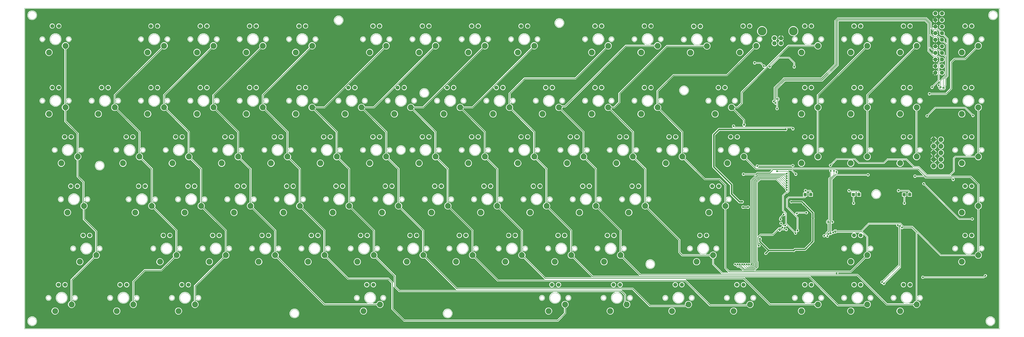
<source format=gtl>
G75*
%MOIN*%
%OFA0B0*%
%FSLAX25Y25*%
%IPPOS*%
%LPD*%
%AMOC8*
5,1,8,0,0,1.08239X$1,22.5*
%
%ADD10C,0.00000*%
%ADD11C,0.06600*%
%ADD12C,0.13000*%
%ADD13C,0.08858*%
%ADD14C,0.05937*%
%ADD15R,0.04724X0.04724*%
%ADD16OC8,0.06000*%
%ADD17C,0.07400*%
%ADD18C,0.00600*%
%ADD19C,0.02781*%
%ADD20C,0.02000*%
%ADD21C,0.01000*%
%ADD22C,0.03300*%
%ADD23C,0.02400*%
%ADD24C,0.02978*%
%ADD25C,0.01700*%
D10*
X0001300Y0001300D02*
X0001300Y0488505D01*
X1479646Y0488505D01*
X1479646Y0001300D01*
X0001300Y0001300D01*
X0006812Y0013111D02*
X0006814Y0013269D01*
X0006820Y0013427D01*
X0006830Y0013585D01*
X0006844Y0013743D01*
X0006862Y0013900D01*
X0006883Y0014057D01*
X0006909Y0014213D01*
X0006939Y0014369D01*
X0006972Y0014524D01*
X0007010Y0014677D01*
X0007051Y0014830D01*
X0007096Y0014982D01*
X0007145Y0015133D01*
X0007198Y0015282D01*
X0007254Y0015430D01*
X0007314Y0015576D01*
X0007378Y0015721D01*
X0007446Y0015864D01*
X0007517Y0016006D01*
X0007591Y0016146D01*
X0007669Y0016283D01*
X0007751Y0016419D01*
X0007835Y0016553D01*
X0007924Y0016684D01*
X0008015Y0016813D01*
X0008110Y0016940D01*
X0008207Y0017065D01*
X0008308Y0017187D01*
X0008412Y0017306D01*
X0008519Y0017423D01*
X0008629Y0017537D01*
X0008742Y0017648D01*
X0008857Y0017757D01*
X0008975Y0017862D01*
X0009096Y0017964D01*
X0009219Y0018064D01*
X0009345Y0018160D01*
X0009473Y0018253D01*
X0009603Y0018343D01*
X0009736Y0018429D01*
X0009871Y0018513D01*
X0010007Y0018592D01*
X0010146Y0018669D01*
X0010287Y0018741D01*
X0010429Y0018811D01*
X0010573Y0018876D01*
X0010719Y0018938D01*
X0010866Y0018996D01*
X0011015Y0019051D01*
X0011165Y0019102D01*
X0011316Y0019149D01*
X0011468Y0019192D01*
X0011621Y0019231D01*
X0011776Y0019267D01*
X0011931Y0019298D01*
X0012087Y0019326D01*
X0012243Y0019350D01*
X0012400Y0019370D01*
X0012558Y0019386D01*
X0012715Y0019398D01*
X0012874Y0019406D01*
X0013032Y0019410D01*
X0013190Y0019410D01*
X0013348Y0019406D01*
X0013507Y0019398D01*
X0013664Y0019386D01*
X0013822Y0019370D01*
X0013979Y0019350D01*
X0014135Y0019326D01*
X0014291Y0019298D01*
X0014446Y0019267D01*
X0014601Y0019231D01*
X0014754Y0019192D01*
X0014906Y0019149D01*
X0015057Y0019102D01*
X0015207Y0019051D01*
X0015356Y0018996D01*
X0015503Y0018938D01*
X0015649Y0018876D01*
X0015793Y0018811D01*
X0015935Y0018741D01*
X0016076Y0018669D01*
X0016215Y0018592D01*
X0016351Y0018513D01*
X0016486Y0018429D01*
X0016619Y0018343D01*
X0016749Y0018253D01*
X0016877Y0018160D01*
X0017003Y0018064D01*
X0017126Y0017964D01*
X0017247Y0017862D01*
X0017365Y0017757D01*
X0017480Y0017648D01*
X0017593Y0017537D01*
X0017703Y0017423D01*
X0017810Y0017306D01*
X0017914Y0017187D01*
X0018015Y0017065D01*
X0018112Y0016940D01*
X0018207Y0016813D01*
X0018298Y0016684D01*
X0018387Y0016553D01*
X0018471Y0016419D01*
X0018553Y0016283D01*
X0018631Y0016146D01*
X0018705Y0016006D01*
X0018776Y0015864D01*
X0018844Y0015721D01*
X0018908Y0015576D01*
X0018968Y0015430D01*
X0019024Y0015282D01*
X0019077Y0015133D01*
X0019126Y0014982D01*
X0019171Y0014830D01*
X0019212Y0014677D01*
X0019250Y0014524D01*
X0019283Y0014369D01*
X0019313Y0014213D01*
X0019339Y0014057D01*
X0019360Y0013900D01*
X0019378Y0013743D01*
X0019392Y0013585D01*
X0019402Y0013427D01*
X0019408Y0013269D01*
X0019410Y0013111D01*
X0019408Y0012953D01*
X0019402Y0012795D01*
X0019392Y0012637D01*
X0019378Y0012479D01*
X0019360Y0012322D01*
X0019339Y0012165D01*
X0019313Y0012009D01*
X0019283Y0011853D01*
X0019250Y0011698D01*
X0019212Y0011545D01*
X0019171Y0011392D01*
X0019126Y0011240D01*
X0019077Y0011089D01*
X0019024Y0010940D01*
X0018968Y0010792D01*
X0018908Y0010646D01*
X0018844Y0010501D01*
X0018776Y0010358D01*
X0018705Y0010216D01*
X0018631Y0010076D01*
X0018553Y0009939D01*
X0018471Y0009803D01*
X0018387Y0009669D01*
X0018298Y0009538D01*
X0018207Y0009409D01*
X0018112Y0009282D01*
X0018015Y0009157D01*
X0017914Y0009035D01*
X0017810Y0008916D01*
X0017703Y0008799D01*
X0017593Y0008685D01*
X0017480Y0008574D01*
X0017365Y0008465D01*
X0017247Y0008360D01*
X0017126Y0008258D01*
X0017003Y0008158D01*
X0016877Y0008062D01*
X0016749Y0007969D01*
X0016619Y0007879D01*
X0016486Y0007793D01*
X0016351Y0007709D01*
X0016215Y0007630D01*
X0016076Y0007553D01*
X0015935Y0007481D01*
X0015793Y0007411D01*
X0015649Y0007346D01*
X0015503Y0007284D01*
X0015356Y0007226D01*
X0015207Y0007171D01*
X0015057Y0007120D01*
X0014906Y0007073D01*
X0014754Y0007030D01*
X0014601Y0006991D01*
X0014446Y0006955D01*
X0014291Y0006924D01*
X0014135Y0006896D01*
X0013979Y0006872D01*
X0013822Y0006852D01*
X0013664Y0006836D01*
X0013507Y0006824D01*
X0013348Y0006816D01*
X0013190Y0006812D01*
X0013032Y0006812D01*
X0012874Y0006816D01*
X0012715Y0006824D01*
X0012558Y0006836D01*
X0012400Y0006852D01*
X0012243Y0006872D01*
X0012087Y0006896D01*
X0011931Y0006924D01*
X0011776Y0006955D01*
X0011621Y0006991D01*
X0011468Y0007030D01*
X0011316Y0007073D01*
X0011165Y0007120D01*
X0011015Y0007171D01*
X0010866Y0007226D01*
X0010719Y0007284D01*
X0010573Y0007346D01*
X0010429Y0007411D01*
X0010287Y0007481D01*
X0010146Y0007553D01*
X0010007Y0007630D01*
X0009871Y0007709D01*
X0009736Y0007793D01*
X0009603Y0007879D01*
X0009473Y0007969D01*
X0009345Y0008062D01*
X0009219Y0008158D01*
X0009096Y0008258D01*
X0008975Y0008360D01*
X0008857Y0008465D01*
X0008742Y0008574D01*
X0008629Y0008685D01*
X0008519Y0008799D01*
X0008412Y0008916D01*
X0008308Y0009035D01*
X0008207Y0009157D01*
X0008110Y0009282D01*
X0008015Y0009409D01*
X0007924Y0009538D01*
X0007835Y0009669D01*
X0007751Y0009803D01*
X0007669Y0009939D01*
X0007591Y0010076D01*
X0007517Y0010216D01*
X0007446Y0010358D01*
X0007378Y0010501D01*
X0007314Y0010646D01*
X0007254Y0010792D01*
X0007198Y0010940D01*
X0007145Y0011089D01*
X0007096Y0011240D01*
X0007051Y0011392D01*
X0007010Y0011545D01*
X0006972Y0011698D01*
X0006939Y0011853D01*
X0006909Y0012009D01*
X0006883Y0012165D01*
X0006862Y0012322D01*
X0006844Y0012479D01*
X0006830Y0012637D01*
X0006820Y0012795D01*
X0006814Y0012953D01*
X0006812Y0013111D01*
X0034548Y0048544D02*
X0034550Y0048659D01*
X0034556Y0048775D01*
X0034566Y0048890D01*
X0034580Y0049005D01*
X0034598Y0049119D01*
X0034620Y0049232D01*
X0034645Y0049345D01*
X0034675Y0049456D01*
X0034708Y0049567D01*
X0034745Y0049676D01*
X0034786Y0049784D01*
X0034831Y0049891D01*
X0034879Y0049996D01*
X0034931Y0050099D01*
X0034987Y0050200D01*
X0035046Y0050300D01*
X0035108Y0050397D01*
X0035174Y0050492D01*
X0035242Y0050585D01*
X0035314Y0050675D01*
X0035389Y0050763D01*
X0035468Y0050848D01*
X0035549Y0050930D01*
X0035632Y0051010D01*
X0035719Y0051086D01*
X0035808Y0051160D01*
X0035899Y0051230D01*
X0035993Y0051298D01*
X0036089Y0051362D01*
X0036188Y0051422D01*
X0036288Y0051479D01*
X0036390Y0051533D01*
X0036494Y0051583D01*
X0036600Y0051630D01*
X0036707Y0051673D01*
X0036816Y0051712D01*
X0036926Y0051747D01*
X0037037Y0051778D01*
X0037149Y0051806D01*
X0037262Y0051830D01*
X0037376Y0051850D01*
X0037491Y0051866D01*
X0037606Y0051878D01*
X0037721Y0051886D01*
X0037836Y0051890D01*
X0037952Y0051890D01*
X0038067Y0051886D01*
X0038182Y0051878D01*
X0038297Y0051866D01*
X0038412Y0051850D01*
X0038526Y0051830D01*
X0038639Y0051806D01*
X0038751Y0051778D01*
X0038862Y0051747D01*
X0038972Y0051712D01*
X0039081Y0051673D01*
X0039188Y0051630D01*
X0039294Y0051583D01*
X0039398Y0051533D01*
X0039500Y0051479D01*
X0039600Y0051422D01*
X0039699Y0051362D01*
X0039795Y0051298D01*
X0039889Y0051230D01*
X0039980Y0051160D01*
X0040069Y0051086D01*
X0040156Y0051010D01*
X0040239Y0050930D01*
X0040320Y0050848D01*
X0040399Y0050763D01*
X0040474Y0050675D01*
X0040546Y0050585D01*
X0040614Y0050492D01*
X0040680Y0050397D01*
X0040742Y0050300D01*
X0040801Y0050200D01*
X0040857Y0050099D01*
X0040909Y0049996D01*
X0040957Y0049891D01*
X0041002Y0049784D01*
X0041043Y0049676D01*
X0041080Y0049567D01*
X0041113Y0049456D01*
X0041143Y0049345D01*
X0041168Y0049232D01*
X0041190Y0049119D01*
X0041208Y0049005D01*
X0041222Y0048890D01*
X0041232Y0048775D01*
X0041238Y0048659D01*
X0041240Y0048544D01*
X0041238Y0048429D01*
X0041232Y0048313D01*
X0041222Y0048198D01*
X0041208Y0048083D01*
X0041190Y0047969D01*
X0041168Y0047856D01*
X0041143Y0047743D01*
X0041113Y0047632D01*
X0041080Y0047521D01*
X0041043Y0047412D01*
X0041002Y0047304D01*
X0040957Y0047197D01*
X0040909Y0047092D01*
X0040857Y0046989D01*
X0040801Y0046888D01*
X0040742Y0046788D01*
X0040680Y0046691D01*
X0040614Y0046596D01*
X0040546Y0046503D01*
X0040474Y0046413D01*
X0040399Y0046325D01*
X0040320Y0046240D01*
X0040239Y0046158D01*
X0040156Y0046078D01*
X0040069Y0046002D01*
X0039980Y0045928D01*
X0039889Y0045858D01*
X0039795Y0045790D01*
X0039699Y0045726D01*
X0039600Y0045666D01*
X0039500Y0045609D01*
X0039398Y0045555D01*
X0039294Y0045505D01*
X0039188Y0045458D01*
X0039081Y0045415D01*
X0038972Y0045376D01*
X0038862Y0045341D01*
X0038751Y0045310D01*
X0038639Y0045282D01*
X0038526Y0045258D01*
X0038412Y0045238D01*
X0038297Y0045222D01*
X0038182Y0045210D01*
X0038067Y0045202D01*
X0037952Y0045198D01*
X0037836Y0045198D01*
X0037721Y0045202D01*
X0037606Y0045210D01*
X0037491Y0045222D01*
X0037376Y0045238D01*
X0037262Y0045258D01*
X0037149Y0045282D01*
X0037037Y0045310D01*
X0036926Y0045341D01*
X0036816Y0045376D01*
X0036707Y0045415D01*
X0036600Y0045458D01*
X0036494Y0045505D01*
X0036390Y0045555D01*
X0036288Y0045609D01*
X0036188Y0045666D01*
X0036089Y0045726D01*
X0035993Y0045790D01*
X0035899Y0045858D01*
X0035808Y0045928D01*
X0035719Y0046002D01*
X0035632Y0046078D01*
X0035549Y0046158D01*
X0035468Y0046240D01*
X0035389Y0046325D01*
X0035314Y0046413D01*
X0035242Y0046503D01*
X0035174Y0046596D01*
X0035108Y0046691D01*
X0035046Y0046788D01*
X0034987Y0046888D01*
X0034931Y0046989D01*
X0034879Y0047092D01*
X0034831Y0047197D01*
X0034786Y0047304D01*
X0034745Y0047412D01*
X0034708Y0047521D01*
X0034675Y0047632D01*
X0034645Y0047743D01*
X0034620Y0047856D01*
X0034598Y0047969D01*
X0034580Y0048083D01*
X0034566Y0048198D01*
X0034556Y0048313D01*
X0034550Y0048429D01*
X0034548Y0048544D01*
X0050020Y0048544D02*
X0050022Y0048737D01*
X0050029Y0048930D01*
X0050041Y0049123D01*
X0050058Y0049316D01*
X0050079Y0049508D01*
X0050105Y0049699D01*
X0050136Y0049890D01*
X0050171Y0050080D01*
X0050211Y0050269D01*
X0050256Y0050457D01*
X0050305Y0050644D01*
X0050359Y0050830D01*
X0050417Y0051014D01*
X0050480Y0051197D01*
X0050548Y0051378D01*
X0050619Y0051557D01*
X0050696Y0051735D01*
X0050776Y0051911D01*
X0050861Y0052084D01*
X0050950Y0052256D01*
X0051043Y0052425D01*
X0051140Y0052592D01*
X0051242Y0052757D01*
X0051347Y0052919D01*
X0051456Y0053078D01*
X0051570Y0053235D01*
X0051687Y0053388D01*
X0051807Y0053539D01*
X0051932Y0053687D01*
X0052060Y0053832D01*
X0052191Y0053973D01*
X0052326Y0054112D01*
X0052465Y0054247D01*
X0052606Y0054378D01*
X0052751Y0054506D01*
X0052899Y0054631D01*
X0053050Y0054751D01*
X0053203Y0054868D01*
X0053360Y0054982D01*
X0053519Y0055091D01*
X0053681Y0055196D01*
X0053846Y0055298D01*
X0054013Y0055395D01*
X0054182Y0055488D01*
X0054354Y0055577D01*
X0054527Y0055662D01*
X0054703Y0055742D01*
X0054881Y0055819D01*
X0055060Y0055890D01*
X0055241Y0055958D01*
X0055424Y0056021D01*
X0055608Y0056079D01*
X0055794Y0056133D01*
X0055981Y0056182D01*
X0056169Y0056227D01*
X0056358Y0056267D01*
X0056548Y0056302D01*
X0056739Y0056333D01*
X0056930Y0056359D01*
X0057122Y0056380D01*
X0057315Y0056397D01*
X0057508Y0056409D01*
X0057701Y0056416D01*
X0057894Y0056418D01*
X0058087Y0056416D01*
X0058280Y0056409D01*
X0058473Y0056397D01*
X0058666Y0056380D01*
X0058858Y0056359D01*
X0059049Y0056333D01*
X0059240Y0056302D01*
X0059430Y0056267D01*
X0059619Y0056227D01*
X0059807Y0056182D01*
X0059994Y0056133D01*
X0060180Y0056079D01*
X0060364Y0056021D01*
X0060547Y0055958D01*
X0060728Y0055890D01*
X0060907Y0055819D01*
X0061085Y0055742D01*
X0061261Y0055662D01*
X0061434Y0055577D01*
X0061606Y0055488D01*
X0061775Y0055395D01*
X0061942Y0055298D01*
X0062107Y0055196D01*
X0062269Y0055091D01*
X0062428Y0054982D01*
X0062585Y0054868D01*
X0062738Y0054751D01*
X0062889Y0054631D01*
X0063037Y0054506D01*
X0063182Y0054378D01*
X0063323Y0054247D01*
X0063462Y0054112D01*
X0063597Y0053973D01*
X0063728Y0053832D01*
X0063856Y0053687D01*
X0063981Y0053539D01*
X0064101Y0053388D01*
X0064218Y0053235D01*
X0064332Y0053078D01*
X0064441Y0052919D01*
X0064546Y0052757D01*
X0064648Y0052592D01*
X0064745Y0052425D01*
X0064838Y0052256D01*
X0064927Y0052084D01*
X0065012Y0051911D01*
X0065092Y0051735D01*
X0065169Y0051557D01*
X0065240Y0051378D01*
X0065308Y0051197D01*
X0065371Y0051014D01*
X0065429Y0050830D01*
X0065483Y0050644D01*
X0065532Y0050457D01*
X0065577Y0050269D01*
X0065617Y0050080D01*
X0065652Y0049890D01*
X0065683Y0049699D01*
X0065709Y0049508D01*
X0065730Y0049316D01*
X0065747Y0049123D01*
X0065759Y0048930D01*
X0065766Y0048737D01*
X0065768Y0048544D01*
X0065766Y0048351D01*
X0065759Y0048158D01*
X0065747Y0047965D01*
X0065730Y0047772D01*
X0065709Y0047580D01*
X0065683Y0047389D01*
X0065652Y0047198D01*
X0065617Y0047008D01*
X0065577Y0046819D01*
X0065532Y0046631D01*
X0065483Y0046444D01*
X0065429Y0046258D01*
X0065371Y0046074D01*
X0065308Y0045891D01*
X0065240Y0045710D01*
X0065169Y0045531D01*
X0065092Y0045353D01*
X0065012Y0045177D01*
X0064927Y0045004D01*
X0064838Y0044832D01*
X0064745Y0044663D01*
X0064648Y0044496D01*
X0064546Y0044331D01*
X0064441Y0044169D01*
X0064332Y0044010D01*
X0064218Y0043853D01*
X0064101Y0043700D01*
X0063981Y0043549D01*
X0063856Y0043401D01*
X0063728Y0043256D01*
X0063597Y0043115D01*
X0063462Y0042976D01*
X0063323Y0042841D01*
X0063182Y0042710D01*
X0063037Y0042582D01*
X0062889Y0042457D01*
X0062738Y0042337D01*
X0062585Y0042220D01*
X0062428Y0042106D01*
X0062269Y0041997D01*
X0062107Y0041892D01*
X0061942Y0041790D01*
X0061775Y0041693D01*
X0061606Y0041600D01*
X0061434Y0041511D01*
X0061261Y0041426D01*
X0061085Y0041346D01*
X0060907Y0041269D01*
X0060728Y0041198D01*
X0060547Y0041130D01*
X0060364Y0041067D01*
X0060180Y0041009D01*
X0059994Y0040955D01*
X0059807Y0040906D01*
X0059619Y0040861D01*
X0059430Y0040821D01*
X0059240Y0040786D01*
X0059049Y0040755D01*
X0058858Y0040729D01*
X0058666Y0040708D01*
X0058473Y0040691D01*
X0058280Y0040679D01*
X0058087Y0040672D01*
X0057894Y0040670D01*
X0057701Y0040672D01*
X0057508Y0040679D01*
X0057315Y0040691D01*
X0057122Y0040708D01*
X0056930Y0040729D01*
X0056739Y0040755D01*
X0056548Y0040786D01*
X0056358Y0040821D01*
X0056169Y0040861D01*
X0055981Y0040906D01*
X0055794Y0040955D01*
X0055608Y0041009D01*
X0055424Y0041067D01*
X0055241Y0041130D01*
X0055060Y0041198D01*
X0054881Y0041269D01*
X0054703Y0041346D01*
X0054527Y0041426D01*
X0054354Y0041511D01*
X0054182Y0041600D01*
X0054013Y0041693D01*
X0053846Y0041790D01*
X0053681Y0041892D01*
X0053519Y0041997D01*
X0053360Y0042106D01*
X0053203Y0042220D01*
X0053050Y0042337D01*
X0052899Y0042457D01*
X0052751Y0042582D01*
X0052606Y0042710D01*
X0052465Y0042841D01*
X0052326Y0042976D01*
X0052191Y0043115D01*
X0052060Y0043256D01*
X0051932Y0043401D01*
X0051807Y0043549D01*
X0051687Y0043700D01*
X0051570Y0043853D01*
X0051456Y0044010D01*
X0051347Y0044169D01*
X0051242Y0044331D01*
X0051140Y0044496D01*
X0051043Y0044663D01*
X0050950Y0044832D01*
X0050861Y0045004D01*
X0050776Y0045177D01*
X0050696Y0045353D01*
X0050619Y0045531D01*
X0050548Y0045710D01*
X0050480Y0045891D01*
X0050417Y0046074D01*
X0050359Y0046258D01*
X0050305Y0046444D01*
X0050256Y0046631D01*
X0050211Y0046819D01*
X0050171Y0047008D01*
X0050136Y0047198D01*
X0050105Y0047389D01*
X0050079Y0047580D01*
X0050058Y0047772D01*
X0050041Y0047965D01*
X0050029Y0048158D01*
X0050022Y0048351D01*
X0050020Y0048544D01*
X0074548Y0048544D02*
X0074550Y0048659D01*
X0074556Y0048775D01*
X0074566Y0048890D01*
X0074580Y0049005D01*
X0074598Y0049119D01*
X0074620Y0049232D01*
X0074645Y0049345D01*
X0074675Y0049456D01*
X0074708Y0049567D01*
X0074745Y0049676D01*
X0074786Y0049784D01*
X0074831Y0049891D01*
X0074879Y0049996D01*
X0074931Y0050099D01*
X0074987Y0050200D01*
X0075046Y0050300D01*
X0075108Y0050397D01*
X0075174Y0050492D01*
X0075242Y0050585D01*
X0075314Y0050675D01*
X0075389Y0050763D01*
X0075468Y0050848D01*
X0075549Y0050930D01*
X0075632Y0051010D01*
X0075719Y0051086D01*
X0075808Y0051160D01*
X0075899Y0051230D01*
X0075993Y0051298D01*
X0076089Y0051362D01*
X0076188Y0051422D01*
X0076288Y0051479D01*
X0076390Y0051533D01*
X0076494Y0051583D01*
X0076600Y0051630D01*
X0076707Y0051673D01*
X0076816Y0051712D01*
X0076926Y0051747D01*
X0077037Y0051778D01*
X0077149Y0051806D01*
X0077262Y0051830D01*
X0077376Y0051850D01*
X0077491Y0051866D01*
X0077606Y0051878D01*
X0077721Y0051886D01*
X0077836Y0051890D01*
X0077952Y0051890D01*
X0078067Y0051886D01*
X0078182Y0051878D01*
X0078297Y0051866D01*
X0078412Y0051850D01*
X0078526Y0051830D01*
X0078639Y0051806D01*
X0078751Y0051778D01*
X0078862Y0051747D01*
X0078972Y0051712D01*
X0079081Y0051673D01*
X0079188Y0051630D01*
X0079294Y0051583D01*
X0079398Y0051533D01*
X0079500Y0051479D01*
X0079600Y0051422D01*
X0079699Y0051362D01*
X0079795Y0051298D01*
X0079889Y0051230D01*
X0079980Y0051160D01*
X0080069Y0051086D01*
X0080156Y0051010D01*
X0080239Y0050930D01*
X0080320Y0050848D01*
X0080399Y0050763D01*
X0080474Y0050675D01*
X0080546Y0050585D01*
X0080614Y0050492D01*
X0080680Y0050397D01*
X0080742Y0050300D01*
X0080801Y0050200D01*
X0080857Y0050099D01*
X0080909Y0049996D01*
X0080957Y0049891D01*
X0081002Y0049784D01*
X0081043Y0049676D01*
X0081080Y0049567D01*
X0081113Y0049456D01*
X0081143Y0049345D01*
X0081168Y0049232D01*
X0081190Y0049119D01*
X0081208Y0049005D01*
X0081222Y0048890D01*
X0081232Y0048775D01*
X0081238Y0048659D01*
X0081240Y0048544D01*
X0081238Y0048429D01*
X0081232Y0048313D01*
X0081222Y0048198D01*
X0081208Y0048083D01*
X0081190Y0047969D01*
X0081168Y0047856D01*
X0081143Y0047743D01*
X0081113Y0047632D01*
X0081080Y0047521D01*
X0081043Y0047412D01*
X0081002Y0047304D01*
X0080957Y0047197D01*
X0080909Y0047092D01*
X0080857Y0046989D01*
X0080801Y0046888D01*
X0080742Y0046788D01*
X0080680Y0046691D01*
X0080614Y0046596D01*
X0080546Y0046503D01*
X0080474Y0046413D01*
X0080399Y0046325D01*
X0080320Y0046240D01*
X0080239Y0046158D01*
X0080156Y0046078D01*
X0080069Y0046002D01*
X0079980Y0045928D01*
X0079889Y0045858D01*
X0079795Y0045790D01*
X0079699Y0045726D01*
X0079600Y0045666D01*
X0079500Y0045609D01*
X0079398Y0045555D01*
X0079294Y0045505D01*
X0079188Y0045458D01*
X0079081Y0045415D01*
X0078972Y0045376D01*
X0078862Y0045341D01*
X0078751Y0045310D01*
X0078639Y0045282D01*
X0078526Y0045258D01*
X0078412Y0045238D01*
X0078297Y0045222D01*
X0078182Y0045210D01*
X0078067Y0045202D01*
X0077952Y0045198D01*
X0077836Y0045198D01*
X0077721Y0045202D01*
X0077606Y0045210D01*
X0077491Y0045222D01*
X0077376Y0045238D01*
X0077262Y0045258D01*
X0077149Y0045282D01*
X0077037Y0045310D01*
X0076926Y0045341D01*
X0076816Y0045376D01*
X0076707Y0045415D01*
X0076600Y0045458D01*
X0076494Y0045505D01*
X0076390Y0045555D01*
X0076288Y0045609D01*
X0076188Y0045666D01*
X0076089Y0045726D01*
X0075993Y0045790D01*
X0075899Y0045858D01*
X0075808Y0045928D01*
X0075719Y0046002D01*
X0075632Y0046078D01*
X0075549Y0046158D01*
X0075468Y0046240D01*
X0075389Y0046325D01*
X0075314Y0046413D01*
X0075242Y0046503D01*
X0075174Y0046596D01*
X0075108Y0046691D01*
X0075046Y0046788D01*
X0074987Y0046888D01*
X0074931Y0046989D01*
X0074879Y0047092D01*
X0074831Y0047197D01*
X0074786Y0047304D01*
X0074745Y0047412D01*
X0074708Y0047521D01*
X0074675Y0047632D01*
X0074645Y0047743D01*
X0074620Y0047856D01*
X0074598Y0047969D01*
X0074580Y0048083D01*
X0074566Y0048198D01*
X0074556Y0048313D01*
X0074550Y0048429D01*
X0074548Y0048544D01*
X0128052Y0048544D02*
X0128054Y0048659D01*
X0128060Y0048775D01*
X0128070Y0048890D01*
X0128084Y0049005D01*
X0128102Y0049119D01*
X0128124Y0049232D01*
X0128149Y0049345D01*
X0128179Y0049456D01*
X0128212Y0049567D01*
X0128249Y0049676D01*
X0128290Y0049784D01*
X0128335Y0049891D01*
X0128383Y0049996D01*
X0128435Y0050099D01*
X0128491Y0050200D01*
X0128550Y0050300D01*
X0128612Y0050397D01*
X0128678Y0050492D01*
X0128746Y0050585D01*
X0128818Y0050675D01*
X0128893Y0050763D01*
X0128972Y0050848D01*
X0129053Y0050930D01*
X0129136Y0051010D01*
X0129223Y0051086D01*
X0129312Y0051160D01*
X0129403Y0051230D01*
X0129497Y0051298D01*
X0129593Y0051362D01*
X0129692Y0051422D01*
X0129792Y0051479D01*
X0129894Y0051533D01*
X0129998Y0051583D01*
X0130104Y0051630D01*
X0130211Y0051673D01*
X0130320Y0051712D01*
X0130430Y0051747D01*
X0130541Y0051778D01*
X0130653Y0051806D01*
X0130766Y0051830D01*
X0130880Y0051850D01*
X0130995Y0051866D01*
X0131110Y0051878D01*
X0131225Y0051886D01*
X0131340Y0051890D01*
X0131456Y0051890D01*
X0131571Y0051886D01*
X0131686Y0051878D01*
X0131801Y0051866D01*
X0131916Y0051850D01*
X0132030Y0051830D01*
X0132143Y0051806D01*
X0132255Y0051778D01*
X0132366Y0051747D01*
X0132476Y0051712D01*
X0132585Y0051673D01*
X0132692Y0051630D01*
X0132798Y0051583D01*
X0132902Y0051533D01*
X0133004Y0051479D01*
X0133104Y0051422D01*
X0133203Y0051362D01*
X0133299Y0051298D01*
X0133393Y0051230D01*
X0133484Y0051160D01*
X0133573Y0051086D01*
X0133660Y0051010D01*
X0133743Y0050930D01*
X0133824Y0050848D01*
X0133903Y0050763D01*
X0133978Y0050675D01*
X0134050Y0050585D01*
X0134118Y0050492D01*
X0134184Y0050397D01*
X0134246Y0050300D01*
X0134305Y0050200D01*
X0134361Y0050099D01*
X0134413Y0049996D01*
X0134461Y0049891D01*
X0134506Y0049784D01*
X0134547Y0049676D01*
X0134584Y0049567D01*
X0134617Y0049456D01*
X0134647Y0049345D01*
X0134672Y0049232D01*
X0134694Y0049119D01*
X0134712Y0049005D01*
X0134726Y0048890D01*
X0134736Y0048775D01*
X0134742Y0048659D01*
X0134744Y0048544D01*
X0134742Y0048429D01*
X0134736Y0048313D01*
X0134726Y0048198D01*
X0134712Y0048083D01*
X0134694Y0047969D01*
X0134672Y0047856D01*
X0134647Y0047743D01*
X0134617Y0047632D01*
X0134584Y0047521D01*
X0134547Y0047412D01*
X0134506Y0047304D01*
X0134461Y0047197D01*
X0134413Y0047092D01*
X0134361Y0046989D01*
X0134305Y0046888D01*
X0134246Y0046788D01*
X0134184Y0046691D01*
X0134118Y0046596D01*
X0134050Y0046503D01*
X0133978Y0046413D01*
X0133903Y0046325D01*
X0133824Y0046240D01*
X0133743Y0046158D01*
X0133660Y0046078D01*
X0133573Y0046002D01*
X0133484Y0045928D01*
X0133393Y0045858D01*
X0133299Y0045790D01*
X0133203Y0045726D01*
X0133104Y0045666D01*
X0133004Y0045609D01*
X0132902Y0045555D01*
X0132798Y0045505D01*
X0132692Y0045458D01*
X0132585Y0045415D01*
X0132476Y0045376D01*
X0132366Y0045341D01*
X0132255Y0045310D01*
X0132143Y0045282D01*
X0132030Y0045258D01*
X0131916Y0045238D01*
X0131801Y0045222D01*
X0131686Y0045210D01*
X0131571Y0045202D01*
X0131456Y0045198D01*
X0131340Y0045198D01*
X0131225Y0045202D01*
X0131110Y0045210D01*
X0130995Y0045222D01*
X0130880Y0045238D01*
X0130766Y0045258D01*
X0130653Y0045282D01*
X0130541Y0045310D01*
X0130430Y0045341D01*
X0130320Y0045376D01*
X0130211Y0045415D01*
X0130104Y0045458D01*
X0129998Y0045505D01*
X0129894Y0045555D01*
X0129792Y0045609D01*
X0129692Y0045666D01*
X0129593Y0045726D01*
X0129497Y0045790D01*
X0129403Y0045858D01*
X0129312Y0045928D01*
X0129223Y0046002D01*
X0129136Y0046078D01*
X0129053Y0046158D01*
X0128972Y0046240D01*
X0128893Y0046325D01*
X0128818Y0046413D01*
X0128746Y0046503D01*
X0128678Y0046596D01*
X0128612Y0046691D01*
X0128550Y0046788D01*
X0128491Y0046888D01*
X0128435Y0046989D01*
X0128383Y0047092D01*
X0128335Y0047197D01*
X0128290Y0047304D01*
X0128249Y0047412D01*
X0128212Y0047521D01*
X0128179Y0047632D01*
X0128149Y0047743D01*
X0128124Y0047856D01*
X0128102Y0047969D01*
X0128084Y0048083D01*
X0128070Y0048198D01*
X0128060Y0048313D01*
X0128054Y0048429D01*
X0128052Y0048544D01*
X0143524Y0048544D02*
X0143526Y0048737D01*
X0143533Y0048930D01*
X0143545Y0049123D01*
X0143562Y0049316D01*
X0143583Y0049508D01*
X0143609Y0049699D01*
X0143640Y0049890D01*
X0143675Y0050080D01*
X0143715Y0050269D01*
X0143760Y0050457D01*
X0143809Y0050644D01*
X0143863Y0050830D01*
X0143921Y0051014D01*
X0143984Y0051197D01*
X0144052Y0051378D01*
X0144123Y0051557D01*
X0144200Y0051735D01*
X0144280Y0051911D01*
X0144365Y0052084D01*
X0144454Y0052256D01*
X0144547Y0052425D01*
X0144644Y0052592D01*
X0144746Y0052757D01*
X0144851Y0052919D01*
X0144960Y0053078D01*
X0145074Y0053235D01*
X0145191Y0053388D01*
X0145311Y0053539D01*
X0145436Y0053687D01*
X0145564Y0053832D01*
X0145695Y0053973D01*
X0145830Y0054112D01*
X0145969Y0054247D01*
X0146110Y0054378D01*
X0146255Y0054506D01*
X0146403Y0054631D01*
X0146554Y0054751D01*
X0146707Y0054868D01*
X0146864Y0054982D01*
X0147023Y0055091D01*
X0147185Y0055196D01*
X0147350Y0055298D01*
X0147517Y0055395D01*
X0147686Y0055488D01*
X0147858Y0055577D01*
X0148031Y0055662D01*
X0148207Y0055742D01*
X0148385Y0055819D01*
X0148564Y0055890D01*
X0148745Y0055958D01*
X0148928Y0056021D01*
X0149112Y0056079D01*
X0149298Y0056133D01*
X0149485Y0056182D01*
X0149673Y0056227D01*
X0149862Y0056267D01*
X0150052Y0056302D01*
X0150243Y0056333D01*
X0150434Y0056359D01*
X0150626Y0056380D01*
X0150819Y0056397D01*
X0151012Y0056409D01*
X0151205Y0056416D01*
X0151398Y0056418D01*
X0151591Y0056416D01*
X0151784Y0056409D01*
X0151977Y0056397D01*
X0152170Y0056380D01*
X0152362Y0056359D01*
X0152553Y0056333D01*
X0152744Y0056302D01*
X0152934Y0056267D01*
X0153123Y0056227D01*
X0153311Y0056182D01*
X0153498Y0056133D01*
X0153684Y0056079D01*
X0153868Y0056021D01*
X0154051Y0055958D01*
X0154232Y0055890D01*
X0154411Y0055819D01*
X0154589Y0055742D01*
X0154765Y0055662D01*
X0154938Y0055577D01*
X0155110Y0055488D01*
X0155279Y0055395D01*
X0155446Y0055298D01*
X0155611Y0055196D01*
X0155773Y0055091D01*
X0155932Y0054982D01*
X0156089Y0054868D01*
X0156242Y0054751D01*
X0156393Y0054631D01*
X0156541Y0054506D01*
X0156686Y0054378D01*
X0156827Y0054247D01*
X0156966Y0054112D01*
X0157101Y0053973D01*
X0157232Y0053832D01*
X0157360Y0053687D01*
X0157485Y0053539D01*
X0157605Y0053388D01*
X0157722Y0053235D01*
X0157836Y0053078D01*
X0157945Y0052919D01*
X0158050Y0052757D01*
X0158152Y0052592D01*
X0158249Y0052425D01*
X0158342Y0052256D01*
X0158431Y0052084D01*
X0158516Y0051911D01*
X0158596Y0051735D01*
X0158673Y0051557D01*
X0158744Y0051378D01*
X0158812Y0051197D01*
X0158875Y0051014D01*
X0158933Y0050830D01*
X0158987Y0050644D01*
X0159036Y0050457D01*
X0159081Y0050269D01*
X0159121Y0050080D01*
X0159156Y0049890D01*
X0159187Y0049699D01*
X0159213Y0049508D01*
X0159234Y0049316D01*
X0159251Y0049123D01*
X0159263Y0048930D01*
X0159270Y0048737D01*
X0159272Y0048544D01*
X0159270Y0048351D01*
X0159263Y0048158D01*
X0159251Y0047965D01*
X0159234Y0047772D01*
X0159213Y0047580D01*
X0159187Y0047389D01*
X0159156Y0047198D01*
X0159121Y0047008D01*
X0159081Y0046819D01*
X0159036Y0046631D01*
X0158987Y0046444D01*
X0158933Y0046258D01*
X0158875Y0046074D01*
X0158812Y0045891D01*
X0158744Y0045710D01*
X0158673Y0045531D01*
X0158596Y0045353D01*
X0158516Y0045177D01*
X0158431Y0045004D01*
X0158342Y0044832D01*
X0158249Y0044663D01*
X0158152Y0044496D01*
X0158050Y0044331D01*
X0157945Y0044169D01*
X0157836Y0044010D01*
X0157722Y0043853D01*
X0157605Y0043700D01*
X0157485Y0043549D01*
X0157360Y0043401D01*
X0157232Y0043256D01*
X0157101Y0043115D01*
X0156966Y0042976D01*
X0156827Y0042841D01*
X0156686Y0042710D01*
X0156541Y0042582D01*
X0156393Y0042457D01*
X0156242Y0042337D01*
X0156089Y0042220D01*
X0155932Y0042106D01*
X0155773Y0041997D01*
X0155611Y0041892D01*
X0155446Y0041790D01*
X0155279Y0041693D01*
X0155110Y0041600D01*
X0154938Y0041511D01*
X0154765Y0041426D01*
X0154589Y0041346D01*
X0154411Y0041269D01*
X0154232Y0041198D01*
X0154051Y0041130D01*
X0153868Y0041067D01*
X0153684Y0041009D01*
X0153498Y0040955D01*
X0153311Y0040906D01*
X0153123Y0040861D01*
X0152934Y0040821D01*
X0152744Y0040786D01*
X0152553Y0040755D01*
X0152362Y0040729D01*
X0152170Y0040708D01*
X0151977Y0040691D01*
X0151784Y0040679D01*
X0151591Y0040672D01*
X0151398Y0040670D01*
X0151205Y0040672D01*
X0151012Y0040679D01*
X0150819Y0040691D01*
X0150626Y0040708D01*
X0150434Y0040729D01*
X0150243Y0040755D01*
X0150052Y0040786D01*
X0149862Y0040821D01*
X0149673Y0040861D01*
X0149485Y0040906D01*
X0149298Y0040955D01*
X0149112Y0041009D01*
X0148928Y0041067D01*
X0148745Y0041130D01*
X0148564Y0041198D01*
X0148385Y0041269D01*
X0148207Y0041346D01*
X0148031Y0041426D01*
X0147858Y0041511D01*
X0147686Y0041600D01*
X0147517Y0041693D01*
X0147350Y0041790D01*
X0147185Y0041892D01*
X0147023Y0041997D01*
X0146864Y0042106D01*
X0146707Y0042220D01*
X0146554Y0042337D01*
X0146403Y0042457D01*
X0146255Y0042582D01*
X0146110Y0042710D01*
X0145969Y0042841D01*
X0145830Y0042976D01*
X0145695Y0043115D01*
X0145564Y0043256D01*
X0145436Y0043401D01*
X0145311Y0043549D01*
X0145191Y0043700D01*
X0145074Y0043853D01*
X0144960Y0044010D01*
X0144851Y0044169D01*
X0144746Y0044331D01*
X0144644Y0044496D01*
X0144547Y0044663D01*
X0144454Y0044832D01*
X0144365Y0045004D01*
X0144280Y0045177D01*
X0144200Y0045353D01*
X0144123Y0045531D01*
X0144052Y0045710D01*
X0143984Y0045891D01*
X0143921Y0046074D01*
X0143863Y0046258D01*
X0143809Y0046444D01*
X0143760Y0046631D01*
X0143715Y0046819D01*
X0143675Y0047008D01*
X0143640Y0047198D01*
X0143609Y0047389D01*
X0143583Y0047580D01*
X0143562Y0047772D01*
X0143545Y0047965D01*
X0143533Y0048158D01*
X0143526Y0048351D01*
X0143524Y0048544D01*
X0168052Y0048544D02*
X0168054Y0048659D01*
X0168060Y0048775D01*
X0168070Y0048890D01*
X0168084Y0049005D01*
X0168102Y0049119D01*
X0168124Y0049232D01*
X0168149Y0049345D01*
X0168179Y0049456D01*
X0168212Y0049567D01*
X0168249Y0049676D01*
X0168290Y0049784D01*
X0168335Y0049891D01*
X0168383Y0049996D01*
X0168435Y0050099D01*
X0168491Y0050200D01*
X0168550Y0050300D01*
X0168612Y0050397D01*
X0168678Y0050492D01*
X0168746Y0050585D01*
X0168818Y0050675D01*
X0168893Y0050763D01*
X0168972Y0050848D01*
X0169053Y0050930D01*
X0169136Y0051010D01*
X0169223Y0051086D01*
X0169312Y0051160D01*
X0169403Y0051230D01*
X0169497Y0051298D01*
X0169593Y0051362D01*
X0169692Y0051422D01*
X0169792Y0051479D01*
X0169894Y0051533D01*
X0169998Y0051583D01*
X0170104Y0051630D01*
X0170211Y0051673D01*
X0170320Y0051712D01*
X0170430Y0051747D01*
X0170541Y0051778D01*
X0170653Y0051806D01*
X0170766Y0051830D01*
X0170880Y0051850D01*
X0170995Y0051866D01*
X0171110Y0051878D01*
X0171225Y0051886D01*
X0171340Y0051890D01*
X0171456Y0051890D01*
X0171571Y0051886D01*
X0171686Y0051878D01*
X0171801Y0051866D01*
X0171916Y0051850D01*
X0172030Y0051830D01*
X0172143Y0051806D01*
X0172255Y0051778D01*
X0172366Y0051747D01*
X0172476Y0051712D01*
X0172585Y0051673D01*
X0172692Y0051630D01*
X0172798Y0051583D01*
X0172902Y0051533D01*
X0173004Y0051479D01*
X0173104Y0051422D01*
X0173203Y0051362D01*
X0173299Y0051298D01*
X0173393Y0051230D01*
X0173484Y0051160D01*
X0173573Y0051086D01*
X0173660Y0051010D01*
X0173743Y0050930D01*
X0173824Y0050848D01*
X0173903Y0050763D01*
X0173978Y0050675D01*
X0174050Y0050585D01*
X0174118Y0050492D01*
X0174184Y0050397D01*
X0174246Y0050300D01*
X0174305Y0050200D01*
X0174361Y0050099D01*
X0174413Y0049996D01*
X0174461Y0049891D01*
X0174506Y0049784D01*
X0174547Y0049676D01*
X0174584Y0049567D01*
X0174617Y0049456D01*
X0174647Y0049345D01*
X0174672Y0049232D01*
X0174694Y0049119D01*
X0174712Y0049005D01*
X0174726Y0048890D01*
X0174736Y0048775D01*
X0174742Y0048659D01*
X0174744Y0048544D01*
X0174742Y0048429D01*
X0174736Y0048313D01*
X0174726Y0048198D01*
X0174712Y0048083D01*
X0174694Y0047969D01*
X0174672Y0047856D01*
X0174647Y0047743D01*
X0174617Y0047632D01*
X0174584Y0047521D01*
X0174547Y0047412D01*
X0174506Y0047304D01*
X0174461Y0047197D01*
X0174413Y0047092D01*
X0174361Y0046989D01*
X0174305Y0046888D01*
X0174246Y0046788D01*
X0174184Y0046691D01*
X0174118Y0046596D01*
X0174050Y0046503D01*
X0173978Y0046413D01*
X0173903Y0046325D01*
X0173824Y0046240D01*
X0173743Y0046158D01*
X0173660Y0046078D01*
X0173573Y0046002D01*
X0173484Y0045928D01*
X0173393Y0045858D01*
X0173299Y0045790D01*
X0173203Y0045726D01*
X0173104Y0045666D01*
X0173004Y0045609D01*
X0172902Y0045555D01*
X0172798Y0045505D01*
X0172692Y0045458D01*
X0172585Y0045415D01*
X0172476Y0045376D01*
X0172366Y0045341D01*
X0172255Y0045310D01*
X0172143Y0045282D01*
X0172030Y0045258D01*
X0171916Y0045238D01*
X0171801Y0045222D01*
X0171686Y0045210D01*
X0171571Y0045202D01*
X0171456Y0045198D01*
X0171340Y0045198D01*
X0171225Y0045202D01*
X0171110Y0045210D01*
X0170995Y0045222D01*
X0170880Y0045238D01*
X0170766Y0045258D01*
X0170653Y0045282D01*
X0170541Y0045310D01*
X0170430Y0045341D01*
X0170320Y0045376D01*
X0170211Y0045415D01*
X0170104Y0045458D01*
X0169998Y0045505D01*
X0169894Y0045555D01*
X0169792Y0045609D01*
X0169692Y0045666D01*
X0169593Y0045726D01*
X0169497Y0045790D01*
X0169403Y0045858D01*
X0169312Y0045928D01*
X0169223Y0046002D01*
X0169136Y0046078D01*
X0169053Y0046158D01*
X0168972Y0046240D01*
X0168893Y0046325D01*
X0168818Y0046413D01*
X0168746Y0046503D01*
X0168678Y0046596D01*
X0168612Y0046691D01*
X0168550Y0046788D01*
X0168491Y0046888D01*
X0168435Y0046989D01*
X0168383Y0047092D01*
X0168335Y0047197D01*
X0168290Y0047304D01*
X0168249Y0047412D01*
X0168212Y0047521D01*
X0168179Y0047632D01*
X0168149Y0047743D01*
X0168124Y0047856D01*
X0168102Y0047969D01*
X0168084Y0048083D01*
X0168070Y0048198D01*
X0168060Y0048313D01*
X0168054Y0048429D01*
X0168052Y0048544D01*
X0221556Y0048544D02*
X0221558Y0048659D01*
X0221564Y0048775D01*
X0221574Y0048890D01*
X0221588Y0049005D01*
X0221606Y0049119D01*
X0221628Y0049232D01*
X0221653Y0049345D01*
X0221683Y0049456D01*
X0221716Y0049567D01*
X0221753Y0049676D01*
X0221794Y0049784D01*
X0221839Y0049891D01*
X0221887Y0049996D01*
X0221939Y0050099D01*
X0221995Y0050200D01*
X0222054Y0050300D01*
X0222116Y0050397D01*
X0222182Y0050492D01*
X0222250Y0050585D01*
X0222322Y0050675D01*
X0222397Y0050763D01*
X0222476Y0050848D01*
X0222557Y0050930D01*
X0222640Y0051010D01*
X0222727Y0051086D01*
X0222816Y0051160D01*
X0222907Y0051230D01*
X0223001Y0051298D01*
X0223097Y0051362D01*
X0223196Y0051422D01*
X0223296Y0051479D01*
X0223398Y0051533D01*
X0223502Y0051583D01*
X0223608Y0051630D01*
X0223715Y0051673D01*
X0223824Y0051712D01*
X0223934Y0051747D01*
X0224045Y0051778D01*
X0224157Y0051806D01*
X0224270Y0051830D01*
X0224384Y0051850D01*
X0224499Y0051866D01*
X0224614Y0051878D01*
X0224729Y0051886D01*
X0224844Y0051890D01*
X0224960Y0051890D01*
X0225075Y0051886D01*
X0225190Y0051878D01*
X0225305Y0051866D01*
X0225420Y0051850D01*
X0225534Y0051830D01*
X0225647Y0051806D01*
X0225759Y0051778D01*
X0225870Y0051747D01*
X0225980Y0051712D01*
X0226089Y0051673D01*
X0226196Y0051630D01*
X0226302Y0051583D01*
X0226406Y0051533D01*
X0226508Y0051479D01*
X0226608Y0051422D01*
X0226707Y0051362D01*
X0226803Y0051298D01*
X0226897Y0051230D01*
X0226988Y0051160D01*
X0227077Y0051086D01*
X0227164Y0051010D01*
X0227247Y0050930D01*
X0227328Y0050848D01*
X0227407Y0050763D01*
X0227482Y0050675D01*
X0227554Y0050585D01*
X0227622Y0050492D01*
X0227688Y0050397D01*
X0227750Y0050300D01*
X0227809Y0050200D01*
X0227865Y0050099D01*
X0227917Y0049996D01*
X0227965Y0049891D01*
X0228010Y0049784D01*
X0228051Y0049676D01*
X0228088Y0049567D01*
X0228121Y0049456D01*
X0228151Y0049345D01*
X0228176Y0049232D01*
X0228198Y0049119D01*
X0228216Y0049005D01*
X0228230Y0048890D01*
X0228240Y0048775D01*
X0228246Y0048659D01*
X0228248Y0048544D01*
X0228246Y0048429D01*
X0228240Y0048313D01*
X0228230Y0048198D01*
X0228216Y0048083D01*
X0228198Y0047969D01*
X0228176Y0047856D01*
X0228151Y0047743D01*
X0228121Y0047632D01*
X0228088Y0047521D01*
X0228051Y0047412D01*
X0228010Y0047304D01*
X0227965Y0047197D01*
X0227917Y0047092D01*
X0227865Y0046989D01*
X0227809Y0046888D01*
X0227750Y0046788D01*
X0227688Y0046691D01*
X0227622Y0046596D01*
X0227554Y0046503D01*
X0227482Y0046413D01*
X0227407Y0046325D01*
X0227328Y0046240D01*
X0227247Y0046158D01*
X0227164Y0046078D01*
X0227077Y0046002D01*
X0226988Y0045928D01*
X0226897Y0045858D01*
X0226803Y0045790D01*
X0226707Y0045726D01*
X0226608Y0045666D01*
X0226508Y0045609D01*
X0226406Y0045555D01*
X0226302Y0045505D01*
X0226196Y0045458D01*
X0226089Y0045415D01*
X0225980Y0045376D01*
X0225870Y0045341D01*
X0225759Y0045310D01*
X0225647Y0045282D01*
X0225534Y0045258D01*
X0225420Y0045238D01*
X0225305Y0045222D01*
X0225190Y0045210D01*
X0225075Y0045202D01*
X0224960Y0045198D01*
X0224844Y0045198D01*
X0224729Y0045202D01*
X0224614Y0045210D01*
X0224499Y0045222D01*
X0224384Y0045238D01*
X0224270Y0045258D01*
X0224157Y0045282D01*
X0224045Y0045310D01*
X0223934Y0045341D01*
X0223824Y0045376D01*
X0223715Y0045415D01*
X0223608Y0045458D01*
X0223502Y0045505D01*
X0223398Y0045555D01*
X0223296Y0045609D01*
X0223196Y0045666D01*
X0223097Y0045726D01*
X0223001Y0045790D01*
X0222907Y0045858D01*
X0222816Y0045928D01*
X0222727Y0046002D01*
X0222640Y0046078D01*
X0222557Y0046158D01*
X0222476Y0046240D01*
X0222397Y0046325D01*
X0222322Y0046413D01*
X0222250Y0046503D01*
X0222182Y0046596D01*
X0222116Y0046691D01*
X0222054Y0046788D01*
X0221995Y0046888D01*
X0221939Y0046989D01*
X0221887Y0047092D01*
X0221839Y0047197D01*
X0221794Y0047304D01*
X0221753Y0047412D01*
X0221716Y0047521D01*
X0221683Y0047632D01*
X0221653Y0047743D01*
X0221628Y0047856D01*
X0221606Y0047969D01*
X0221588Y0048083D01*
X0221574Y0048198D01*
X0221564Y0048313D01*
X0221558Y0048429D01*
X0221556Y0048544D01*
X0237028Y0048544D02*
X0237030Y0048737D01*
X0237037Y0048930D01*
X0237049Y0049123D01*
X0237066Y0049316D01*
X0237087Y0049508D01*
X0237113Y0049699D01*
X0237144Y0049890D01*
X0237179Y0050080D01*
X0237219Y0050269D01*
X0237264Y0050457D01*
X0237313Y0050644D01*
X0237367Y0050830D01*
X0237425Y0051014D01*
X0237488Y0051197D01*
X0237556Y0051378D01*
X0237627Y0051557D01*
X0237704Y0051735D01*
X0237784Y0051911D01*
X0237869Y0052084D01*
X0237958Y0052256D01*
X0238051Y0052425D01*
X0238148Y0052592D01*
X0238250Y0052757D01*
X0238355Y0052919D01*
X0238464Y0053078D01*
X0238578Y0053235D01*
X0238695Y0053388D01*
X0238815Y0053539D01*
X0238940Y0053687D01*
X0239068Y0053832D01*
X0239199Y0053973D01*
X0239334Y0054112D01*
X0239473Y0054247D01*
X0239614Y0054378D01*
X0239759Y0054506D01*
X0239907Y0054631D01*
X0240058Y0054751D01*
X0240211Y0054868D01*
X0240368Y0054982D01*
X0240527Y0055091D01*
X0240689Y0055196D01*
X0240854Y0055298D01*
X0241021Y0055395D01*
X0241190Y0055488D01*
X0241362Y0055577D01*
X0241535Y0055662D01*
X0241711Y0055742D01*
X0241889Y0055819D01*
X0242068Y0055890D01*
X0242249Y0055958D01*
X0242432Y0056021D01*
X0242616Y0056079D01*
X0242802Y0056133D01*
X0242989Y0056182D01*
X0243177Y0056227D01*
X0243366Y0056267D01*
X0243556Y0056302D01*
X0243747Y0056333D01*
X0243938Y0056359D01*
X0244130Y0056380D01*
X0244323Y0056397D01*
X0244516Y0056409D01*
X0244709Y0056416D01*
X0244902Y0056418D01*
X0245095Y0056416D01*
X0245288Y0056409D01*
X0245481Y0056397D01*
X0245674Y0056380D01*
X0245866Y0056359D01*
X0246057Y0056333D01*
X0246248Y0056302D01*
X0246438Y0056267D01*
X0246627Y0056227D01*
X0246815Y0056182D01*
X0247002Y0056133D01*
X0247188Y0056079D01*
X0247372Y0056021D01*
X0247555Y0055958D01*
X0247736Y0055890D01*
X0247915Y0055819D01*
X0248093Y0055742D01*
X0248269Y0055662D01*
X0248442Y0055577D01*
X0248614Y0055488D01*
X0248783Y0055395D01*
X0248950Y0055298D01*
X0249115Y0055196D01*
X0249277Y0055091D01*
X0249436Y0054982D01*
X0249593Y0054868D01*
X0249746Y0054751D01*
X0249897Y0054631D01*
X0250045Y0054506D01*
X0250190Y0054378D01*
X0250331Y0054247D01*
X0250470Y0054112D01*
X0250605Y0053973D01*
X0250736Y0053832D01*
X0250864Y0053687D01*
X0250989Y0053539D01*
X0251109Y0053388D01*
X0251226Y0053235D01*
X0251340Y0053078D01*
X0251449Y0052919D01*
X0251554Y0052757D01*
X0251656Y0052592D01*
X0251753Y0052425D01*
X0251846Y0052256D01*
X0251935Y0052084D01*
X0252020Y0051911D01*
X0252100Y0051735D01*
X0252177Y0051557D01*
X0252248Y0051378D01*
X0252316Y0051197D01*
X0252379Y0051014D01*
X0252437Y0050830D01*
X0252491Y0050644D01*
X0252540Y0050457D01*
X0252585Y0050269D01*
X0252625Y0050080D01*
X0252660Y0049890D01*
X0252691Y0049699D01*
X0252717Y0049508D01*
X0252738Y0049316D01*
X0252755Y0049123D01*
X0252767Y0048930D01*
X0252774Y0048737D01*
X0252776Y0048544D01*
X0252774Y0048351D01*
X0252767Y0048158D01*
X0252755Y0047965D01*
X0252738Y0047772D01*
X0252717Y0047580D01*
X0252691Y0047389D01*
X0252660Y0047198D01*
X0252625Y0047008D01*
X0252585Y0046819D01*
X0252540Y0046631D01*
X0252491Y0046444D01*
X0252437Y0046258D01*
X0252379Y0046074D01*
X0252316Y0045891D01*
X0252248Y0045710D01*
X0252177Y0045531D01*
X0252100Y0045353D01*
X0252020Y0045177D01*
X0251935Y0045004D01*
X0251846Y0044832D01*
X0251753Y0044663D01*
X0251656Y0044496D01*
X0251554Y0044331D01*
X0251449Y0044169D01*
X0251340Y0044010D01*
X0251226Y0043853D01*
X0251109Y0043700D01*
X0250989Y0043549D01*
X0250864Y0043401D01*
X0250736Y0043256D01*
X0250605Y0043115D01*
X0250470Y0042976D01*
X0250331Y0042841D01*
X0250190Y0042710D01*
X0250045Y0042582D01*
X0249897Y0042457D01*
X0249746Y0042337D01*
X0249593Y0042220D01*
X0249436Y0042106D01*
X0249277Y0041997D01*
X0249115Y0041892D01*
X0248950Y0041790D01*
X0248783Y0041693D01*
X0248614Y0041600D01*
X0248442Y0041511D01*
X0248269Y0041426D01*
X0248093Y0041346D01*
X0247915Y0041269D01*
X0247736Y0041198D01*
X0247555Y0041130D01*
X0247372Y0041067D01*
X0247188Y0041009D01*
X0247002Y0040955D01*
X0246815Y0040906D01*
X0246627Y0040861D01*
X0246438Y0040821D01*
X0246248Y0040786D01*
X0246057Y0040755D01*
X0245866Y0040729D01*
X0245674Y0040708D01*
X0245481Y0040691D01*
X0245288Y0040679D01*
X0245095Y0040672D01*
X0244902Y0040670D01*
X0244709Y0040672D01*
X0244516Y0040679D01*
X0244323Y0040691D01*
X0244130Y0040708D01*
X0243938Y0040729D01*
X0243747Y0040755D01*
X0243556Y0040786D01*
X0243366Y0040821D01*
X0243177Y0040861D01*
X0242989Y0040906D01*
X0242802Y0040955D01*
X0242616Y0041009D01*
X0242432Y0041067D01*
X0242249Y0041130D01*
X0242068Y0041198D01*
X0241889Y0041269D01*
X0241711Y0041346D01*
X0241535Y0041426D01*
X0241362Y0041511D01*
X0241190Y0041600D01*
X0241021Y0041693D01*
X0240854Y0041790D01*
X0240689Y0041892D01*
X0240527Y0041997D01*
X0240368Y0042106D01*
X0240211Y0042220D01*
X0240058Y0042337D01*
X0239907Y0042457D01*
X0239759Y0042582D01*
X0239614Y0042710D01*
X0239473Y0042841D01*
X0239334Y0042976D01*
X0239199Y0043115D01*
X0239068Y0043256D01*
X0238940Y0043401D01*
X0238815Y0043549D01*
X0238695Y0043700D01*
X0238578Y0043853D01*
X0238464Y0044010D01*
X0238355Y0044169D01*
X0238250Y0044331D01*
X0238148Y0044496D01*
X0238051Y0044663D01*
X0237958Y0044832D01*
X0237869Y0045004D01*
X0237784Y0045177D01*
X0237704Y0045353D01*
X0237627Y0045531D01*
X0237556Y0045710D01*
X0237488Y0045891D01*
X0237425Y0046074D01*
X0237367Y0046258D01*
X0237313Y0046444D01*
X0237264Y0046631D01*
X0237219Y0046819D01*
X0237179Y0047008D01*
X0237144Y0047198D01*
X0237113Y0047389D01*
X0237087Y0047580D01*
X0237066Y0047772D01*
X0237049Y0047965D01*
X0237037Y0048158D01*
X0237030Y0048351D01*
X0237028Y0048544D01*
X0261556Y0048544D02*
X0261558Y0048659D01*
X0261564Y0048775D01*
X0261574Y0048890D01*
X0261588Y0049005D01*
X0261606Y0049119D01*
X0261628Y0049232D01*
X0261653Y0049345D01*
X0261683Y0049456D01*
X0261716Y0049567D01*
X0261753Y0049676D01*
X0261794Y0049784D01*
X0261839Y0049891D01*
X0261887Y0049996D01*
X0261939Y0050099D01*
X0261995Y0050200D01*
X0262054Y0050300D01*
X0262116Y0050397D01*
X0262182Y0050492D01*
X0262250Y0050585D01*
X0262322Y0050675D01*
X0262397Y0050763D01*
X0262476Y0050848D01*
X0262557Y0050930D01*
X0262640Y0051010D01*
X0262727Y0051086D01*
X0262816Y0051160D01*
X0262907Y0051230D01*
X0263001Y0051298D01*
X0263097Y0051362D01*
X0263196Y0051422D01*
X0263296Y0051479D01*
X0263398Y0051533D01*
X0263502Y0051583D01*
X0263608Y0051630D01*
X0263715Y0051673D01*
X0263824Y0051712D01*
X0263934Y0051747D01*
X0264045Y0051778D01*
X0264157Y0051806D01*
X0264270Y0051830D01*
X0264384Y0051850D01*
X0264499Y0051866D01*
X0264614Y0051878D01*
X0264729Y0051886D01*
X0264844Y0051890D01*
X0264960Y0051890D01*
X0265075Y0051886D01*
X0265190Y0051878D01*
X0265305Y0051866D01*
X0265420Y0051850D01*
X0265534Y0051830D01*
X0265647Y0051806D01*
X0265759Y0051778D01*
X0265870Y0051747D01*
X0265980Y0051712D01*
X0266089Y0051673D01*
X0266196Y0051630D01*
X0266302Y0051583D01*
X0266406Y0051533D01*
X0266508Y0051479D01*
X0266608Y0051422D01*
X0266707Y0051362D01*
X0266803Y0051298D01*
X0266897Y0051230D01*
X0266988Y0051160D01*
X0267077Y0051086D01*
X0267164Y0051010D01*
X0267247Y0050930D01*
X0267328Y0050848D01*
X0267407Y0050763D01*
X0267482Y0050675D01*
X0267554Y0050585D01*
X0267622Y0050492D01*
X0267688Y0050397D01*
X0267750Y0050300D01*
X0267809Y0050200D01*
X0267865Y0050099D01*
X0267917Y0049996D01*
X0267965Y0049891D01*
X0268010Y0049784D01*
X0268051Y0049676D01*
X0268088Y0049567D01*
X0268121Y0049456D01*
X0268151Y0049345D01*
X0268176Y0049232D01*
X0268198Y0049119D01*
X0268216Y0049005D01*
X0268230Y0048890D01*
X0268240Y0048775D01*
X0268246Y0048659D01*
X0268248Y0048544D01*
X0268246Y0048429D01*
X0268240Y0048313D01*
X0268230Y0048198D01*
X0268216Y0048083D01*
X0268198Y0047969D01*
X0268176Y0047856D01*
X0268151Y0047743D01*
X0268121Y0047632D01*
X0268088Y0047521D01*
X0268051Y0047412D01*
X0268010Y0047304D01*
X0267965Y0047197D01*
X0267917Y0047092D01*
X0267865Y0046989D01*
X0267809Y0046888D01*
X0267750Y0046788D01*
X0267688Y0046691D01*
X0267622Y0046596D01*
X0267554Y0046503D01*
X0267482Y0046413D01*
X0267407Y0046325D01*
X0267328Y0046240D01*
X0267247Y0046158D01*
X0267164Y0046078D01*
X0267077Y0046002D01*
X0266988Y0045928D01*
X0266897Y0045858D01*
X0266803Y0045790D01*
X0266707Y0045726D01*
X0266608Y0045666D01*
X0266508Y0045609D01*
X0266406Y0045555D01*
X0266302Y0045505D01*
X0266196Y0045458D01*
X0266089Y0045415D01*
X0265980Y0045376D01*
X0265870Y0045341D01*
X0265759Y0045310D01*
X0265647Y0045282D01*
X0265534Y0045258D01*
X0265420Y0045238D01*
X0265305Y0045222D01*
X0265190Y0045210D01*
X0265075Y0045202D01*
X0264960Y0045198D01*
X0264844Y0045198D01*
X0264729Y0045202D01*
X0264614Y0045210D01*
X0264499Y0045222D01*
X0264384Y0045238D01*
X0264270Y0045258D01*
X0264157Y0045282D01*
X0264045Y0045310D01*
X0263934Y0045341D01*
X0263824Y0045376D01*
X0263715Y0045415D01*
X0263608Y0045458D01*
X0263502Y0045505D01*
X0263398Y0045555D01*
X0263296Y0045609D01*
X0263196Y0045666D01*
X0263097Y0045726D01*
X0263001Y0045790D01*
X0262907Y0045858D01*
X0262816Y0045928D01*
X0262727Y0046002D01*
X0262640Y0046078D01*
X0262557Y0046158D01*
X0262476Y0046240D01*
X0262397Y0046325D01*
X0262322Y0046413D01*
X0262250Y0046503D01*
X0262182Y0046596D01*
X0262116Y0046691D01*
X0262054Y0046788D01*
X0261995Y0046888D01*
X0261939Y0046989D01*
X0261887Y0047092D01*
X0261839Y0047197D01*
X0261794Y0047304D01*
X0261753Y0047412D01*
X0261716Y0047521D01*
X0261683Y0047632D01*
X0261653Y0047743D01*
X0261628Y0047856D01*
X0261606Y0047969D01*
X0261588Y0048083D01*
X0261574Y0048198D01*
X0261564Y0048313D01*
X0261558Y0048429D01*
X0261556Y0048544D01*
X0404450Y0024922D02*
X0404452Y0025080D01*
X0404458Y0025238D01*
X0404468Y0025396D01*
X0404482Y0025554D01*
X0404500Y0025711D01*
X0404521Y0025868D01*
X0404547Y0026024D01*
X0404577Y0026180D01*
X0404610Y0026335D01*
X0404648Y0026488D01*
X0404689Y0026641D01*
X0404734Y0026793D01*
X0404783Y0026944D01*
X0404836Y0027093D01*
X0404892Y0027241D01*
X0404952Y0027387D01*
X0405016Y0027532D01*
X0405084Y0027675D01*
X0405155Y0027817D01*
X0405229Y0027957D01*
X0405307Y0028094D01*
X0405389Y0028230D01*
X0405473Y0028364D01*
X0405562Y0028495D01*
X0405653Y0028624D01*
X0405748Y0028751D01*
X0405845Y0028876D01*
X0405946Y0028998D01*
X0406050Y0029117D01*
X0406157Y0029234D01*
X0406267Y0029348D01*
X0406380Y0029459D01*
X0406495Y0029568D01*
X0406613Y0029673D01*
X0406734Y0029775D01*
X0406857Y0029875D01*
X0406983Y0029971D01*
X0407111Y0030064D01*
X0407241Y0030154D01*
X0407374Y0030240D01*
X0407509Y0030324D01*
X0407645Y0030403D01*
X0407784Y0030480D01*
X0407925Y0030552D01*
X0408067Y0030622D01*
X0408211Y0030687D01*
X0408357Y0030749D01*
X0408504Y0030807D01*
X0408653Y0030862D01*
X0408803Y0030913D01*
X0408954Y0030960D01*
X0409106Y0031003D01*
X0409259Y0031042D01*
X0409414Y0031078D01*
X0409569Y0031109D01*
X0409725Y0031137D01*
X0409881Y0031161D01*
X0410038Y0031181D01*
X0410196Y0031197D01*
X0410353Y0031209D01*
X0410512Y0031217D01*
X0410670Y0031221D01*
X0410828Y0031221D01*
X0410986Y0031217D01*
X0411145Y0031209D01*
X0411302Y0031197D01*
X0411460Y0031181D01*
X0411617Y0031161D01*
X0411773Y0031137D01*
X0411929Y0031109D01*
X0412084Y0031078D01*
X0412239Y0031042D01*
X0412392Y0031003D01*
X0412544Y0030960D01*
X0412695Y0030913D01*
X0412845Y0030862D01*
X0412994Y0030807D01*
X0413141Y0030749D01*
X0413287Y0030687D01*
X0413431Y0030622D01*
X0413573Y0030552D01*
X0413714Y0030480D01*
X0413853Y0030403D01*
X0413989Y0030324D01*
X0414124Y0030240D01*
X0414257Y0030154D01*
X0414387Y0030064D01*
X0414515Y0029971D01*
X0414641Y0029875D01*
X0414764Y0029775D01*
X0414885Y0029673D01*
X0415003Y0029568D01*
X0415118Y0029459D01*
X0415231Y0029348D01*
X0415341Y0029234D01*
X0415448Y0029117D01*
X0415552Y0028998D01*
X0415653Y0028876D01*
X0415750Y0028751D01*
X0415845Y0028624D01*
X0415936Y0028495D01*
X0416025Y0028364D01*
X0416109Y0028230D01*
X0416191Y0028094D01*
X0416269Y0027957D01*
X0416343Y0027817D01*
X0416414Y0027675D01*
X0416482Y0027532D01*
X0416546Y0027387D01*
X0416606Y0027241D01*
X0416662Y0027093D01*
X0416715Y0026944D01*
X0416764Y0026793D01*
X0416809Y0026641D01*
X0416850Y0026488D01*
X0416888Y0026335D01*
X0416921Y0026180D01*
X0416951Y0026024D01*
X0416977Y0025868D01*
X0416998Y0025711D01*
X0417016Y0025554D01*
X0417030Y0025396D01*
X0417040Y0025238D01*
X0417046Y0025080D01*
X0417048Y0024922D01*
X0417046Y0024764D01*
X0417040Y0024606D01*
X0417030Y0024448D01*
X0417016Y0024290D01*
X0416998Y0024133D01*
X0416977Y0023976D01*
X0416951Y0023820D01*
X0416921Y0023664D01*
X0416888Y0023509D01*
X0416850Y0023356D01*
X0416809Y0023203D01*
X0416764Y0023051D01*
X0416715Y0022900D01*
X0416662Y0022751D01*
X0416606Y0022603D01*
X0416546Y0022457D01*
X0416482Y0022312D01*
X0416414Y0022169D01*
X0416343Y0022027D01*
X0416269Y0021887D01*
X0416191Y0021750D01*
X0416109Y0021614D01*
X0416025Y0021480D01*
X0415936Y0021349D01*
X0415845Y0021220D01*
X0415750Y0021093D01*
X0415653Y0020968D01*
X0415552Y0020846D01*
X0415448Y0020727D01*
X0415341Y0020610D01*
X0415231Y0020496D01*
X0415118Y0020385D01*
X0415003Y0020276D01*
X0414885Y0020171D01*
X0414764Y0020069D01*
X0414641Y0019969D01*
X0414515Y0019873D01*
X0414387Y0019780D01*
X0414257Y0019690D01*
X0414124Y0019604D01*
X0413989Y0019520D01*
X0413853Y0019441D01*
X0413714Y0019364D01*
X0413573Y0019292D01*
X0413431Y0019222D01*
X0413287Y0019157D01*
X0413141Y0019095D01*
X0412994Y0019037D01*
X0412845Y0018982D01*
X0412695Y0018931D01*
X0412544Y0018884D01*
X0412392Y0018841D01*
X0412239Y0018802D01*
X0412084Y0018766D01*
X0411929Y0018735D01*
X0411773Y0018707D01*
X0411617Y0018683D01*
X0411460Y0018663D01*
X0411302Y0018647D01*
X0411145Y0018635D01*
X0410986Y0018627D01*
X0410828Y0018623D01*
X0410670Y0018623D01*
X0410512Y0018627D01*
X0410353Y0018635D01*
X0410196Y0018647D01*
X0410038Y0018663D01*
X0409881Y0018683D01*
X0409725Y0018707D01*
X0409569Y0018735D01*
X0409414Y0018766D01*
X0409259Y0018802D01*
X0409106Y0018841D01*
X0408954Y0018884D01*
X0408803Y0018931D01*
X0408653Y0018982D01*
X0408504Y0019037D01*
X0408357Y0019095D01*
X0408211Y0019157D01*
X0408067Y0019222D01*
X0407925Y0019292D01*
X0407784Y0019364D01*
X0407645Y0019441D01*
X0407509Y0019520D01*
X0407374Y0019604D01*
X0407241Y0019690D01*
X0407111Y0019780D01*
X0406983Y0019873D01*
X0406857Y0019969D01*
X0406734Y0020069D01*
X0406613Y0020171D01*
X0406495Y0020276D01*
X0406380Y0020385D01*
X0406267Y0020496D01*
X0406157Y0020610D01*
X0406050Y0020727D01*
X0405946Y0020846D01*
X0405845Y0020968D01*
X0405748Y0021093D01*
X0405653Y0021220D01*
X0405562Y0021349D01*
X0405473Y0021480D01*
X0405389Y0021614D01*
X0405307Y0021750D01*
X0405229Y0021887D01*
X0405155Y0022027D01*
X0405084Y0022169D01*
X0405016Y0022312D01*
X0404952Y0022457D01*
X0404892Y0022603D01*
X0404836Y0022751D01*
X0404783Y0022900D01*
X0404734Y0023051D01*
X0404689Y0023203D01*
X0404648Y0023356D01*
X0404610Y0023509D01*
X0404577Y0023664D01*
X0404547Y0023820D01*
X0404521Y0023976D01*
X0404500Y0024133D01*
X0404482Y0024290D01*
X0404468Y0024448D01*
X0404458Y0024606D01*
X0404452Y0024764D01*
X0404450Y0024922D01*
X0502068Y0048544D02*
X0502070Y0048659D01*
X0502076Y0048775D01*
X0502086Y0048890D01*
X0502100Y0049005D01*
X0502118Y0049119D01*
X0502140Y0049232D01*
X0502165Y0049345D01*
X0502195Y0049456D01*
X0502228Y0049567D01*
X0502265Y0049676D01*
X0502306Y0049784D01*
X0502351Y0049891D01*
X0502399Y0049996D01*
X0502451Y0050099D01*
X0502507Y0050200D01*
X0502566Y0050300D01*
X0502628Y0050397D01*
X0502694Y0050492D01*
X0502762Y0050585D01*
X0502834Y0050675D01*
X0502909Y0050763D01*
X0502988Y0050848D01*
X0503069Y0050930D01*
X0503152Y0051010D01*
X0503239Y0051086D01*
X0503328Y0051160D01*
X0503419Y0051230D01*
X0503513Y0051298D01*
X0503609Y0051362D01*
X0503708Y0051422D01*
X0503808Y0051479D01*
X0503910Y0051533D01*
X0504014Y0051583D01*
X0504120Y0051630D01*
X0504227Y0051673D01*
X0504336Y0051712D01*
X0504446Y0051747D01*
X0504557Y0051778D01*
X0504669Y0051806D01*
X0504782Y0051830D01*
X0504896Y0051850D01*
X0505011Y0051866D01*
X0505126Y0051878D01*
X0505241Y0051886D01*
X0505356Y0051890D01*
X0505472Y0051890D01*
X0505587Y0051886D01*
X0505702Y0051878D01*
X0505817Y0051866D01*
X0505932Y0051850D01*
X0506046Y0051830D01*
X0506159Y0051806D01*
X0506271Y0051778D01*
X0506382Y0051747D01*
X0506492Y0051712D01*
X0506601Y0051673D01*
X0506708Y0051630D01*
X0506814Y0051583D01*
X0506918Y0051533D01*
X0507020Y0051479D01*
X0507120Y0051422D01*
X0507219Y0051362D01*
X0507315Y0051298D01*
X0507409Y0051230D01*
X0507500Y0051160D01*
X0507589Y0051086D01*
X0507676Y0051010D01*
X0507759Y0050930D01*
X0507840Y0050848D01*
X0507919Y0050763D01*
X0507994Y0050675D01*
X0508066Y0050585D01*
X0508134Y0050492D01*
X0508200Y0050397D01*
X0508262Y0050300D01*
X0508321Y0050200D01*
X0508377Y0050099D01*
X0508429Y0049996D01*
X0508477Y0049891D01*
X0508522Y0049784D01*
X0508563Y0049676D01*
X0508600Y0049567D01*
X0508633Y0049456D01*
X0508663Y0049345D01*
X0508688Y0049232D01*
X0508710Y0049119D01*
X0508728Y0049005D01*
X0508742Y0048890D01*
X0508752Y0048775D01*
X0508758Y0048659D01*
X0508760Y0048544D01*
X0508758Y0048429D01*
X0508752Y0048313D01*
X0508742Y0048198D01*
X0508728Y0048083D01*
X0508710Y0047969D01*
X0508688Y0047856D01*
X0508663Y0047743D01*
X0508633Y0047632D01*
X0508600Y0047521D01*
X0508563Y0047412D01*
X0508522Y0047304D01*
X0508477Y0047197D01*
X0508429Y0047092D01*
X0508377Y0046989D01*
X0508321Y0046888D01*
X0508262Y0046788D01*
X0508200Y0046691D01*
X0508134Y0046596D01*
X0508066Y0046503D01*
X0507994Y0046413D01*
X0507919Y0046325D01*
X0507840Y0046240D01*
X0507759Y0046158D01*
X0507676Y0046078D01*
X0507589Y0046002D01*
X0507500Y0045928D01*
X0507409Y0045858D01*
X0507315Y0045790D01*
X0507219Y0045726D01*
X0507120Y0045666D01*
X0507020Y0045609D01*
X0506918Y0045555D01*
X0506814Y0045505D01*
X0506708Y0045458D01*
X0506601Y0045415D01*
X0506492Y0045376D01*
X0506382Y0045341D01*
X0506271Y0045310D01*
X0506159Y0045282D01*
X0506046Y0045258D01*
X0505932Y0045238D01*
X0505817Y0045222D01*
X0505702Y0045210D01*
X0505587Y0045202D01*
X0505472Y0045198D01*
X0505356Y0045198D01*
X0505241Y0045202D01*
X0505126Y0045210D01*
X0505011Y0045222D01*
X0504896Y0045238D01*
X0504782Y0045258D01*
X0504669Y0045282D01*
X0504557Y0045310D01*
X0504446Y0045341D01*
X0504336Y0045376D01*
X0504227Y0045415D01*
X0504120Y0045458D01*
X0504014Y0045505D01*
X0503910Y0045555D01*
X0503808Y0045609D01*
X0503708Y0045666D01*
X0503609Y0045726D01*
X0503513Y0045790D01*
X0503419Y0045858D01*
X0503328Y0045928D01*
X0503239Y0046002D01*
X0503152Y0046078D01*
X0503069Y0046158D01*
X0502988Y0046240D01*
X0502909Y0046325D01*
X0502834Y0046413D01*
X0502762Y0046503D01*
X0502694Y0046596D01*
X0502628Y0046691D01*
X0502566Y0046788D01*
X0502507Y0046888D01*
X0502451Y0046989D01*
X0502399Y0047092D01*
X0502351Y0047197D01*
X0502306Y0047304D01*
X0502265Y0047412D01*
X0502228Y0047521D01*
X0502195Y0047632D01*
X0502165Y0047743D01*
X0502140Y0047856D01*
X0502118Y0047969D01*
X0502100Y0048083D01*
X0502086Y0048198D01*
X0502076Y0048313D01*
X0502070Y0048429D01*
X0502068Y0048544D01*
X0517540Y0048544D02*
X0517542Y0048737D01*
X0517549Y0048930D01*
X0517561Y0049123D01*
X0517578Y0049316D01*
X0517599Y0049508D01*
X0517625Y0049699D01*
X0517656Y0049890D01*
X0517691Y0050080D01*
X0517731Y0050269D01*
X0517776Y0050457D01*
X0517825Y0050644D01*
X0517879Y0050830D01*
X0517937Y0051014D01*
X0518000Y0051197D01*
X0518068Y0051378D01*
X0518139Y0051557D01*
X0518216Y0051735D01*
X0518296Y0051911D01*
X0518381Y0052084D01*
X0518470Y0052256D01*
X0518563Y0052425D01*
X0518660Y0052592D01*
X0518762Y0052757D01*
X0518867Y0052919D01*
X0518976Y0053078D01*
X0519090Y0053235D01*
X0519207Y0053388D01*
X0519327Y0053539D01*
X0519452Y0053687D01*
X0519580Y0053832D01*
X0519711Y0053973D01*
X0519846Y0054112D01*
X0519985Y0054247D01*
X0520126Y0054378D01*
X0520271Y0054506D01*
X0520419Y0054631D01*
X0520570Y0054751D01*
X0520723Y0054868D01*
X0520880Y0054982D01*
X0521039Y0055091D01*
X0521201Y0055196D01*
X0521366Y0055298D01*
X0521533Y0055395D01*
X0521702Y0055488D01*
X0521874Y0055577D01*
X0522047Y0055662D01*
X0522223Y0055742D01*
X0522401Y0055819D01*
X0522580Y0055890D01*
X0522761Y0055958D01*
X0522944Y0056021D01*
X0523128Y0056079D01*
X0523314Y0056133D01*
X0523501Y0056182D01*
X0523689Y0056227D01*
X0523878Y0056267D01*
X0524068Y0056302D01*
X0524259Y0056333D01*
X0524450Y0056359D01*
X0524642Y0056380D01*
X0524835Y0056397D01*
X0525028Y0056409D01*
X0525221Y0056416D01*
X0525414Y0056418D01*
X0525607Y0056416D01*
X0525800Y0056409D01*
X0525993Y0056397D01*
X0526186Y0056380D01*
X0526378Y0056359D01*
X0526569Y0056333D01*
X0526760Y0056302D01*
X0526950Y0056267D01*
X0527139Y0056227D01*
X0527327Y0056182D01*
X0527514Y0056133D01*
X0527700Y0056079D01*
X0527884Y0056021D01*
X0528067Y0055958D01*
X0528248Y0055890D01*
X0528427Y0055819D01*
X0528605Y0055742D01*
X0528781Y0055662D01*
X0528954Y0055577D01*
X0529126Y0055488D01*
X0529295Y0055395D01*
X0529462Y0055298D01*
X0529627Y0055196D01*
X0529789Y0055091D01*
X0529948Y0054982D01*
X0530105Y0054868D01*
X0530258Y0054751D01*
X0530409Y0054631D01*
X0530557Y0054506D01*
X0530702Y0054378D01*
X0530843Y0054247D01*
X0530982Y0054112D01*
X0531117Y0053973D01*
X0531248Y0053832D01*
X0531376Y0053687D01*
X0531501Y0053539D01*
X0531621Y0053388D01*
X0531738Y0053235D01*
X0531852Y0053078D01*
X0531961Y0052919D01*
X0532066Y0052757D01*
X0532168Y0052592D01*
X0532265Y0052425D01*
X0532358Y0052256D01*
X0532447Y0052084D01*
X0532532Y0051911D01*
X0532612Y0051735D01*
X0532689Y0051557D01*
X0532760Y0051378D01*
X0532828Y0051197D01*
X0532891Y0051014D01*
X0532949Y0050830D01*
X0533003Y0050644D01*
X0533052Y0050457D01*
X0533097Y0050269D01*
X0533137Y0050080D01*
X0533172Y0049890D01*
X0533203Y0049699D01*
X0533229Y0049508D01*
X0533250Y0049316D01*
X0533267Y0049123D01*
X0533279Y0048930D01*
X0533286Y0048737D01*
X0533288Y0048544D01*
X0533286Y0048351D01*
X0533279Y0048158D01*
X0533267Y0047965D01*
X0533250Y0047772D01*
X0533229Y0047580D01*
X0533203Y0047389D01*
X0533172Y0047198D01*
X0533137Y0047008D01*
X0533097Y0046819D01*
X0533052Y0046631D01*
X0533003Y0046444D01*
X0532949Y0046258D01*
X0532891Y0046074D01*
X0532828Y0045891D01*
X0532760Y0045710D01*
X0532689Y0045531D01*
X0532612Y0045353D01*
X0532532Y0045177D01*
X0532447Y0045004D01*
X0532358Y0044832D01*
X0532265Y0044663D01*
X0532168Y0044496D01*
X0532066Y0044331D01*
X0531961Y0044169D01*
X0531852Y0044010D01*
X0531738Y0043853D01*
X0531621Y0043700D01*
X0531501Y0043549D01*
X0531376Y0043401D01*
X0531248Y0043256D01*
X0531117Y0043115D01*
X0530982Y0042976D01*
X0530843Y0042841D01*
X0530702Y0042710D01*
X0530557Y0042582D01*
X0530409Y0042457D01*
X0530258Y0042337D01*
X0530105Y0042220D01*
X0529948Y0042106D01*
X0529789Y0041997D01*
X0529627Y0041892D01*
X0529462Y0041790D01*
X0529295Y0041693D01*
X0529126Y0041600D01*
X0528954Y0041511D01*
X0528781Y0041426D01*
X0528605Y0041346D01*
X0528427Y0041269D01*
X0528248Y0041198D01*
X0528067Y0041130D01*
X0527884Y0041067D01*
X0527700Y0041009D01*
X0527514Y0040955D01*
X0527327Y0040906D01*
X0527139Y0040861D01*
X0526950Y0040821D01*
X0526760Y0040786D01*
X0526569Y0040755D01*
X0526378Y0040729D01*
X0526186Y0040708D01*
X0525993Y0040691D01*
X0525800Y0040679D01*
X0525607Y0040672D01*
X0525414Y0040670D01*
X0525221Y0040672D01*
X0525028Y0040679D01*
X0524835Y0040691D01*
X0524642Y0040708D01*
X0524450Y0040729D01*
X0524259Y0040755D01*
X0524068Y0040786D01*
X0523878Y0040821D01*
X0523689Y0040861D01*
X0523501Y0040906D01*
X0523314Y0040955D01*
X0523128Y0041009D01*
X0522944Y0041067D01*
X0522761Y0041130D01*
X0522580Y0041198D01*
X0522401Y0041269D01*
X0522223Y0041346D01*
X0522047Y0041426D01*
X0521874Y0041511D01*
X0521702Y0041600D01*
X0521533Y0041693D01*
X0521366Y0041790D01*
X0521201Y0041892D01*
X0521039Y0041997D01*
X0520880Y0042106D01*
X0520723Y0042220D01*
X0520570Y0042337D01*
X0520419Y0042457D01*
X0520271Y0042582D01*
X0520126Y0042710D01*
X0519985Y0042841D01*
X0519846Y0042976D01*
X0519711Y0043115D01*
X0519580Y0043256D01*
X0519452Y0043401D01*
X0519327Y0043549D01*
X0519207Y0043700D01*
X0519090Y0043853D01*
X0518976Y0044010D01*
X0518867Y0044169D01*
X0518762Y0044331D01*
X0518660Y0044496D01*
X0518563Y0044663D01*
X0518470Y0044832D01*
X0518381Y0045004D01*
X0518296Y0045177D01*
X0518216Y0045353D01*
X0518139Y0045531D01*
X0518068Y0045710D01*
X0518000Y0045891D01*
X0517937Y0046074D01*
X0517879Y0046258D01*
X0517825Y0046444D01*
X0517776Y0046631D01*
X0517731Y0046819D01*
X0517691Y0047008D01*
X0517656Y0047198D01*
X0517625Y0047389D01*
X0517599Y0047580D01*
X0517578Y0047772D01*
X0517561Y0047965D01*
X0517549Y0048158D01*
X0517542Y0048351D01*
X0517540Y0048544D01*
X0542068Y0048544D02*
X0542070Y0048659D01*
X0542076Y0048775D01*
X0542086Y0048890D01*
X0542100Y0049005D01*
X0542118Y0049119D01*
X0542140Y0049232D01*
X0542165Y0049345D01*
X0542195Y0049456D01*
X0542228Y0049567D01*
X0542265Y0049676D01*
X0542306Y0049784D01*
X0542351Y0049891D01*
X0542399Y0049996D01*
X0542451Y0050099D01*
X0542507Y0050200D01*
X0542566Y0050300D01*
X0542628Y0050397D01*
X0542694Y0050492D01*
X0542762Y0050585D01*
X0542834Y0050675D01*
X0542909Y0050763D01*
X0542988Y0050848D01*
X0543069Y0050930D01*
X0543152Y0051010D01*
X0543239Y0051086D01*
X0543328Y0051160D01*
X0543419Y0051230D01*
X0543513Y0051298D01*
X0543609Y0051362D01*
X0543708Y0051422D01*
X0543808Y0051479D01*
X0543910Y0051533D01*
X0544014Y0051583D01*
X0544120Y0051630D01*
X0544227Y0051673D01*
X0544336Y0051712D01*
X0544446Y0051747D01*
X0544557Y0051778D01*
X0544669Y0051806D01*
X0544782Y0051830D01*
X0544896Y0051850D01*
X0545011Y0051866D01*
X0545126Y0051878D01*
X0545241Y0051886D01*
X0545356Y0051890D01*
X0545472Y0051890D01*
X0545587Y0051886D01*
X0545702Y0051878D01*
X0545817Y0051866D01*
X0545932Y0051850D01*
X0546046Y0051830D01*
X0546159Y0051806D01*
X0546271Y0051778D01*
X0546382Y0051747D01*
X0546492Y0051712D01*
X0546601Y0051673D01*
X0546708Y0051630D01*
X0546814Y0051583D01*
X0546918Y0051533D01*
X0547020Y0051479D01*
X0547120Y0051422D01*
X0547219Y0051362D01*
X0547315Y0051298D01*
X0547409Y0051230D01*
X0547500Y0051160D01*
X0547589Y0051086D01*
X0547676Y0051010D01*
X0547759Y0050930D01*
X0547840Y0050848D01*
X0547919Y0050763D01*
X0547994Y0050675D01*
X0548066Y0050585D01*
X0548134Y0050492D01*
X0548200Y0050397D01*
X0548262Y0050300D01*
X0548321Y0050200D01*
X0548377Y0050099D01*
X0548429Y0049996D01*
X0548477Y0049891D01*
X0548522Y0049784D01*
X0548563Y0049676D01*
X0548600Y0049567D01*
X0548633Y0049456D01*
X0548663Y0049345D01*
X0548688Y0049232D01*
X0548710Y0049119D01*
X0548728Y0049005D01*
X0548742Y0048890D01*
X0548752Y0048775D01*
X0548758Y0048659D01*
X0548760Y0048544D01*
X0548758Y0048429D01*
X0548752Y0048313D01*
X0548742Y0048198D01*
X0548728Y0048083D01*
X0548710Y0047969D01*
X0548688Y0047856D01*
X0548663Y0047743D01*
X0548633Y0047632D01*
X0548600Y0047521D01*
X0548563Y0047412D01*
X0548522Y0047304D01*
X0548477Y0047197D01*
X0548429Y0047092D01*
X0548377Y0046989D01*
X0548321Y0046888D01*
X0548262Y0046788D01*
X0548200Y0046691D01*
X0548134Y0046596D01*
X0548066Y0046503D01*
X0547994Y0046413D01*
X0547919Y0046325D01*
X0547840Y0046240D01*
X0547759Y0046158D01*
X0547676Y0046078D01*
X0547589Y0046002D01*
X0547500Y0045928D01*
X0547409Y0045858D01*
X0547315Y0045790D01*
X0547219Y0045726D01*
X0547120Y0045666D01*
X0547020Y0045609D01*
X0546918Y0045555D01*
X0546814Y0045505D01*
X0546708Y0045458D01*
X0546601Y0045415D01*
X0546492Y0045376D01*
X0546382Y0045341D01*
X0546271Y0045310D01*
X0546159Y0045282D01*
X0546046Y0045258D01*
X0545932Y0045238D01*
X0545817Y0045222D01*
X0545702Y0045210D01*
X0545587Y0045202D01*
X0545472Y0045198D01*
X0545356Y0045198D01*
X0545241Y0045202D01*
X0545126Y0045210D01*
X0545011Y0045222D01*
X0544896Y0045238D01*
X0544782Y0045258D01*
X0544669Y0045282D01*
X0544557Y0045310D01*
X0544446Y0045341D01*
X0544336Y0045376D01*
X0544227Y0045415D01*
X0544120Y0045458D01*
X0544014Y0045505D01*
X0543910Y0045555D01*
X0543808Y0045609D01*
X0543708Y0045666D01*
X0543609Y0045726D01*
X0543513Y0045790D01*
X0543419Y0045858D01*
X0543328Y0045928D01*
X0543239Y0046002D01*
X0543152Y0046078D01*
X0543069Y0046158D01*
X0542988Y0046240D01*
X0542909Y0046325D01*
X0542834Y0046413D01*
X0542762Y0046503D01*
X0542694Y0046596D01*
X0542628Y0046691D01*
X0542566Y0046788D01*
X0542507Y0046888D01*
X0542451Y0046989D01*
X0542399Y0047092D01*
X0542351Y0047197D01*
X0542306Y0047304D01*
X0542265Y0047412D01*
X0542228Y0047521D01*
X0542195Y0047632D01*
X0542165Y0047743D01*
X0542140Y0047856D01*
X0542118Y0047969D01*
X0542100Y0048083D01*
X0542086Y0048198D01*
X0542076Y0048313D01*
X0542070Y0048429D01*
X0542068Y0048544D01*
X0636733Y0024922D02*
X0636735Y0025080D01*
X0636741Y0025238D01*
X0636751Y0025396D01*
X0636765Y0025554D01*
X0636783Y0025711D01*
X0636804Y0025868D01*
X0636830Y0026024D01*
X0636860Y0026180D01*
X0636893Y0026335D01*
X0636931Y0026488D01*
X0636972Y0026641D01*
X0637017Y0026793D01*
X0637066Y0026944D01*
X0637119Y0027093D01*
X0637175Y0027241D01*
X0637235Y0027387D01*
X0637299Y0027532D01*
X0637367Y0027675D01*
X0637438Y0027817D01*
X0637512Y0027957D01*
X0637590Y0028094D01*
X0637672Y0028230D01*
X0637756Y0028364D01*
X0637845Y0028495D01*
X0637936Y0028624D01*
X0638031Y0028751D01*
X0638128Y0028876D01*
X0638229Y0028998D01*
X0638333Y0029117D01*
X0638440Y0029234D01*
X0638550Y0029348D01*
X0638663Y0029459D01*
X0638778Y0029568D01*
X0638896Y0029673D01*
X0639017Y0029775D01*
X0639140Y0029875D01*
X0639266Y0029971D01*
X0639394Y0030064D01*
X0639524Y0030154D01*
X0639657Y0030240D01*
X0639792Y0030324D01*
X0639928Y0030403D01*
X0640067Y0030480D01*
X0640208Y0030552D01*
X0640350Y0030622D01*
X0640494Y0030687D01*
X0640640Y0030749D01*
X0640787Y0030807D01*
X0640936Y0030862D01*
X0641086Y0030913D01*
X0641237Y0030960D01*
X0641389Y0031003D01*
X0641542Y0031042D01*
X0641697Y0031078D01*
X0641852Y0031109D01*
X0642008Y0031137D01*
X0642164Y0031161D01*
X0642321Y0031181D01*
X0642479Y0031197D01*
X0642636Y0031209D01*
X0642795Y0031217D01*
X0642953Y0031221D01*
X0643111Y0031221D01*
X0643269Y0031217D01*
X0643428Y0031209D01*
X0643585Y0031197D01*
X0643743Y0031181D01*
X0643900Y0031161D01*
X0644056Y0031137D01*
X0644212Y0031109D01*
X0644367Y0031078D01*
X0644522Y0031042D01*
X0644675Y0031003D01*
X0644827Y0030960D01*
X0644978Y0030913D01*
X0645128Y0030862D01*
X0645277Y0030807D01*
X0645424Y0030749D01*
X0645570Y0030687D01*
X0645714Y0030622D01*
X0645856Y0030552D01*
X0645997Y0030480D01*
X0646136Y0030403D01*
X0646272Y0030324D01*
X0646407Y0030240D01*
X0646540Y0030154D01*
X0646670Y0030064D01*
X0646798Y0029971D01*
X0646924Y0029875D01*
X0647047Y0029775D01*
X0647168Y0029673D01*
X0647286Y0029568D01*
X0647401Y0029459D01*
X0647514Y0029348D01*
X0647624Y0029234D01*
X0647731Y0029117D01*
X0647835Y0028998D01*
X0647936Y0028876D01*
X0648033Y0028751D01*
X0648128Y0028624D01*
X0648219Y0028495D01*
X0648308Y0028364D01*
X0648392Y0028230D01*
X0648474Y0028094D01*
X0648552Y0027957D01*
X0648626Y0027817D01*
X0648697Y0027675D01*
X0648765Y0027532D01*
X0648829Y0027387D01*
X0648889Y0027241D01*
X0648945Y0027093D01*
X0648998Y0026944D01*
X0649047Y0026793D01*
X0649092Y0026641D01*
X0649133Y0026488D01*
X0649171Y0026335D01*
X0649204Y0026180D01*
X0649234Y0026024D01*
X0649260Y0025868D01*
X0649281Y0025711D01*
X0649299Y0025554D01*
X0649313Y0025396D01*
X0649323Y0025238D01*
X0649329Y0025080D01*
X0649331Y0024922D01*
X0649329Y0024764D01*
X0649323Y0024606D01*
X0649313Y0024448D01*
X0649299Y0024290D01*
X0649281Y0024133D01*
X0649260Y0023976D01*
X0649234Y0023820D01*
X0649204Y0023664D01*
X0649171Y0023509D01*
X0649133Y0023356D01*
X0649092Y0023203D01*
X0649047Y0023051D01*
X0648998Y0022900D01*
X0648945Y0022751D01*
X0648889Y0022603D01*
X0648829Y0022457D01*
X0648765Y0022312D01*
X0648697Y0022169D01*
X0648626Y0022027D01*
X0648552Y0021887D01*
X0648474Y0021750D01*
X0648392Y0021614D01*
X0648308Y0021480D01*
X0648219Y0021349D01*
X0648128Y0021220D01*
X0648033Y0021093D01*
X0647936Y0020968D01*
X0647835Y0020846D01*
X0647731Y0020727D01*
X0647624Y0020610D01*
X0647514Y0020496D01*
X0647401Y0020385D01*
X0647286Y0020276D01*
X0647168Y0020171D01*
X0647047Y0020069D01*
X0646924Y0019969D01*
X0646798Y0019873D01*
X0646670Y0019780D01*
X0646540Y0019690D01*
X0646407Y0019604D01*
X0646272Y0019520D01*
X0646136Y0019441D01*
X0645997Y0019364D01*
X0645856Y0019292D01*
X0645714Y0019222D01*
X0645570Y0019157D01*
X0645424Y0019095D01*
X0645277Y0019037D01*
X0645128Y0018982D01*
X0644978Y0018931D01*
X0644827Y0018884D01*
X0644675Y0018841D01*
X0644522Y0018802D01*
X0644367Y0018766D01*
X0644212Y0018735D01*
X0644056Y0018707D01*
X0643900Y0018683D01*
X0643743Y0018663D01*
X0643585Y0018647D01*
X0643428Y0018635D01*
X0643269Y0018627D01*
X0643111Y0018623D01*
X0642953Y0018623D01*
X0642795Y0018627D01*
X0642636Y0018635D01*
X0642479Y0018647D01*
X0642321Y0018663D01*
X0642164Y0018683D01*
X0642008Y0018707D01*
X0641852Y0018735D01*
X0641697Y0018766D01*
X0641542Y0018802D01*
X0641389Y0018841D01*
X0641237Y0018884D01*
X0641086Y0018931D01*
X0640936Y0018982D01*
X0640787Y0019037D01*
X0640640Y0019095D01*
X0640494Y0019157D01*
X0640350Y0019222D01*
X0640208Y0019292D01*
X0640067Y0019364D01*
X0639928Y0019441D01*
X0639792Y0019520D01*
X0639657Y0019604D01*
X0639524Y0019690D01*
X0639394Y0019780D01*
X0639266Y0019873D01*
X0639140Y0019969D01*
X0639017Y0020069D01*
X0638896Y0020171D01*
X0638778Y0020276D01*
X0638663Y0020385D01*
X0638550Y0020496D01*
X0638440Y0020610D01*
X0638333Y0020727D01*
X0638229Y0020846D01*
X0638128Y0020968D01*
X0638031Y0021093D01*
X0637936Y0021220D01*
X0637845Y0021349D01*
X0637756Y0021480D01*
X0637672Y0021614D01*
X0637590Y0021750D01*
X0637512Y0021887D01*
X0637438Y0022027D01*
X0637367Y0022169D01*
X0637299Y0022312D01*
X0637235Y0022457D01*
X0637175Y0022603D01*
X0637119Y0022751D01*
X0637066Y0022900D01*
X0637017Y0023051D01*
X0636972Y0023203D01*
X0636931Y0023356D01*
X0636893Y0023509D01*
X0636860Y0023664D01*
X0636830Y0023820D01*
X0636804Y0023976D01*
X0636783Y0024133D01*
X0636765Y0024290D01*
X0636751Y0024448D01*
X0636741Y0024606D01*
X0636735Y0024764D01*
X0636733Y0024922D01*
X0782580Y0048544D02*
X0782582Y0048659D01*
X0782588Y0048775D01*
X0782598Y0048890D01*
X0782612Y0049005D01*
X0782630Y0049119D01*
X0782652Y0049232D01*
X0782677Y0049345D01*
X0782707Y0049456D01*
X0782740Y0049567D01*
X0782777Y0049676D01*
X0782818Y0049784D01*
X0782863Y0049891D01*
X0782911Y0049996D01*
X0782963Y0050099D01*
X0783019Y0050200D01*
X0783078Y0050300D01*
X0783140Y0050397D01*
X0783206Y0050492D01*
X0783274Y0050585D01*
X0783346Y0050675D01*
X0783421Y0050763D01*
X0783500Y0050848D01*
X0783581Y0050930D01*
X0783664Y0051010D01*
X0783751Y0051086D01*
X0783840Y0051160D01*
X0783931Y0051230D01*
X0784025Y0051298D01*
X0784121Y0051362D01*
X0784220Y0051422D01*
X0784320Y0051479D01*
X0784422Y0051533D01*
X0784526Y0051583D01*
X0784632Y0051630D01*
X0784739Y0051673D01*
X0784848Y0051712D01*
X0784958Y0051747D01*
X0785069Y0051778D01*
X0785181Y0051806D01*
X0785294Y0051830D01*
X0785408Y0051850D01*
X0785523Y0051866D01*
X0785638Y0051878D01*
X0785753Y0051886D01*
X0785868Y0051890D01*
X0785984Y0051890D01*
X0786099Y0051886D01*
X0786214Y0051878D01*
X0786329Y0051866D01*
X0786444Y0051850D01*
X0786558Y0051830D01*
X0786671Y0051806D01*
X0786783Y0051778D01*
X0786894Y0051747D01*
X0787004Y0051712D01*
X0787113Y0051673D01*
X0787220Y0051630D01*
X0787326Y0051583D01*
X0787430Y0051533D01*
X0787532Y0051479D01*
X0787632Y0051422D01*
X0787731Y0051362D01*
X0787827Y0051298D01*
X0787921Y0051230D01*
X0788012Y0051160D01*
X0788101Y0051086D01*
X0788188Y0051010D01*
X0788271Y0050930D01*
X0788352Y0050848D01*
X0788431Y0050763D01*
X0788506Y0050675D01*
X0788578Y0050585D01*
X0788646Y0050492D01*
X0788712Y0050397D01*
X0788774Y0050300D01*
X0788833Y0050200D01*
X0788889Y0050099D01*
X0788941Y0049996D01*
X0788989Y0049891D01*
X0789034Y0049784D01*
X0789075Y0049676D01*
X0789112Y0049567D01*
X0789145Y0049456D01*
X0789175Y0049345D01*
X0789200Y0049232D01*
X0789222Y0049119D01*
X0789240Y0049005D01*
X0789254Y0048890D01*
X0789264Y0048775D01*
X0789270Y0048659D01*
X0789272Y0048544D01*
X0789270Y0048429D01*
X0789264Y0048313D01*
X0789254Y0048198D01*
X0789240Y0048083D01*
X0789222Y0047969D01*
X0789200Y0047856D01*
X0789175Y0047743D01*
X0789145Y0047632D01*
X0789112Y0047521D01*
X0789075Y0047412D01*
X0789034Y0047304D01*
X0788989Y0047197D01*
X0788941Y0047092D01*
X0788889Y0046989D01*
X0788833Y0046888D01*
X0788774Y0046788D01*
X0788712Y0046691D01*
X0788646Y0046596D01*
X0788578Y0046503D01*
X0788506Y0046413D01*
X0788431Y0046325D01*
X0788352Y0046240D01*
X0788271Y0046158D01*
X0788188Y0046078D01*
X0788101Y0046002D01*
X0788012Y0045928D01*
X0787921Y0045858D01*
X0787827Y0045790D01*
X0787731Y0045726D01*
X0787632Y0045666D01*
X0787532Y0045609D01*
X0787430Y0045555D01*
X0787326Y0045505D01*
X0787220Y0045458D01*
X0787113Y0045415D01*
X0787004Y0045376D01*
X0786894Y0045341D01*
X0786783Y0045310D01*
X0786671Y0045282D01*
X0786558Y0045258D01*
X0786444Y0045238D01*
X0786329Y0045222D01*
X0786214Y0045210D01*
X0786099Y0045202D01*
X0785984Y0045198D01*
X0785868Y0045198D01*
X0785753Y0045202D01*
X0785638Y0045210D01*
X0785523Y0045222D01*
X0785408Y0045238D01*
X0785294Y0045258D01*
X0785181Y0045282D01*
X0785069Y0045310D01*
X0784958Y0045341D01*
X0784848Y0045376D01*
X0784739Y0045415D01*
X0784632Y0045458D01*
X0784526Y0045505D01*
X0784422Y0045555D01*
X0784320Y0045609D01*
X0784220Y0045666D01*
X0784121Y0045726D01*
X0784025Y0045790D01*
X0783931Y0045858D01*
X0783840Y0045928D01*
X0783751Y0046002D01*
X0783664Y0046078D01*
X0783581Y0046158D01*
X0783500Y0046240D01*
X0783421Y0046325D01*
X0783346Y0046413D01*
X0783274Y0046503D01*
X0783206Y0046596D01*
X0783140Y0046691D01*
X0783078Y0046788D01*
X0783019Y0046888D01*
X0782963Y0046989D01*
X0782911Y0047092D01*
X0782863Y0047197D01*
X0782818Y0047304D01*
X0782777Y0047412D01*
X0782740Y0047521D01*
X0782707Y0047632D01*
X0782677Y0047743D01*
X0782652Y0047856D01*
X0782630Y0047969D01*
X0782612Y0048083D01*
X0782598Y0048198D01*
X0782588Y0048313D01*
X0782582Y0048429D01*
X0782580Y0048544D01*
X0798052Y0048544D02*
X0798054Y0048737D01*
X0798061Y0048930D01*
X0798073Y0049123D01*
X0798090Y0049316D01*
X0798111Y0049508D01*
X0798137Y0049699D01*
X0798168Y0049890D01*
X0798203Y0050080D01*
X0798243Y0050269D01*
X0798288Y0050457D01*
X0798337Y0050644D01*
X0798391Y0050830D01*
X0798449Y0051014D01*
X0798512Y0051197D01*
X0798580Y0051378D01*
X0798651Y0051557D01*
X0798728Y0051735D01*
X0798808Y0051911D01*
X0798893Y0052084D01*
X0798982Y0052256D01*
X0799075Y0052425D01*
X0799172Y0052592D01*
X0799274Y0052757D01*
X0799379Y0052919D01*
X0799488Y0053078D01*
X0799602Y0053235D01*
X0799719Y0053388D01*
X0799839Y0053539D01*
X0799964Y0053687D01*
X0800092Y0053832D01*
X0800223Y0053973D01*
X0800358Y0054112D01*
X0800497Y0054247D01*
X0800638Y0054378D01*
X0800783Y0054506D01*
X0800931Y0054631D01*
X0801082Y0054751D01*
X0801235Y0054868D01*
X0801392Y0054982D01*
X0801551Y0055091D01*
X0801713Y0055196D01*
X0801878Y0055298D01*
X0802045Y0055395D01*
X0802214Y0055488D01*
X0802386Y0055577D01*
X0802559Y0055662D01*
X0802735Y0055742D01*
X0802913Y0055819D01*
X0803092Y0055890D01*
X0803273Y0055958D01*
X0803456Y0056021D01*
X0803640Y0056079D01*
X0803826Y0056133D01*
X0804013Y0056182D01*
X0804201Y0056227D01*
X0804390Y0056267D01*
X0804580Y0056302D01*
X0804771Y0056333D01*
X0804962Y0056359D01*
X0805154Y0056380D01*
X0805347Y0056397D01*
X0805540Y0056409D01*
X0805733Y0056416D01*
X0805926Y0056418D01*
X0806119Y0056416D01*
X0806312Y0056409D01*
X0806505Y0056397D01*
X0806698Y0056380D01*
X0806890Y0056359D01*
X0807081Y0056333D01*
X0807272Y0056302D01*
X0807462Y0056267D01*
X0807651Y0056227D01*
X0807839Y0056182D01*
X0808026Y0056133D01*
X0808212Y0056079D01*
X0808396Y0056021D01*
X0808579Y0055958D01*
X0808760Y0055890D01*
X0808939Y0055819D01*
X0809117Y0055742D01*
X0809293Y0055662D01*
X0809466Y0055577D01*
X0809638Y0055488D01*
X0809807Y0055395D01*
X0809974Y0055298D01*
X0810139Y0055196D01*
X0810301Y0055091D01*
X0810460Y0054982D01*
X0810617Y0054868D01*
X0810770Y0054751D01*
X0810921Y0054631D01*
X0811069Y0054506D01*
X0811214Y0054378D01*
X0811355Y0054247D01*
X0811494Y0054112D01*
X0811629Y0053973D01*
X0811760Y0053832D01*
X0811888Y0053687D01*
X0812013Y0053539D01*
X0812133Y0053388D01*
X0812250Y0053235D01*
X0812364Y0053078D01*
X0812473Y0052919D01*
X0812578Y0052757D01*
X0812680Y0052592D01*
X0812777Y0052425D01*
X0812870Y0052256D01*
X0812959Y0052084D01*
X0813044Y0051911D01*
X0813124Y0051735D01*
X0813201Y0051557D01*
X0813272Y0051378D01*
X0813340Y0051197D01*
X0813403Y0051014D01*
X0813461Y0050830D01*
X0813515Y0050644D01*
X0813564Y0050457D01*
X0813609Y0050269D01*
X0813649Y0050080D01*
X0813684Y0049890D01*
X0813715Y0049699D01*
X0813741Y0049508D01*
X0813762Y0049316D01*
X0813779Y0049123D01*
X0813791Y0048930D01*
X0813798Y0048737D01*
X0813800Y0048544D01*
X0813798Y0048351D01*
X0813791Y0048158D01*
X0813779Y0047965D01*
X0813762Y0047772D01*
X0813741Y0047580D01*
X0813715Y0047389D01*
X0813684Y0047198D01*
X0813649Y0047008D01*
X0813609Y0046819D01*
X0813564Y0046631D01*
X0813515Y0046444D01*
X0813461Y0046258D01*
X0813403Y0046074D01*
X0813340Y0045891D01*
X0813272Y0045710D01*
X0813201Y0045531D01*
X0813124Y0045353D01*
X0813044Y0045177D01*
X0812959Y0045004D01*
X0812870Y0044832D01*
X0812777Y0044663D01*
X0812680Y0044496D01*
X0812578Y0044331D01*
X0812473Y0044169D01*
X0812364Y0044010D01*
X0812250Y0043853D01*
X0812133Y0043700D01*
X0812013Y0043549D01*
X0811888Y0043401D01*
X0811760Y0043256D01*
X0811629Y0043115D01*
X0811494Y0042976D01*
X0811355Y0042841D01*
X0811214Y0042710D01*
X0811069Y0042582D01*
X0810921Y0042457D01*
X0810770Y0042337D01*
X0810617Y0042220D01*
X0810460Y0042106D01*
X0810301Y0041997D01*
X0810139Y0041892D01*
X0809974Y0041790D01*
X0809807Y0041693D01*
X0809638Y0041600D01*
X0809466Y0041511D01*
X0809293Y0041426D01*
X0809117Y0041346D01*
X0808939Y0041269D01*
X0808760Y0041198D01*
X0808579Y0041130D01*
X0808396Y0041067D01*
X0808212Y0041009D01*
X0808026Y0040955D01*
X0807839Y0040906D01*
X0807651Y0040861D01*
X0807462Y0040821D01*
X0807272Y0040786D01*
X0807081Y0040755D01*
X0806890Y0040729D01*
X0806698Y0040708D01*
X0806505Y0040691D01*
X0806312Y0040679D01*
X0806119Y0040672D01*
X0805926Y0040670D01*
X0805733Y0040672D01*
X0805540Y0040679D01*
X0805347Y0040691D01*
X0805154Y0040708D01*
X0804962Y0040729D01*
X0804771Y0040755D01*
X0804580Y0040786D01*
X0804390Y0040821D01*
X0804201Y0040861D01*
X0804013Y0040906D01*
X0803826Y0040955D01*
X0803640Y0041009D01*
X0803456Y0041067D01*
X0803273Y0041130D01*
X0803092Y0041198D01*
X0802913Y0041269D01*
X0802735Y0041346D01*
X0802559Y0041426D01*
X0802386Y0041511D01*
X0802214Y0041600D01*
X0802045Y0041693D01*
X0801878Y0041790D01*
X0801713Y0041892D01*
X0801551Y0041997D01*
X0801392Y0042106D01*
X0801235Y0042220D01*
X0801082Y0042337D01*
X0800931Y0042457D01*
X0800783Y0042582D01*
X0800638Y0042710D01*
X0800497Y0042841D01*
X0800358Y0042976D01*
X0800223Y0043115D01*
X0800092Y0043256D01*
X0799964Y0043401D01*
X0799839Y0043549D01*
X0799719Y0043700D01*
X0799602Y0043853D01*
X0799488Y0044010D01*
X0799379Y0044169D01*
X0799274Y0044331D01*
X0799172Y0044496D01*
X0799075Y0044663D01*
X0798982Y0044832D01*
X0798893Y0045004D01*
X0798808Y0045177D01*
X0798728Y0045353D01*
X0798651Y0045531D01*
X0798580Y0045710D01*
X0798512Y0045891D01*
X0798449Y0046074D01*
X0798391Y0046258D01*
X0798337Y0046444D01*
X0798288Y0046631D01*
X0798243Y0046819D01*
X0798203Y0047008D01*
X0798168Y0047198D01*
X0798137Y0047389D01*
X0798111Y0047580D01*
X0798090Y0047772D01*
X0798073Y0047965D01*
X0798061Y0048158D01*
X0798054Y0048351D01*
X0798052Y0048544D01*
X0822580Y0048544D02*
X0822582Y0048659D01*
X0822588Y0048775D01*
X0822598Y0048890D01*
X0822612Y0049005D01*
X0822630Y0049119D01*
X0822652Y0049232D01*
X0822677Y0049345D01*
X0822707Y0049456D01*
X0822740Y0049567D01*
X0822777Y0049676D01*
X0822818Y0049784D01*
X0822863Y0049891D01*
X0822911Y0049996D01*
X0822963Y0050099D01*
X0823019Y0050200D01*
X0823078Y0050300D01*
X0823140Y0050397D01*
X0823206Y0050492D01*
X0823274Y0050585D01*
X0823346Y0050675D01*
X0823421Y0050763D01*
X0823500Y0050848D01*
X0823581Y0050930D01*
X0823664Y0051010D01*
X0823751Y0051086D01*
X0823840Y0051160D01*
X0823931Y0051230D01*
X0824025Y0051298D01*
X0824121Y0051362D01*
X0824220Y0051422D01*
X0824320Y0051479D01*
X0824422Y0051533D01*
X0824526Y0051583D01*
X0824632Y0051630D01*
X0824739Y0051673D01*
X0824848Y0051712D01*
X0824958Y0051747D01*
X0825069Y0051778D01*
X0825181Y0051806D01*
X0825294Y0051830D01*
X0825408Y0051850D01*
X0825523Y0051866D01*
X0825638Y0051878D01*
X0825753Y0051886D01*
X0825868Y0051890D01*
X0825984Y0051890D01*
X0826099Y0051886D01*
X0826214Y0051878D01*
X0826329Y0051866D01*
X0826444Y0051850D01*
X0826558Y0051830D01*
X0826671Y0051806D01*
X0826783Y0051778D01*
X0826894Y0051747D01*
X0827004Y0051712D01*
X0827113Y0051673D01*
X0827220Y0051630D01*
X0827326Y0051583D01*
X0827430Y0051533D01*
X0827532Y0051479D01*
X0827632Y0051422D01*
X0827731Y0051362D01*
X0827827Y0051298D01*
X0827921Y0051230D01*
X0828012Y0051160D01*
X0828101Y0051086D01*
X0828188Y0051010D01*
X0828271Y0050930D01*
X0828352Y0050848D01*
X0828431Y0050763D01*
X0828506Y0050675D01*
X0828578Y0050585D01*
X0828646Y0050492D01*
X0828712Y0050397D01*
X0828774Y0050300D01*
X0828833Y0050200D01*
X0828889Y0050099D01*
X0828941Y0049996D01*
X0828989Y0049891D01*
X0829034Y0049784D01*
X0829075Y0049676D01*
X0829112Y0049567D01*
X0829145Y0049456D01*
X0829175Y0049345D01*
X0829200Y0049232D01*
X0829222Y0049119D01*
X0829240Y0049005D01*
X0829254Y0048890D01*
X0829264Y0048775D01*
X0829270Y0048659D01*
X0829272Y0048544D01*
X0829270Y0048429D01*
X0829264Y0048313D01*
X0829254Y0048198D01*
X0829240Y0048083D01*
X0829222Y0047969D01*
X0829200Y0047856D01*
X0829175Y0047743D01*
X0829145Y0047632D01*
X0829112Y0047521D01*
X0829075Y0047412D01*
X0829034Y0047304D01*
X0828989Y0047197D01*
X0828941Y0047092D01*
X0828889Y0046989D01*
X0828833Y0046888D01*
X0828774Y0046788D01*
X0828712Y0046691D01*
X0828646Y0046596D01*
X0828578Y0046503D01*
X0828506Y0046413D01*
X0828431Y0046325D01*
X0828352Y0046240D01*
X0828271Y0046158D01*
X0828188Y0046078D01*
X0828101Y0046002D01*
X0828012Y0045928D01*
X0827921Y0045858D01*
X0827827Y0045790D01*
X0827731Y0045726D01*
X0827632Y0045666D01*
X0827532Y0045609D01*
X0827430Y0045555D01*
X0827326Y0045505D01*
X0827220Y0045458D01*
X0827113Y0045415D01*
X0827004Y0045376D01*
X0826894Y0045341D01*
X0826783Y0045310D01*
X0826671Y0045282D01*
X0826558Y0045258D01*
X0826444Y0045238D01*
X0826329Y0045222D01*
X0826214Y0045210D01*
X0826099Y0045202D01*
X0825984Y0045198D01*
X0825868Y0045198D01*
X0825753Y0045202D01*
X0825638Y0045210D01*
X0825523Y0045222D01*
X0825408Y0045238D01*
X0825294Y0045258D01*
X0825181Y0045282D01*
X0825069Y0045310D01*
X0824958Y0045341D01*
X0824848Y0045376D01*
X0824739Y0045415D01*
X0824632Y0045458D01*
X0824526Y0045505D01*
X0824422Y0045555D01*
X0824320Y0045609D01*
X0824220Y0045666D01*
X0824121Y0045726D01*
X0824025Y0045790D01*
X0823931Y0045858D01*
X0823840Y0045928D01*
X0823751Y0046002D01*
X0823664Y0046078D01*
X0823581Y0046158D01*
X0823500Y0046240D01*
X0823421Y0046325D01*
X0823346Y0046413D01*
X0823274Y0046503D01*
X0823206Y0046596D01*
X0823140Y0046691D01*
X0823078Y0046788D01*
X0823019Y0046888D01*
X0822963Y0046989D01*
X0822911Y0047092D01*
X0822863Y0047197D01*
X0822818Y0047304D01*
X0822777Y0047412D01*
X0822740Y0047521D01*
X0822707Y0047632D01*
X0822677Y0047743D01*
X0822652Y0047856D01*
X0822630Y0047969D01*
X0822612Y0048083D01*
X0822598Y0048198D01*
X0822588Y0048313D01*
X0822582Y0048429D01*
X0822580Y0048544D01*
X0876084Y0048544D02*
X0876086Y0048659D01*
X0876092Y0048775D01*
X0876102Y0048890D01*
X0876116Y0049005D01*
X0876134Y0049119D01*
X0876156Y0049232D01*
X0876181Y0049345D01*
X0876211Y0049456D01*
X0876244Y0049567D01*
X0876281Y0049676D01*
X0876322Y0049784D01*
X0876367Y0049891D01*
X0876415Y0049996D01*
X0876467Y0050099D01*
X0876523Y0050200D01*
X0876582Y0050300D01*
X0876644Y0050397D01*
X0876710Y0050492D01*
X0876778Y0050585D01*
X0876850Y0050675D01*
X0876925Y0050763D01*
X0877004Y0050848D01*
X0877085Y0050930D01*
X0877168Y0051010D01*
X0877255Y0051086D01*
X0877344Y0051160D01*
X0877435Y0051230D01*
X0877529Y0051298D01*
X0877625Y0051362D01*
X0877724Y0051422D01*
X0877824Y0051479D01*
X0877926Y0051533D01*
X0878030Y0051583D01*
X0878136Y0051630D01*
X0878243Y0051673D01*
X0878352Y0051712D01*
X0878462Y0051747D01*
X0878573Y0051778D01*
X0878685Y0051806D01*
X0878798Y0051830D01*
X0878912Y0051850D01*
X0879027Y0051866D01*
X0879142Y0051878D01*
X0879257Y0051886D01*
X0879372Y0051890D01*
X0879488Y0051890D01*
X0879603Y0051886D01*
X0879718Y0051878D01*
X0879833Y0051866D01*
X0879948Y0051850D01*
X0880062Y0051830D01*
X0880175Y0051806D01*
X0880287Y0051778D01*
X0880398Y0051747D01*
X0880508Y0051712D01*
X0880617Y0051673D01*
X0880724Y0051630D01*
X0880830Y0051583D01*
X0880934Y0051533D01*
X0881036Y0051479D01*
X0881136Y0051422D01*
X0881235Y0051362D01*
X0881331Y0051298D01*
X0881425Y0051230D01*
X0881516Y0051160D01*
X0881605Y0051086D01*
X0881692Y0051010D01*
X0881775Y0050930D01*
X0881856Y0050848D01*
X0881935Y0050763D01*
X0882010Y0050675D01*
X0882082Y0050585D01*
X0882150Y0050492D01*
X0882216Y0050397D01*
X0882278Y0050300D01*
X0882337Y0050200D01*
X0882393Y0050099D01*
X0882445Y0049996D01*
X0882493Y0049891D01*
X0882538Y0049784D01*
X0882579Y0049676D01*
X0882616Y0049567D01*
X0882649Y0049456D01*
X0882679Y0049345D01*
X0882704Y0049232D01*
X0882726Y0049119D01*
X0882744Y0049005D01*
X0882758Y0048890D01*
X0882768Y0048775D01*
X0882774Y0048659D01*
X0882776Y0048544D01*
X0882774Y0048429D01*
X0882768Y0048313D01*
X0882758Y0048198D01*
X0882744Y0048083D01*
X0882726Y0047969D01*
X0882704Y0047856D01*
X0882679Y0047743D01*
X0882649Y0047632D01*
X0882616Y0047521D01*
X0882579Y0047412D01*
X0882538Y0047304D01*
X0882493Y0047197D01*
X0882445Y0047092D01*
X0882393Y0046989D01*
X0882337Y0046888D01*
X0882278Y0046788D01*
X0882216Y0046691D01*
X0882150Y0046596D01*
X0882082Y0046503D01*
X0882010Y0046413D01*
X0881935Y0046325D01*
X0881856Y0046240D01*
X0881775Y0046158D01*
X0881692Y0046078D01*
X0881605Y0046002D01*
X0881516Y0045928D01*
X0881425Y0045858D01*
X0881331Y0045790D01*
X0881235Y0045726D01*
X0881136Y0045666D01*
X0881036Y0045609D01*
X0880934Y0045555D01*
X0880830Y0045505D01*
X0880724Y0045458D01*
X0880617Y0045415D01*
X0880508Y0045376D01*
X0880398Y0045341D01*
X0880287Y0045310D01*
X0880175Y0045282D01*
X0880062Y0045258D01*
X0879948Y0045238D01*
X0879833Y0045222D01*
X0879718Y0045210D01*
X0879603Y0045202D01*
X0879488Y0045198D01*
X0879372Y0045198D01*
X0879257Y0045202D01*
X0879142Y0045210D01*
X0879027Y0045222D01*
X0878912Y0045238D01*
X0878798Y0045258D01*
X0878685Y0045282D01*
X0878573Y0045310D01*
X0878462Y0045341D01*
X0878352Y0045376D01*
X0878243Y0045415D01*
X0878136Y0045458D01*
X0878030Y0045505D01*
X0877926Y0045555D01*
X0877824Y0045609D01*
X0877724Y0045666D01*
X0877625Y0045726D01*
X0877529Y0045790D01*
X0877435Y0045858D01*
X0877344Y0045928D01*
X0877255Y0046002D01*
X0877168Y0046078D01*
X0877085Y0046158D01*
X0877004Y0046240D01*
X0876925Y0046325D01*
X0876850Y0046413D01*
X0876778Y0046503D01*
X0876710Y0046596D01*
X0876644Y0046691D01*
X0876582Y0046788D01*
X0876523Y0046888D01*
X0876467Y0046989D01*
X0876415Y0047092D01*
X0876367Y0047197D01*
X0876322Y0047304D01*
X0876281Y0047412D01*
X0876244Y0047521D01*
X0876211Y0047632D01*
X0876181Y0047743D01*
X0876156Y0047856D01*
X0876134Y0047969D01*
X0876116Y0048083D01*
X0876102Y0048198D01*
X0876092Y0048313D01*
X0876086Y0048429D01*
X0876084Y0048544D01*
X0891556Y0048544D02*
X0891558Y0048737D01*
X0891565Y0048930D01*
X0891577Y0049123D01*
X0891594Y0049316D01*
X0891615Y0049508D01*
X0891641Y0049699D01*
X0891672Y0049890D01*
X0891707Y0050080D01*
X0891747Y0050269D01*
X0891792Y0050457D01*
X0891841Y0050644D01*
X0891895Y0050830D01*
X0891953Y0051014D01*
X0892016Y0051197D01*
X0892084Y0051378D01*
X0892155Y0051557D01*
X0892232Y0051735D01*
X0892312Y0051911D01*
X0892397Y0052084D01*
X0892486Y0052256D01*
X0892579Y0052425D01*
X0892676Y0052592D01*
X0892778Y0052757D01*
X0892883Y0052919D01*
X0892992Y0053078D01*
X0893106Y0053235D01*
X0893223Y0053388D01*
X0893343Y0053539D01*
X0893468Y0053687D01*
X0893596Y0053832D01*
X0893727Y0053973D01*
X0893862Y0054112D01*
X0894001Y0054247D01*
X0894142Y0054378D01*
X0894287Y0054506D01*
X0894435Y0054631D01*
X0894586Y0054751D01*
X0894739Y0054868D01*
X0894896Y0054982D01*
X0895055Y0055091D01*
X0895217Y0055196D01*
X0895382Y0055298D01*
X0895549Y0055395D01*
X0895718Y0055488D01*
X0895890Y0055577D01*
X0896063Y0055662D01*
X0896239Y0055742D01*
X0896417Y0055819D01*
X0896596Y0055890D01*
X0896777Y0055958D01*
X0896960Y0056021D01*
X0897144Y0056079D01*
X0897330Y0056133D01*
X0897517Y0056182D01*
X0897705Y0056227D01*
X0897894Y0056267D01*
X0898084Y0056302D01*
X0898275Y0056333D01*
X0898466Y0056359D01*
X0898658Y0056380D01*
X0898851Y0056397D01*
X0899044Y0056409D01*
X0899237Y0056416D01*
X0899430Y0056418D01*
X0899623Y0056416D01*
X0899816Y0056409D01*
X0900009Y0056397D01*
X0900202Y0056380D01*
X0900394Y0056359D01*
X0900585Y0056333D01*
X0900776Y0056302D01*
X0900966Y0056267D01*
X0901155Y0056227D01*
X0901343Y0056182D01*
X0901530Y0056133D01*
X0901716Y0056079D01*
X0901900Y0056021D01*
X0902083Y0055958D01*
X0902264Y0055890D01*
X0902443Y0055819D01*
X0902621Y0055742D01*
X0902797Y0055662D01*
X0902970Y0055577D01*
X0903142Y0055488D01*
X0903311Y0055395D01*
X0903478Y0055298D01*
X0903643Y0055196D01*
X0903805Y0055091D01*
X0903964Y0054982D01*
X0904121Y0054868D01*
X0904274Y0054751D01*
X0904425Y0054631D01*
X0904573Y0054506D01*
X0904718Y0054378D01*
X0904859Y0054247D01*
X0904998Y0054112D01*
X0905133Y0053973D01*
X0905264Y0053832D01*
X0905392Y0053687D01*
X0905517Y0053539D01*
X0905637Y0053388D01*
X0905754Y0053235D01*
X0905868Y0053078D01*
X0905977Y0052919D01*
X0906082Y0052757D01*
X0906184Y0052592D01*
X0906281Y0052425D01*
X0906374Y0052256D01*
X0906463Y0052084D01*
X0906548Y0051911D01*
X0906628Y0051735D01*
X0906705Y0051557D01*
X0906776Y0051378D01*
X0906844Y0051197D01*
X0906907Y0051014D01*
X0906965Y0050830D01*
X0907019Y0050644D01*
X0907068Y0050457D01*
X0907113Y0050269D01*
X0907153Y0050080D01*
X0907188Y0049890D01*
X0907219Y0049699D01*
X0907245Y0049508D01*
X0907266Y0049316D01*
X0907283Y0049123D01*
X0907295Y0048930D01*
X0907302Y0048737D01*
X0907304Y0048544D01*
X0907302Y0048351D01*
X0907295Y0048158D01*
X0907283Y0047965D01*
X0907266Y0047772D01*
X0907245Y0047580D01*
X0907219Y0047389D01*
X0907188Y0047198D01*
X0907153Y0047008D01*
X0907113Y0046819D01*
X0907068Y0046631D01*
X0907019Y0046444D01*
X0906965Y0046258D01*
X0906907Y0046074D01*
X0906844Y0045891D01*
X0906776Y0045710D01*
X0906705Y0045531D01*
X0906628Y0045353D01*
X0906548Y0045177D01*
X0906463Y0045004D01*
X0906374Y0044832D01*
X0906281Y0044663D01*
X0906184Y0044496D01*
X0906082Y0044331D01*
X0905977Y0044169D01*
X0905868Y0044010D01*
X0905754Y0043853D01*
X0905637Y0043700D01*
X0905517Y0043549D01*
X0905392Y0043401D01*
X0905264Y0043256D01*
X0905133Y0043115D01*
X0904998Y0042976D01*
X0904859Y0042841D01*
X0904718Y0042710D01*
X0904573Y0042582D01*
X0904425Y0042457D01*
X0904274Y0042337D01*
X0904121Y0042220D01*
X0903964Y0042106D01*
X0903805Y0041997D01*
X0903643Y0041892D01*
X0903478Y0041790D01*
X0903311Y0041693D01*
X0903142Y0041600D01*
X0902970Y0041511D01*
X0902797Y0041426D01*
X0902621Y0041346D01*
X0902443Y0041269D01*
X0902264Y0041198D01*
X0902083Y0041130D01*
X0901900Y0041067D01*
X0901716Y0041009D01*
X0901530Y0040955D01*
X0901343Y0040906D01*
X0901155Y0040861D01*
X0900966Y0040821D01*
X0900776Y0040786D01*
X0900585Y0040755D01*
X0900394Y0040729D01*
X0900202Y0040708D01*
X0900009Y0040691D01*
X0899816Y0040679D01*
X0899623Y0040672D01*
X0899430Y0040670D01*
X0899237Y0040672D01*
X0899044Y0040679D01*
X0898851Y0040691D01*
X0898658Y0040708D01*
X0898466Y0040729D01*
X0898275Y0040755D01*
X0898084Y0040786D01*
X0897894Y0040821D01*
X0897705Y0040861D01*
X0897517Y0040906D01*
X0897330Y0040955D01*
X0897144Y0041009D01*
X0896960Y0041067D01*
X0896777Y0041130D01*
X0896596Y0041198D01*
X0896417Y0041269D01*
X0896239Y0041346D01*
X0896063Y0041426D01*
X0895890Y0041511D01*
X0895718Y0041600D01*
X0895549Y0041693D01*
X0895382Y0041790D01*
X0895217Y0041892D01*
X0895055Y0041997D01*
X0894896Y0042106D01*
X0894739Y0042220D01*
X0894586Y0042337D01*
X0894435Y0042457D01*
X0894287Y0042582D01*
X0894142Y0042710D01*
X0894001Y0042841D01*
X0893862Y0042976D01*
X0893727Y0043115D01*
X0893596Y0043256D01*
X0893468Y0043401D01*
X0893343Y0043549D01*
X0893223Y0043700D01*
X0893106Y0043853D01*
X0892992Y0044010D01*
X0892883Y0044169D01*
X0892778Y0044331D01*
X0892676Y0044496D01*
X0892579Y0044663D01*
X0892486Y0044832D01*
X0892397Y0045004D01*
X0892312Y0045177D01*
X0892232Y0045353D01*
X0892155Y0045531D01*
X0892084Y0045710D01*
X0892016Y0045891D01*
X0891953Y0046074D01*
X0891895Y0046258D01*
X0891841Y0046444D01*
X0891792Y0046631D01*
X0891747Y0046819D01*
X0891707Y0047008D01*
X0891672Y0047198D01*
X0891641Y0047389D01*
X0891615Y0047580D01*
X0891594Y0047772D01*
X0891577Y0047965D01*
X0891565Y0048158D01*
X0891558Y0048351D01*
X0891556Y0048544D01*
X0916084Y0048544D02*
X0916086Y0048659D01*
X0916092Y0048775D01*
X0916102Y0048890D01*
X0916116Y0049005D01*
X0916134Y0049119D01*
X0916156Y0049232D01*
X0916181Y0049345D01*
X0916211Y0049456D01*
X0916244Y0049567D01*
X0916281Y0049676D01*
X0916322Y0049784D01*
X0916367Y0049891D01*
X0916415Y0049996D01*
X0916467Y0050099D01*
X0916523Y0050200D01*
X0916582Y0050300D01*
X0916644Y0050397D01*
X0916710Y0050492D01*
X0916778Y0050585D01*
X0916850Y0050675D01*
X0916925Y0050763D01*
X0917004Y0050848D01*
X0917085Y0050930D01*
X0917168Y0051010D01*
X0917255Y0051086D01*
X0917344Y0051160D01*
X0917435Y0051230D01*
X0917529Y0051298D01*
X0917625Y0051362D01*
X0917724Y0051422D01*
X0917824Y0051479D01*
X0917926Y0051533D01*
X0918030Y0051583D01*
X0918136Y0051630D01*
X0918243Y0051673D01*
X0918352Y0051712D01*
X0918462Y0051747D01*
X0918573Y0051778D01*
X0918685Y0051806D01*
X0918798Y0051830D01*
X0918912Y0051850D01*
X0919027Y0051866D01*
X0919142Y0051878D01*
X0919257Y0051886D01*
X0919372Y0051890D01*
X0919488Y0051890D01*
X0919603Y0051886D01*
X0919718Y0051878D01*
X0919833Y0051866D01*
X0919948Y0051850D01*
X0920062Y0051830D01*
X0920175Y0051806D01*
X0920287Y0051778D01*
X0920398Y0051747D01*
X0920508Y0051712D01*
X0920617Y0051673D01*
X0920724Y0051630D01*
X0920830Y0051583D01*
X0920934Y0051533D01*
X0921036Y0051479D01*
X0921136Y0051422D01*
X0921235Y0051362D01*
X0921331Y0051298D01*
X0921425Y0051230D01*
X0921516Y0051160D01*
X0921605Y0051086D01*
X0921692Y0051010D01*
X0921775Y0050930D01*
X0921856Y0050848D01*
X0921935Y0050763D01*
X0922010Y0050675D01*
X0922082Y0050585D01*
X0922150Y0050492D01*
X0922216Y0050397D01*
X0922278Y0050300D01*
X0922337Y0050200D01*
X0922393Y0050099D01*
X0922445Y0049996D01*
X0922493Y0049891D01*
X0922538Y0049784D01*
X0922579Y0049676D01*
X0922616Y0049567D01*
X0922649Y0049456D01*
X0922679Y0049345D01*
X0922704Y0049232D01*
X0922726Y0049119D01*
X0922744Y0049005D01*
X0922758Y0048890D01*
X0922768Y0048775D01*
X0922774Y0048659D01*
X0922776Y0048544D01*
X0922774Y0048429D01*
X0922768Y0048313D01*
X0922758Y0048198D01*
X0922744Y0048083D01*
X0922726Y0047969D01*
X0922704Y0047856D01*
X0922679Y0047743D01*
X0922649Y0047632D01*
X0922616Y0047521D01*
X0922579Y0047412D01*
X0922538Y0047304D01*
X0922493Y0047197D01*
X0922445Y0047092D01*
X0922393Y0046989D01*
X0922337Y0046888D01*
X0922278Y0046788D01*
X0922216Y0046691D01*
X0922150Y0046596D01*
X0922082Y0046503D01*
X0922010Y0046413D01*
X0921935Y0046325D01*
X0921856Y0046240D01*
X0921775Y0046158D01*
X0921692Y0046078D01*
X0921605Y0046002D01*
X0921516Y0045928D01*
X0921425Y0045858D01*
X0921331Y0045790D01*
X0921235Y0045726D01*
X0921136Y0045666D01*
X0921036Y0045609D01*
X0920934Y0045555D01*
X0920830Y0045505D01*
X0920724Y0045458D01*
X0920617Y0045415D01*
X0920508Y0045376D01*
X0920398Y0045341D01*
X0920287Y0045310D01*
X0920175Y0045282D01*
X0920062Y0045258D01*
X0919948Y0045238D01*
X0919833Y0045222D01*
X0919718Y0045210D01*
X0919603Y0045202D01*
X0919488Y0045198D01*
X0919372Y0045198D01*
X0919257Y0045202D01*
X0919142Y0045210D01*
X0919027Y0045222D01*
X0918912Y0045238D01*
X0918798Y0045258D01*
X0918685Y0045282D01*
X0918573Y0045310D01*
X0918462Y0045341D01*
X0918352Y0045376D01*
X0918243Y0045415D01*
X0918136Y0045458D01*
X0918030Y0045505D01*
X0917926Y0045555D01*
X0917824Y0045609D01*
X0917724Y0045666D01*
X0917625Y0045726D01*
X0917529Y0045790D01*
X0917435Y0045858D01*
X0917344Y0045928D01*
X0917255Y0046002D01*
X0917168Y0046078D01*
X0917085Y0046158D01*
X0917004Y0046240D01*
X0916925Y0046325D01*
X0916850Y0046413D01*
X0916778Y0046503D01*
X0916710Y0046596D01*
X0916644Y0046691D01*
X0916582Y0046788D01*
X0916523Y0046888D01*
X0916467Y0046989D01*
X0916415Y0047092D01*
X0916367Y0047197D01*
X0916322Y0047304D01*
X0916281Y0047412D01*
X0916244Y0047521D01*
X0916211Y0047632D01*
X0916181Y0047743D01*
X0916156Y0047856D01*
X0916134Y0047969D01*
X0916116Y0048083D01*
X0916102Y0048198D01*
X0916092Y0048313D01*
X0916086Y0048429D01*
X0916084Y0048544D01*
X0969588Y0048544D02*
X0969590Y0048659D01*
X0969596Y0048775D01*
X0969606Y0048890D01*
X0969620Y0049005D01*
X0969638Y0049119D01*
X0969660Y0049232D01*
X0969685Y0049345D01*
X0969715Y0049456D01*
X0969748Y0049567D01*
X0969785Y0049676D01*
X0969826Y0049784D01*
X0969871Y0049891D01*
X0969919Y0049996D01*
X0969971Y0050099D01*
X0970027Y0050200D01*
X0970086Y0050300D01*
X0970148Y0050397D01*
X0970214Y0050492D01*
X0970282Y0050585D01*
X0970354Y0050675D01*
X0970429Y0050763D01*
X0970508Y0050848D01*
X0970589Y0050930D01*
X0970672Y0051010D01*
X0970759Y0051086D01*
X0970848Y0051160D01*
X0970939Y0051230D01*
X0971033Y0051298D01*
X0971129Y0051362D01*
X0971228Y0051422D01*
X0971328Y0051479D01*
X0971430Y0051533D01*
X0971534Y0051583D01*
X0971640Y0051630D01*
X0971747Y0051673D01*
X0971856Y0051712D01*
X0971966Y0051747D01*
X0972077Y0051778D01*
X0972189Y0051806D01*
X0972302Y0051830D01*
X0972416Y0051850D01*
X0972531Y0051866D01*
X0972646Y0051878D01*
X0972761Y0051886D01*
X0972876Y0051890D01*
X0972992Y0051890D01*
X0973107Y0051886D01*
X0973222Y0051878D01*
X0973337Y0051866D01*
X0973452Y0051850D01*
X0973566Y0051830D01*
X0973679Y0051806D01*
X0973791Y0051778D01*
X0973902Y0051747D01*
X0974012Y0051712D01*
X0974121Y0051673D01*
X0974228Y0051630D01*
X0974334Y0051583D01*
X0974438Y0051533D01*
X0974540Y0051479D01*
X0974640Y0051422D01*
X0974739Y0051362D01*
X0974835Y0051298D01*
X0974929Y0051230D01*
X0975020Y0051160D01*
X0975109Y0051086D01*
X0975196Y0051010D01*
X0975279Y0050930D01*
X0975360Y0050848D01*
X0975439Y0050763D01*
X0975514Y0050675D01*
X0975586Y0050585D01*
X0975654Y0050492D01*
X0975720Y0050397D01*
X0975782Y0050300D01*
X0975841Y0050200D01*
X0975897Y0050099D01*
X0975949Y0049996D01*
X0975997Y0049891D01*
X0976042Y0049784D01*
X0976083Y0049676D01*
X0976120Y0049567D01*
X0976153Y0049456D01*
X0976183Y0049345D01*
X0976208Y0049232D01*
X0976230Y0049119D01*
X0976248Y0049005D01*
X0976262Y0048890D01*
X0976272Y0048775D01*
X0976278Y0048659D01*
X0976280Y0048544D01*
X0976278Y0048429D01*
X0976272Y0048313D01*
X0976262Y0048198D01*
X0976248Y0048083D01*
X0976230Y0047969D01*
X0976208Y0047856D01*
X0976183Y0047743D01*
X0976153Y0047632D01*
X0976120Y0047521D01*
X0976083Y0047412D01*
X0976042Y0047304D01*
X0975997Y0047197D01*
X0975949Y0047092D01*
X0975897Y0046989D01*
X0975841Y0046888D01*
X0975782Y0046788D01*
X0975720Y0046691D01*
X0975654Y0046596D01*
X0975586Y0046503D01*
X0975514Y0046413D01*
X0975439Y0046325D01*
X0975360Y0046240D01*
X0975279Y0046158D01*
X0975196Y0046078D01*
X0975109Y0046002D01*
X0975020Y0045928D01*
X0974929Y0045858D01*
X0974835Y0045790D01*
X0974739Y0045726D01*
X0974640Y0045666D01*
X0974540Y0045609D01*
X0974438Y0045555D01*
X0974334Y0045505D01*
X0974228Y0045458D01*
X0974121Y0045415D01*
X0974012Y0045376D01*
X0973902Y0045341D01*
X0973791Y0045310D01*
X0973679Y0045282D01*
X0973566Y0045258D01*
X0973452Y0045238D01*
X0973337Y0045222D01*
X0973222Y0045210D01*
X0973107Y0045202D01*
X0972992Y0045198D01*
X0972876Y0045198D01*
X0972761Y0045202D01*
X0972646Y0045210D01*
X0972531Y0045222D01*
X0972416Y0045238D01*
X0972302Y0045258D01*
X0972189Y0045282D01*
X0972077Y0045310D01*
X0971966Y0045341D01*
X0971856Y0045376D01*
X0971747Y0045415D01*
X0971640Y0045458D01*
X0971534Y0045505D01*
X0971430Y0045555D01*
X0971328Y0045609D01*
X0971228Y0045666D01*
X0971129Y0045726D01*
X0971033Y0045790D01*
X0970939Y0045858D01*
X0970848Y0045928D01*
X0970759Y0046002D01*
X0970672Y0046078D01*
X0970589Y0046158D01*
X0970508Y0046240D01*
X0970429Y0046325D01*
X0970354Y0046413D01*
X0970282Y0046503D01*
X0970214Y0046596D01*
X0970148Y0046691D01*
X0970086Y0046788D01*
X0970027Y0046888D01*
X0969971Y0046989D01*
X0969919Y0047092D01*
X0969871Y0047197D01*
X0969826Y0047304D01*
X0969785Y0047412D01*
X0969748Y0047521D01*
X0969715Y0047632D01*
X0969685Y0047743D01*
X0969660Y0047856D01*
X0969638Y0047969D01*
X0969620Y0048083D01*
X0969606Y0048198D01*
X0969596Y0048313D01*
X0969590Y0048429D01*
X0969588Y0048544D01*
X0985060Y0048544D02*
X0985062Y0048737D01*
X0985069Y0048930D01*
X0985081Y0049123D01*
X0985098Y0049316D01*
X0985119Y0049508D01*
X0985145Y0049699D01*
X0985176Y0049890D01*
X0985211Y0050080D01*
X0985251Y0050269D01*
X0985296Y0050457D01*
X0985345Y0050644D01*
X0985399Y0050830D01*
X0985457Y0051014D01*
X0985520Y0051197D01*
X0985588Y0051378D01*
X0985659Y0051557D01*
X0985736Y0051735D01*
X0985816Y0051911D01*
X0985901Y0052084D01*
X0985990Y0052256D01*
X0986083Y0052425D01*
X0986180Y0052592D01*
X0986282Y0052757D01*
X0986387Y0052919D01*
X0986496Y0053078D01*
X0986610Y0053235D01*
X0986727Y0053388D01*
X0986847Y0053539D01*
X0986972Y0053687D01*
X0987100Y0053832D01*
X0987231Y0053973D01*
X0987366Y0054112D01*
X0987505Y0054247D01*
X0987646Y0054378D01*
X0987791Y0054506D01*
X0987939Y0054631D01*
X0988090Y0054751D01*
X0988243Y0054868D01*
X0988400Y0054982D01*
X0988559Y0055091D01*
X0988721Y0055196D01*
X0988886Y0055298D01*
X0989053Y0055395D01*
X0989222Y0055488D01*
X0989394Y0055577D01*
X0989567Y0055662D01*
X0989743Y0055742D01*
X0989921Y0055819D01*
X0990100Y0055890D01*
X0990281Y0055958D01*
X0990464Y0056021D01*
X0990648Y0056079D01*
X0990834Y0056133D01*
X0991021Y0056182D01*
X0991209Y0056227D01*
X0991398Y0056267D01*
X0991588Y0056302D01*
X0991779Y0056333D01*
X0991970Y0056359D01*
X0992162Y0056380D01*
X0992355Y0056397D01*
X0992548Y0056409D01*
X0992741Y0056416D01*
X0992934Y0056418D01*
X0993127Y0056416D01*
X0993320Y0056409D01*
X0993513Y0056397D01*
X0993706Y0056380D01*
X0993898Y0056359D01*
X0994089Y0056333D01*
X0994280Y0056302D01*
X0994470Y0056267D01*
X0994659Y0056227D01*
X0994847Y0056182D01*
X0995034Y0056133D01*
X0995220Y0056079D01*
X0995404Y0056021D01*
X0995587Y0055958D01*
X0995768Y0055890D01*
X0995947Y0055819D01*
X0996125Y0055742D01*
X0996301Y0055662D01*
X0996474Y0055577D01*
X0996646Y0055488D01*
X0996815Y0055395D01*
X0996982Y0055298D01*
X0997147Y0055196D01*
X0997309Y0055091D01*
X0997468Y0054982D01*
X0997625Y0054868D01*
X0997778Y0054751D01*
X0997929Y0054631D01*
X0998077Y0054506D01*
X0998222Y0054378D01*
X0998363Y0054247D01*
X0998502Y0054112D01*
X0998637Y0053973D01*
X0998768Y0053832D01*
X0998896Y0053687D01*
X0999021Y0053539D01*
X0999141Y0053388D01*
X0999258Y0053235D01*
X0999372Y0053078D01*
X0999481Y0052919D01*
X0999586Y0052757D01*
X0999688Y0052592D01*
X0999785Y0052425D01*
X0999878Y0052256D01*
X0999967Y0052084D01*
X1000052Y0051911D01*
X1000132Y0051735D01*
X1000209Y0051557D01*
X1000280Y0051378D01*
X1000348Y0051197D01*
X1000411Y0051014D01*
X1000469Y0050830D01*
X1000523Y0050644D01*
X1000572Y0050457D01*
X1000617Y0050269D01*
X1000657Y0050080D01*
X1000692Y0049890D01*
X1000723Y0049699D01*
X1000749Y0049508D01*
X1000770Y0049316D01*
X1000787Y0049123D01*
X1000799Y0048930D01*
X1000806Y0048737D01*
X1000808Y0048544D01*
X1000806Y0048351D01*
X1000799Y0048158D01*
X1000787Y0047965D01*
X1000770Y0047772D01*
X1000749Y0047580D01*
X1000723Y0047389D01*
X1000692Y0047198D01*
X1000657Y0047008D01*
X1000617Y0046819D01*
X1000572Y0046631D01*
X1000523Y0046444D01*
X1000469Y0046258D01*
X1000411Y0046074D01*
X1000348Y0045891D01*
X1000280Y0045710D01*
X1000209Y0045531D01*
X1000132Y0045353D01*
X1000052Y0045177D01*
X0999967Y0045004D01*
X0999878Y0044832D01*
X0999785Y0044663D01*
X0999688Y0044496D01*
X0999586Y0044331D01*
X0999481Y0044169D01*
X0999372Y0044010D01*
X0999258Y0043853D01*
X0999141Y0043700D01*
X0999021Y0043549D01*
X0998896Y0043401D01*
X0998768Y0043256D01*
X0998637Y0043115D01*
X0998502Y0042976D01*
X0998363Y0042841D01*
X0998222Y0042710D01*
X0998077Y0042582D01*
X0997929Y0042457D01*
X0997778Y0042337D01*
X0997625Y0042220D01*
X0997468Y0042106D01*
X0997309Y0041997D01*
X0997147Y0041892D01*
X0996982Y0041790D01*
X0996815Y0041693D01*
X0996646Y0041600D01*
X0996474Y0041511D01*
X0996301Y0041426D01*
X0996125Y0041346D01*
X0995947Y0041269D01*
X0995768Y0041198D01*
X0995587Y0041130D01*
X0995404Y0041067D01*
X0995220Y0041009D01*
X0995034Y0040955D01*
X0994847Y0040906D01*
X0994659Y0040861D01*
X0994470Y0040821D01*
X0994280Y0040786D01*
X0994089Y0040755D01*
X0993898Y0040729D01*
X0993706Y0040708D01*
X0993513Y0040691D01*
X0993320Y0040679D01*
X0993127Y0040672D01*
X0992934Y0040670D01*
X0992741Y0040672D01*
X0992548Y0040679D01*
X0992355Y0040691D01*
X0992162Y0040708D01*
X0991970Y0040729D01*
X0991779Y0040755D01*
X0991588Y0040786D01*
X0991398Y0040821D01*
X0991209Y0040861D01*
X0991021Y0040906D01*
X0990834Y0040955D01*
X0990648Y0041009D01*
X0990464Y0041067D01*
X0990281Y0041130D01*
X0990100Y0041198D01*
X0989921Y0041269D01*
X0989743Y0041346D01*
X0989567Y0041426D01*
X0989394Y0041511D01*
X0989222Y0041600D01*
X0989053Y0041693D01*
X0988886Y0041790D01*
X0988721Y0041892D01*
X0988559Y0041997D01*
X0988400Y0042106D01*
X0988243Y0042220D01*
X0988090Y0042337D01*
X0987939Y0042457D01*
X0987791Y0042582D01*
X0987646Y0042710D01*
X0987505Y0042841D01*
X0987366Y0042976D01*
X0987231Y0043115D01*
X0987100Y0043256D01*
X0986972Y0043401D01*
X0986847Y0043549D01*
X0986727Y0043700D01*
X0986610Y0043853D01*
X0986496Y0044010D01*
X0986387Y0044169D01*
X0986282Y0044331D01*
X0986180Y0044496D01*
X0986083Y0044663D01*
X0985990Y0044832D01*
X0985901Y0045004D01*
X0985816Y0045177D01*
X0985736Y0045353D01*
X0985659Y0045531D01*
X0985588Y0045710D01*
X0985520Y0045891D01*
X0985457Y0046074D01*
X0985399Y0046258D01*
X0985345Y0046444D01*
X0985296Y0046631D01*
X0985251Y0046819D01*
X0985211Y0047008D01*
X0985176Y0047198D01*
X0985145Y0047389D01*
X0985119Y0047580D01*
X0985098Y0047772D01*
X0985081Y0047965D01*
X0985069Y0048158D01*
X0985062Y0048351D01*
X0985060Y0048544D01*
X1009588Y0048544D02*
X1009590Y0048659D01*
X1009596Y0048775D01*
X1009606Y0048890D01*
X1009620Y0049005D01*
X1009638Y0049119D01*
X1009660Y0049232D01*
X1009685Y0049345D01*
X1009715Y0049456D01*
X1009748Y0049567D01*
X1009785Y0049676D01*
X1009826Y0049784D01*
X1009871Y0049891D01*
X1009919Y0049996D01*
X1009971Y0050099D01*
X1010027Y0050200D01*
X1010086Y0050300D01*
X1010148Y0050397D01*
X1010214Y0050492D01*
X1010282Y0050585D01*
X1010354Y0050675D01*
X1010429Y0050763D01*
X1010508Y0050848D01*
X1010589Y0050930D01*
X1010672Y0051010D01*
X1010759Y0051086D01*
X1010848Y0051160D01*
X1010939Y0051230D01*
X1011033Y0051298D01*
X1011129Y0051362D01*
X1011228Y0051422D01*
X1011328Y0051479D01*
X1011430Y0051533D01*
X1011534Y0051583D01*
X1011640Y0051630D01*
X1011747Y0051673D01*
X1011856Y0051712D01*
X1011966Y0051747D01*
X1012077Y0051778D01*
X1012189Y0051806D01*
X1012302Y0051830D01*
X1012416Y0051850D01*
X1012531Y0051866D01*
X1012646Y0051878D01*
X1012761Y0051886D01*
X1012876Y0051890D01*
X1012992Y0051890D01*
X1013107Y0051886D01*
X1013222Y0051878D01*
X1013337Y0051866D01*
X1013452Y0051850D01*
X1013566Y0051830D01*
X1013679Y0051806D01*
X1013791Y0051778D01*
X1013902Y0051747D01*
X1014012Y0051712D01*
X1014121Y0051673D01*
X1014228Y0051630D01*
X1014334Y0051583D01*
X1014438Y0051533D01*
X1014540Y0051479D01*
X1014640Y0051422D01*
X1014739Y0051362D01*
X1014835Y0051298D01*
X1014929Y0051230D01*
X1015020Y0051160D01*
X1015109Y0051086D01*
X1015196Y0051010D01*
X1015279Y0050930D01*
X1015360Y0050848D01*
X1015439Y0050763D01*
X1015514Y0050675D01*
X1015586Y0050585D01*
X1015654Y0050492D01*
X1015720Y0050397D01*
X1015782Y0050300D01*
X1015841Y0050200D01*
X1015897Y0050099D01*
X1015949Y0049996D01*
X1015997Y0049891D01*
X1016042Y0049784D01*
X1016083Y0049676D01*
X1016120Y0049567D01*
X1016153Y0049456D01*
X1016183Y0049345D01*
X1016208Y0049232D01*
X1016230Y0049119D01*
X1016248Y0049005D01*
X1016262Y0048890D01*
X1016272Y0048775D01*
X1016278Y0048659D01*
X1016280Y0048544D01*
X1016278Y0048429D01*
X1016272Y0048313D01*
X1016262Y0048198D01*
X1016248Y0048083D01*
X1016230Y0047969D01*
X1016208Y0047856D01*
X1016183Y0047743D01*
X1016153Y0047632D01*
X1016120Y0047521D01*
X1016083Y0047412D01*
X1016042Y0047304D01*
X1015997Y0047197D01*
X1015949Y0047092D01*
X1015897Y0046989D01*
X1015841Y0046888D01*
X1015782Y0046788D01*
X1015720Y0046691D01*
X1015654Y0046596D01*
X1015586Y0046503D01*
X1015514Y0046413D01*
X1015439Y0046325D01*
X1015360Y0046240D01*
X1015279Y0046158D01*
X1015196Y0046078D01*
X1015109Y0046002D01*
X1015020Y0045928D01*
X1014929Y0045858D01*
X1014835Y0045790D01*
X1014739Y0045726D01*
X1014640Y0045666D01*
X1014540Y0045609D01*
X1014438Y0045555D01*
X1014334Y0045505D01*
X1014228Y0045458D01*
X1014121Y0045415D01*
X1014012Y0045376D01*
X1013902Y0045341D01*
X1013791Y0045310D01*
X1013679Y0045282D01*
X1013566Y0045258D01*
X1013452Y0045238D01*
X1013337Y0045222D01*
X1013222Y0045210D01*
X1013107Y0045202D01*
X1012992Y0045198D01*
X1012876Y0045198D01*
X1012761Y0045202D01*
X1012646Y0045210D01*
X1012531Y0045222D01*
X1012416Y0045238D01*
X1012302Y0045258D01*
X1012189Y0045282D01*
X1012077Y0045310D01*
X1011966Y0045341D01*
X1011856Y0045376D01*
X1011747Y0045415D01*
X1011640Y0045458D01*
X1011534Y0045505D01*
X1011430Y0045555D01*
X1011328Y0045609D01*
X1011228Y0045666D01*
X1011129Y0045726D01*
X1011033Y0045790D01*
X1010939Y0045858D01*
X1010848Y0045928D01*
X1010759Y0046002D01*
X1010672Y0046078D01*
X1010589Y0046158D01*
X1010508Y0046240D01*
X1010429Y0046325D01*
X1010354Y0046413D01*
X1010282Y0046503D01*
X1010214Y0046596D01*
X1010148Y0046691D01*
X1010086Y0046788D01*
X1010027Y0046888D01*
X1009971Y0046989D01*
X1009919Y0047092D01*
X1009871Y0047197D01*
X1009826Y0047304D01*
X1009785Y0047412D01*
X1009748Y0047521D01*
X1009715Y0047632D01*
X1009685Y0047743D01*
X1009660Y0047856D01*
X1009638Y0047969D01*
X1009620Y0048083D01*
X1009606Y0048198D01*
X1009596Y0048313D01*
X1009590Y0048429D01*
X1009588Y0048544D01*
X1063092Y0048544D02*
X1063094Y0048659D01*
X1063100Y0048775D01*
X1063110Y0048890D01*
X1063124Y0049005D01*
X1063142Y0049119D01*
X1063164Y0049232D01*
X1063189Y0049345D01*
X1063219Y0049456D01*
X1063252Y0049567D01*
X1063289Y0049676D01*
X1063330Y0049784D01*
X1063375Y0049891D01*
X1063423Y0049996D01*
X1063475Y0050099D01*
X1063531Y0050200D01*
X1063590Y0050300D01*
X1063652Y0050397D01*
X1063718Y0050492D01*
X1063786Y0050585D01*
X1063858Y0050675D01*
X1063933Y0050763D01*
X1064012Y0050848D01*
X1064093Y0050930D01*
X1064176Y0051010D01*
X1064263Y0051086D01*
X1064352Y0051160D01*
X1064443Y0051230D01*
X1064537Y0051298D01*
X1064633Y0051362D01*
X1064732Y0051422D01*
X1064832Y0051479D01*
X1064934Y0051533D01*
X1065038Y0051583D01*
X1065144Y0051630D01*
X1065251Y0051673D01*
X1065360Y0051712D01*
X1065470Y0051747D01*
X1065581Y0051778D01*
X1065693Y0051806D01*
X1065806Y0051830D01*
X1065920Y0051850D01*
X1066035Y0051866D01*
X1066150Y0051878D01*
X1066265Y0051886D01*
X1066380Y0051890D01*
X1066496Y0051890D01*
X1066611Y0051886D01*
X1066726Y0051878D01*
X1066841Y0051866D01*
X1066956Y0051850D01*
X1067070Y0051830D01*
X1067183Y0051806D01*
X1067295Y0051778D01*
X1067406Y0051747D01*
X1067516Y0051712D01*
X1067625Y0051673D01*
X1067732Y0051630D01*
X1067838Y0051583D01*
X1067942Y0051533D01*
X1068044Y0051479D01*
X1068144Y0051422D01*
X1068243Y0051362D01*
X1068339Y0051298D01*
X1068433Y0051230D01*
X1068524Y0051160D01*
X1068613Y0051086D01*
X1068700Y0051010D01*
X1068783Y0050930D01*
X1068864Y0050848D01*
X1068943Y0050763D01*
X1069018Y0050675D01*
X1069090Y0050585D01*
X1069158Y0050492D01*
X1069224Y0050397D01*
X1069286Y0050300D01*
X1069345Y0050200D01*
X1069401Y0050099D01*
X1069453Y0049996D01*
X1069501Y0049891D01*
X1069546Y0049784D01*
X1069587Y0049676D01*
X1069624Y0049567D01*
X1069657Y0049456D01*
X1069687Y0049345D01*
X1069712Y0049232D01*
X1069734Y0049119D01*
X1069752Y0049005D01*
X1069766Y0048890D01*
X1069776Y0048775D01*
X1069782Y0048659D01*
X1069784Y0048544D01*
X1069782Y0048429D01*
X1069776Y0048313D01*
X1069766Y0048198D01*
X1069752Y0048083D01*
X1069734Y0047969D01*
X1069712Y0047856D01*
X1069687Y0047743D01*
X1069657Y0047632D01*
X1069624Y0047521D01*
X1069587Y0047412D01*
X1069546Y0047304D01*
X1069501Y0047197D01*
X1069453Y0047092D01*
X1069401Y0046989D01*
X1069345Y0046888D01*
X1069286Y0046788D01*
X1069224Y0046691D01*
X1069158Y0046596D01*
X1069090Y0046503D01*
X1069018Y0046413D01*
X1068943Y0046325D01*
X1068864Y0046240D01*
X1068783Y0046158D01*
X1068700Y0046078D01*
X1068613Y0046002D01*
X1068524Y0045928D01*
X1068433Y0045858D01*
X1068339Y0045790D01*
X1068243Y0045726D01*
X1068144Y0045666D01*
X1068044Y0045609D01*
X1067942Y0045555D01*
X1067838Y0045505D01*
X1067732Y0045458D01*
X1067625Y0045415D01*
X1067516Y0045376D01*
X1067406Y0045341D01*
X1067295Y0045310D01*
X1067183Y0045282D01*
X1067070Y0045258D01*
X1066956Y0045238D01*
X1066841Y0045222D01*
X1066726Y0045210D01*
X1066611Y0045202D01*
X1066496Y0045198D01*
X1066380Y0045198D01*
X1066265Y0045202D01*
X1066150Y0045210D01*
X1066035Y0045222D01*
X1065920Y0045238D01*
X1065806Y0045258D01*
X1065693Y0045282D01*
X1065581Y0045310D01*
X1065470Y0045341D01*
X1065360Y0045376D01*
X1065251Y0045415D01*
X1065144Y0045458D01*
X1065038Y0045505D01*
X1064934Y0045555D01*
X1064832Y0045609D01*
X1064732Y0045666D01*
X1064633Y0045726D01*
X1064537Y0045790D01*
X1064443Y0045858D01*
X1064352Y0045928D01*
X1064263Y0046002D01*
X1064176Y0046078D01*
X1064093Y0046158D01*
X1064012Y0046240D01*
X1063933Y0046325D01*
X1063858Y0046413D01*
X1063786Y0046503D01*
X1063718Y0046596D01*
X1063652Y0046691D01*
X1063590Y0046788D01*
X1063531Y0046888D01*
X1063475Y0046989D01*
X1063423Y0047092D01*
X1063375Y0047197D01*
X1063330Y0047304D01*
X1063289Y0047412D01*
X1063252Y0047521D01*
X1063219Y0047632D01*
X1063189Y0047743D01*
X1063164Y0047856D01*
X1063142Y0047969D01*
X1063124Y0048083D01*
X1063110Y0048198D01*
X1063100Y0048313D01*
X1063094Y0048429D01*
X1063092Y0048544D01*
X1078564Y0048544D02*
X1078566Y0048737D01*
X1078573Y0048930D01*
X1078585Y0049123D01*
X1078602Y0049316D01*
X1078623Y0049508D01*
X1078649Y0049699D01*
X1078680Y0049890D01*
X1078715Y0050080D01*
X1078755Y0050269D01*
X1078800Y0050457D01*
X1078849Y0050644D01*
X1078903Y0050830D01*
X1078961Y0051014D01*
X1079024Y0051197D01*
X1079092Y0051378D01*
X1079163Y0051557D01*
X1079240Y0051735D01*
X1079320Y0051911D01*
X1079405Y0052084D01*
X1079494Y0052256D01*
X1079587Y0052425D01*
X1079684Y0052592D01*
X1079786Y0052757D01*
X1079891Y0052919D01*
X1080000Y0053078D01*
X1080114Y0053235D01*
X1080231Y0053388D01*
X1080351Y0053539D01*
X1080476Y0053687D01*
X1080604Y0053832D01*
X1080735Y0053973D01*
X1080870Y0054112D01*
X1081009Y0054247D01*
X1081150Y0054378D01*
X1081295Y0054506D01*
X1081443Y0054631D01*
X1081594Y0054751D01*
X1081747Y0054868D01*
X1081904Y0054982D01*
X1082063Y0055091D01*
X1082225Y0055196D01*
X1082390Y0055298D01*
X1082557Y0055395D01*
X1082726Y0055488D01*
X1082898Y0055577D01*
X1083071Y0055662D01*
X1083247Y0055742D01*
X1083425Y0055819D01*
X1083604Y0055890D01*
X1083785Y0055958D01*
X1083968Y0056021D01*
X1084152Y0056079D01*
X1084338Y0056133D01*
X1084525Y0056182D01*
X1084713Y0056227D01*
X1084902Y0056267D01*
X1085092Y0056302D01*
X1085283Y0056333D01*
X1085474Y0056359D01*
X1085666Y0056380D01*
X1085859Y0056397D01*
X1086052Y0056409D01*
X1086245Y0056416D01*
X1086438Y0056418D01*
X1086631Y0056416D01*
X1086824Y0056409D01*
X1087017Y0056397D01*
X1087210Y0056380D01*
X1087402Y0056359D01*
X1087593Y0056333D01*
X1087784Y0056302D01*
X1087974Y0056267D01*
X1088163Y0056227D01*
X1088351Y0056182D01*
X1088538Y0056133D01*
X1088724Y0056079D01*
X1088908Y0056021D01*
X1089091Y0055958D01*
X1089272Y0055890D01*
X1089451Y0055819D01*
X1089629Y0055742D01*
X1089805Y0055662D01*
X1089978Y0055577D01*
X1090150Y0055488D01*
X1090319Y0055395D01*
X1090486Y0055298D01*
X1090651Y0055196D01*
X1090813Y0055091D01*
X1090972Y0054982D01*
X1091129Y0054868D01*
X1091282Y0054751D01*
X1091433Y0054631D01*
X1091581Y0054506D01*
X1091726Y0054378D01*
X1091867Y0054247D01*
X1092006Y0054112D01*
X1092141Y0053973D01*
X1092272Y0053832D01*
X1092400Y0053687D01*
X1092525Y0053539D01*
X1092645Y0053388D01*
X1092762Y0053235D01*
X1092876Y0053078D01*
X1092985Y0052919D01*
X1093090Y0052757D01*
X1093192Y0052592D01*
X1093289Y0052425D01*
X1093382Y0052256D01*
X1093471Y0052084D01*
X1093556Y0051911D01*
X1093636Y0051735D01*
X1093713Y0051557D01*
X1093784Y0051378D01*
X1093852Y0051197D01*
X1093915Y0051014D01*
X1093973Y0050830D01*
X1094027Y0050644D01*
X1094076Y0050457D01*
X1094121Y0050269D01*
X1094161Y0050080D01*
X1094196Y0049890D01*
X1094227Y0049699D01*
X1094253Y0049508D01*
X1094274Y0049316D01*
X1094291Y0049123D01*
X1094303Y0048930D01*
X1094310Y0048737D01*
X1094312Y0048544D01*
X1094310Y0048351D01*
X1094303Y0048158D01*
X1094291Y0047965D01*
X1094274Y0047772D01*
X1094253Y0047580D01*
X1094227Y0047389D01*
X1094196Y0047198D01*
X1094161Y0047008D01*
X1094121Y0046819D01*
X1094076Y0046631D01*
X1094027Y0046444D01*
X1093973Y0046258D01*
X1093915Y0046074D01*
X1093852Y0045891D01*
X1093784Y0045710D01*
X1093713Y0045531D01*
X1093636Y0045353D01*
X1093556Y0045177D01*
X1093471Y0045004D01*
X1093382Y0044832D01*
X1093289Y0044663D01*
X1093192Y0044496D01*
X1093090Y0044331D01*
X1092985Y0044169D01*
X1092876Y0044010D01*
X1092762Y0043853D01*
X1092645Y0043700D01*
X1092525Y0043549D01*
X1092400Y0043401D01*
X1092272Y0043256D01*
X1092141Y0043115D01*
X1092006Y0042976D01*
X1091867Y0042841D01*
X1091726Y0042710D01*
X1091581Y0042582D01*
X1091433Y0042457D01*
X1091282Y0042337D01*
X1091129Y0042220D01*
X1090972Y0042106D01*
X1090813Y0041997D01*
X1090651Y0041892D01*
X1090486Y0041790D01*
X1090319Y0041693D01*
X1090150Y0041600D01*
X1089978Y0041511D01*
X1089805Y0041426D01*
X1089629Y0041346D01*
X1089451Y0041269D01*
X1089272Y0041198D01*
X1089091Y0041130D01*
X1088908Y0041067D01*
X1088724Y0041009D01*
X1088538Y0040955D01*
X1088351Y0040906D01*
X1088163Y0040861D01*
X1087974Y0040821D01*
X1087784Y0040786D01*
X1087593Y0040755D01*
X1087402Y0040729D01*
X1087210Y0040708D01*
X1087017Y0040691D01*
X1086824Y0040679D01*
X1086631Y0040672D01*
X1086438Y0040670D01*
X1086245Y0040672D01*
X1086052Y0040679D01*
X1085859Y0040691D01*
X1085666Y0040708D01*
X1085474Y0040729D01*
X1085283Y0040755D01*
X1085092Y0040786D01*
X1084902Y0040821D01*
X1084713Y0040861D01*
X1084525Y0040906D01*
X1084338Y0040955D01*
X1084152Y0041009D01*
X1083968Y0041067D01*
X1083785Y0041130D01*
X1083604Y0041198D01*
X1083425Y0041269D01*
X1083247Y0041346D01*
X1083071Y0041426D01*
X1082898Y0041511D01*
X1082726Y0041600D01*
X1082557Y0041693D01*
X1082390Y0041790D01*
X1082225Y0041892D01*
X1082063Y0041997D01*
X1081904Y0042106D01*
X1081747Y0042220D01*
X1081594Y0042337D01*
X1081443Y0042457D01*
X1081295Y0042582D01*
X1081150Y0042710D01*
X1081009Y0042841D01*
X1080870Y0042976D01*
X1080735Y0043115D01*
X1080604Y0043256D01*
X1080476Y0043401D01*
X1080351Y0043549D01*
X1080231Y0043700D01*
X1080114Y0043853D01*
X1080000Y0044010D01*
X1079891Y0044169D01*
X1079786Y0044331D01*
X1079684Y0044496D01*
X1079587Y0044663D01*
X1079494Y0044832D01*
X1079405Y0045004D01*
X1079320Y0045177D01*
X1079240Y0045353D01*
X1079163Y0045531D01*
X1079092Y0045710D01*
X1079024Y0045891D01*
X1078961Y0046074D01*
X1078903Y0046258D01*
X1078849Y0046444D01*
X1078800Y0046631D01*
X1078755Y0046819D01*
X1078715Y0047008D01*
X1078680Y0047198D01*
X1078649Y0047389D01*
X1078623Y0047580D01*
X1078602Y0047772D01*
X1078585Y0047965D01*
X1078573Y0048158D01*
X1078566Y0048351D01*
X1078564Y0048544D01*
X1103092Y0048544D02*
X1103094Y0048659D01*
X1103100Y0048775D01*
X1103110Y0048890D01*
X1103124Y0049005D01*
X1103142Y0049119D01*
X1103164Y0049232D01*
X1103189Y0049345D01*
X1103219Y0049456D01*
X1103252Y0049567D01*
X1103289Y0049676D01*
X1103330Y0049784D01*
X1103375Y0049891D01*
X1103423Y0049996D01*
X1103475Y0050099D01*
X1103531Y0050200D01*
X1103590Y0050300D01*
X1103652Y0050397D01*
X1103718Y0050492D01*
X1103786Y0050585D01*
X1103858Y0050675D01*
X1103933Y0050763D01*
X1104012Y0050848D01*
X1104093Y0050930D01*
X1104176Y0051010D01*
X1104263Y0051086D01*
X1104352Y0051160D01*
X1104443Y0051230D01*
X1104537Y0051298D01*
X1104633Y0051362D01*
X1104732Y0051422D01*
X1104832Y0051479D01*
X1104934Y0051533D01*
X1105038Y0051583D01*
X1105144Y0051630D01*
X1105251Y0051673D01*
X1105360Y0051712D01*
X1105470Y0051747D01*
X1105581Y0051778D01*
X1105693Y0051806D01*
X1105806Y0051830D01*
X1105920Y0051850D01*
X1106035Y0051866D01*
X1106150Y0051878D01*
X1106265Y0051886D01*
X1106380Y0051890D01*
X1106496Y0051890D01*
X1106611Y0051886D01*
X1106726Y0051878D01*
X1106841Y0051866D01*
X1106956Y0051850D01*
X1107070Y0051830D01*
X1107183Y0051806D01*
X1107295Y0051778D01*
X1107406Y0051747D01*
X1107516Y0051712D01*
X1107625Y0051673D01*
X1107732Y0051630D01*
X1107838Y0051583D01*
X1107942Y0051533D01*
X1108044Y0051479D01*
X1108144Y0051422D01*
X1108243Y0051362D01*
X1108339Y0051298D01*
X1108433Y0051230D01*
X1108524Y0051160D01*
X1108613Y0051086D01*
X1108700Y0051010D01*
X1108783Y0050930D01*
X1108864Y0050848D01*
X1108943Y0050763D01*
X1109018Y0050675D01*
X1109090Y0050585D01*
X1109158Y0050492D01*
X1109224Y0050397D01*
X1109286Y0050300D01*
X1109345Y0050200D01*
X1109401Y0050099D01*
X1109453Y0049996D01*
X1109501Y0049891D01*
X1109546Y0049784D01*
X1109587Y0049676D01*
X1109624Y0049567D01*
X1109657Y0049456D01*
X1109687Y0049345D01*
X1109712Y0049232D01*
X1109734Y0049119D01*
X1109752Y0049005D01*
X1109766Y0048890D01*
X1109776Y0048775D01*
X1109782Y0048659D01*
X1109784Y0048544D01*
X1109782Y0048429D01*
X1109776Y0048313D01*
X1109766Y0048198D01*
X1109752Y0048083D01*
X1109734Y0047969D01*
X1109712Y0047856D01*
X1109687Y0047743D01*
X1109657Y0047632D01*
X1109624Y0047521D01*
X1109587Y0047412D01*
X1109546Y0047304D01*
X1109501Y0047197D01*
X1109453Y0047092D01*
X1109401Y0046989D01*
X1109345Y0046888D01*
X1109286Y0046788D01*
X1109224Y0046691D01*
X1109158Y0046596D01*
X1109090Y0046503D01*
X1109018Y0046413D01*
X1108943Y0046325D01*
X1108864Y0046240D01*
X1108783Y0046158D01*
X1108700Y0046078D01*
X1108613Y0046002D01*
X1108524Y0045928D01*
X1108433Y0045858D01*
X1108339Y0045790D01*
X1108243Y0045726D01*
X1108144Y0045666D01*
X1108044Y0045609D01*
X1107942Y0045555D01*
X1107838Y0045505D01*
X1107732Y0045458D01*
X1107625Y0045415D01*
X1107516Y0045376D01*
X1107406Y0045341D01*
X1107295Y0045310D01*
X1107183Y0045282D01*
X1107070Y0045258D01*
X1106956Y0045238D01*
X1106841Y0045222D01*
X1106726Y0045210D01*
X1106611Y0045202D01*
X1106496Y0045198D01*
X1106380Y0045198D01*
X1106265Y0045202D01*
X1106150Y0045210D01*
X1106035Y0045222D01*
X1105920Y0045238D01*
X1105806Y0045258D01*
X1105693Y0045282D01*
X1105581Y0045310D01*
X1105470Y0045341D01*
X1105360Y0045376D01*
X1105251Y0045415D01*
X1105144Y0045458D01*
X1105038Y0045505D01*
X1104934Y0045555D01*
X1104832Y0045609D01*
X1104732Y0045666D01*
X1104633Y0045726D01*
X1104537Y0045790D01*
X1104443Y0045858D01*
X1104352Y0045928D01*
X1104263Y0046002D01*
X1104176Y0046078D01*
X1104093Y0046158D01*
X1104012Y0046240D01*
X1103933Y0046325D01*
X1103858Y0046413D01*
X1103786Y0046503D01*
X1103718Y0046596D01*
X1103652Y0046691D01*
X1103590Y0046788D01*
X1103531Y0046888D01*
X1103475Y0046989D01*
X1103423Y0047092D01*
X1103375Y0047197D01*
X1103330Y0047304D01*
X1103289Y0047412D01*
X1103252Y0047521D01*
X1103219Y0047632D01*
X1103189Y0047743D01*
X1103164Y0047856D01*
X1103142Y0047969D01*
X1103124Y0048083D01*
X1103110Y0048198D01*
X1103100Y0048313D01*
X1103094Y0048429D01*
X1103092Y0048544D01*
X1165946Y0048544D02*
X1165948Y0048659D01*
X1165954Y0048775D01*
X1165964Y0048890D01*
X1165978Y0049005D01*
X1165996Y0049119D01*
X1166018Y0049232D01*
X1166043Y0049345D01*
X1166073Y0049456D01*
X1166106Y0049567D01*
X1166143Y0049676D01*
X1166184Y0049784D01*
X1166229Y0049891D01*
X1166277Y0049996D01*
X1166329Y0050099D01*
X1166385Y0050200D01*
X1166444Y0050300D01*
X1166506Y0050397D01*
X1166572Y0050492D01*
X1166640Y0050585D01*
X1166712Y0050675D01*
X1166787Y0050763D01*
X1166866Y0050848D01*
X1166947Y0050930D01*
X1167030Y0051010D01*
X1167117Y0051086D01*
X1167206Y0051160D01*
X1167297Y0051230D01*
X1167391Y0051298D01*
X1167487Y0051362D01*
X1167586Y0051422D01*
X1167686Y0051479D01*
X1167788Y0051533D01*
X1167892Y0051583D01*
X1167998Y0051630D01*
X1168105Y0051673D01*
X1168214Y0051712D01*
X1168324Y0051747D01*
X1168435Y0051778D01*
X1168547Y0051806D01*
X1168660Y0051830D01*
X1168774Y0051850D01*
X1168889Y0051866D01*
X1169004Y0051878D01*
X1169119Y0051886D01*
X1169234Y0051890D01*
X1169350Y0051890D01*
X1169465Y0051886D01*
X1169580Y0051878D01*
X1169695Y0051866D01*
X1169810Y0051850D01*
X1169924Y0051830D01*
X1170037Y0051806D01*
X1170149Y0051778D01*
X1170260Y0051747D01*
X1170370Y0051712D01*
X1170479Y0051673D01*
X1170586Y0051630D01*
X1170692Y0051583D01*
X1170796Y0051533D01*
X1170898Y0051479D01*
X1170998Y0051422D01*
X1171097Y0051362D01*
X1171193Y0051298D01*
X1171287Y0051230D01*
X1171378Y0051160D01*
X1171467Y0051086D01*
X1171554Y0051010D01*
X1171637Y0050930D01*
X1171718Y0050848D01*
X1171797Y0050763D01*
X1171872Y0050675D01*
X1171944Y0050585D01*
X1172012Y0050492D01*
X1172078Y0050397D01*
X1172140Y0050300D01*
X1172199Y0050200D01*
X1172255Y0050099D01*
X1172307Y0049996D01*
X1172355Y0049891D01*
X1172400Y0049784D01*
X1172441Y0049676D01*
X1172478Y0049567D01*
X1172511Y0049456D01*
X1172541Y0049345D01*
X1172566Y0049232D01*
X1172588Y0049119D01*
X1172606Y0049005D01*
X1172620Y0048890D01*
X1172630Y0048775D01*
X1172636Y0048659D01*
X1172638Y0048544D01*
X1172636Y0048429D01*
X1172630Y0048313D01*
X1172620Y0048198D01*
X1172606Y0048083D01*
X1172588Y0047969D01*
X1172566Y0047856D01*
X1172541Y0047743D01*
X1172511Y0047632D01*
X1172478Y0047521D01*
X1172441Y0047412D01*
X1172400Y0047304D01*
X1172355Y0047197D01*
X1172307Y0047092D01*
X1172255Y0046989D01*
X1172199Y0046888D01*
X1172140Y0046788D01*
X1172078Y0046691D01*
X1172012Y0046596D01*
X1171944Y0046503D01*
X1171872Y0046413D01*
X1171797Y0046325D01*
X1171718Y0046240D01*
X1171637Y0046158D01*
X1171554Y0046078D01*
X1171467Y0046002D01*
X1171378Y0045928D01*
X1171287Y0045858D01*
X1171193Y0045790D01*
X1171097Y0045726D01*
X1170998Y0045666D01*
X1170898Y0045609D01*
X1170796Y0045555D01*
X1170692Y0045505D01*
X1170586Y0045458D01*
X1170479Y0045415D01*
X1170370Y0045376D01*
X1170260Y0045341D01*
X1170149Y0045310D01*
X1170037Y0045282D01*
X1169924Y0045258D01*
X1169810Y0045238D01*
X1169695Y0045222D01*
X1169580Y0045210D01*
X1169465Y0045202D01*
X1169350Y0045198D01*
X1169234Y0045198D01*
X1169119Y0045202D01*
X1169004Y0045210D01*
X1168889Y0045222D01*
X1168774Y0045238D01*
X1168660Y0045258D01*
X1168547Y0045282D01*
X1168435Y0045310D01*
X1168324Y0045341D01*
X1168214Y0045376D01*
X1168105Y0045415D01*
X1167998Y0045458D01*
X1167892Y0045505D01*
X1167788Y0045555D01*
X1167686Y0045609D01*
X1167586Y0045666D01*
X1167487Y0045726D01*
X1167391Y0045790D01*
X1167297Y0045858D01*
X1167206Y0045928D01*
X1167117Y0046002D01*
X1167030Y0046078D01*
X1166947Y0046158D01*
X1166866Y0046240D01*
X1166787Y0046325D01*
X1166712Y0046413D01*
X1166640Y0046503D01*
X1166572Y0046596D01*
X1166506Y0046691D01*
X1166444Y0046788D01*
X1166385Y0046888D01*
X1166329Y0046989D01*
X1166277Y0047092D01*
X1166229Y0047197D01*
X1166184Y0047304D01*
X1166143Y0047412D01*
X1166106Y0047521D01*
X1166073Y0047632D01*
X1166043Y0047743D01*
X1166018Y0047856D01*
X1165996Y0047969D01*
X1165978Y0048083D01*
X1165964Y0048198D01*
X1165954Y0048313D01*
X1165948Y0048429D01*
X1165946Y0048544D01*
X1181418Y0048544D02*
X1181420Y0048737D01*
X1181427Y0048930D01*
X1181439Y0049123D01*
X1181456Y0049316D01*
X1181477Y0049508D01*
X1181503Y0049699D01*
X1181534Y0049890D01*
X1181569Y0050080D01*
X1181609Y0050269D01*
X1181654Y0050457D01*
X1181703Y0050644D01*
X1181757Y0050830D01*
X1181815Y0051014D01*
X1181878Y0051197D01*
X1181946Y0051378D01*
X1182017Y0051557D01*
X1182094Y0051735D01*
X1182174Y0051911D01*
X1182259Y0052084D01*
X1182348Y0052256D01*
X1182441Y0052425D01*
X1182538Y0052592D01*
X1182640Y0052757D01*
X1182745Y0052919D01*
X1182854Y0053078D01*
X1182968Y0053235D01*
X1183085Y0053388D01*
X1183205Y0053539D01*
X1183330Y0053687D01*
X1183458Y0053832D01*
X1183589Y0053973D01*
X1183724Y0054112D01*
X1183863Y0054247D01*
X1184004Y0054378D01*
X1184149Y0054506D01*
X1184297Y0054631D01*
X1184448Y0054751D01*
X1184601Y0054868D01*
X1184758Y0054982D01*
X1184917Y0055091D01*
X1185079Y0055196D01*
X1185244Y0055298D01*
X1185411Y0055395D01*
X1185580Y0055488D01*
X1185752Y0055577D01*
X1185925Y0055662D01*
X1186101Y0055742D01*
X1186279Y0055819D01*
X1186458Y0055890D01*
X1186639Y0055958D01*
X1186822Y0056021D01*
X1187006Y0056079D01*
X1187192Y0056133D01*
X1187379Y0056182D01*
X1187567Y0056227D01*
X1187756Y0056267D01*
X1187946Y0056302D01*
X1188137Y0056333D01*
X1188328Y0056359D01*
X1188520Y0056380D01*
X1188713Y0056397D01*
X1188906Y0056409D01*
X1189099Y0056416D01*
X1189292Y0056418D01*
X1189485Y0056416D01*
X1189678Y0056409D01*
X1189871Y0056397D01*
X1190064Y0056380D01*
X1190256Y0056359D01*
X1190447Y0056333D01*
X1190638Y0056302D01*
X1190828Y0056267D01*
X1191017Y0056227D01*
X1191205Y0056182D01*
X1191392Y0056133D01*
X1191578Y0056079D01*
X1191762Y0056021D01*
X1191945Y0055958D01*
X1192126Y0055890D01*
X1192305Y0055819D01*
X1192483Y0055742D01*
X1192659Y0055662D01*
X1192832Y0055577D01*
X1193004Y0055488D01*
X1193173Y0055395D01*
X1193340Y0055298D01*
X1193505Y0055196D01*
X1193667Y0055091D01*
X1193826Y0054982D01*
X1193983Y0054868D01*
X1194136Y0054751D01*
X1194287Y0054631D01*
X1194435Y0054506D01*
X1194580Y0054378D01*
X1194721Y0054247D01*
X1194860Y0054112D01*
X1194995Y0053973D01*
X1195126Y0053832D01*
X1195254Y0053687D01*
X1195379Y0053539D01*
X1195499Y0053388D01*
X1195616Y0053235D01*
X1195730Y0053078D01*
X1195839Y0052919D01*
X1195944Y0052757D01*
X1196046Y0052592D01*
X1196143Y0052425D01*
X1196236Y0052256D01*
X1196325Y0052084D01*
X1196410Y0051911D01*
X1196490Y0051735D01*
X1196567Y0051557D01*
X1196638Y0051378D01*
X1196706Y0051197D01*
X1196769Y0051014D01*
X1196827Y0050830D01*
X1196881Y0050644D01*
X1196930Y0050457D01*
X1196975Y0050269D01*
X1197015Y0050080D01*
X1197050Y0049890D01*
X1197081Y0049699D01*
X1197107Y0049508D01*
X1197128Y0049316D01*
X1197145Y0049123D01*
X1197157Y0048930D01*
X1197164Y0048737D01*
X1197166Y0048544D01*
X1197164Y0048351D01*
X1197157Y0048158D01*
X1197145Y0047965D01*
X1197128Y0047772D01*
X1197107Y0047580D01*
X1197081Y0047389D01*
X1197050Y0047198D01*
X1197015Y0047008D01*
X1196975Y0046819D01*
X1196930Y0046631D01*
X1196881Y0046444D01*
X1196827Y0046258D01*
X1196769Y0046074D01*
X1196706Y0045891D01*
X1196638Y0045710D01*
X1196567Y0045531D01*
X1196490Y0045353D01*
X1196410Y0045177D01*
X1196325Y0045004D01*
X1196236Y0044832D01*
X1196143Y0044663D01*
X1196046Y0044496D01*
X1195944Y0044331D01*
X1195839Y0044169D01*
X1195730Y0044010D01*
X1195616Y0043853D01*
X1195499Y0043700D01*
X1195379Y0043549D01*
X1195254Y0043401D01*
X1195126Y0043256D01*
X1194995Y0043115D01*
X1194860Y0042976D01*
X1194721Y0042841D01*
X1194580Y0042710D01*
X1194435Y0042582D01*
X1194287Y0042457D01*
X1194136Y0042337D01*
X1193983Y0042220D01*
X1193826Y0042106D01*
X1193667Y0041997D01*
X1193505Y0041892D01*
X1193340Y0041790D01*
X1193173Y0041693D01*
X1193004Y0041600D01*
X1192832Y0041511D01*
X1192659Y0041426D01*
X1192483Y0041346D01*
X1192305Y0041269D01*
X1192126Y0041198D01*
X1191945Y0041130D01*
X1191762Y0041067D01*
X1191578Y0041009D01*
X1191392Y0040955D01*
X1191205Y0040906D01*
X1191017Y0040861D01*
X1190828Y0040821D01*
X1190638Y0040786D01*
X1190447Y0040755D01*
X1190256Y0040729D01*
X1190064Y0040708D01*
X1189871Y0040691D01*
X1189678Y0040679D01*
X1189485Y0040672D01*
X1189292Y0040670D01*
X1189099Y0040672D01*
X1188906Y0040679D01*
X1188713Y0040691D01*
X1188520Y0040708D01*
X1188328Y0040729D01*
X1188137Y0040755D01*
X1187946Y0040786D01*
X1187756Y0040821D01*
X1187567Y0040861D01*
X1187379Y0040906D01*
X1187192Y0040955D01*
X1187006Y0041009D01*
X1186822Y0041067D01*
X1186639Y0041130D01*
X1186458Y0041198D01*
X1186279Y0041269D01*
X1186101Y0041346D01*
X1185925Y0041426D01*
X1185752Y0041511D01*
X1185580Y0041600D01*
X1185411Y0041693D01*
X1185244Y0041790D01*
X1185079Y0041892D01*
X1184917Y0041997D01*
X1184758Y0042106D01*
X1184601Y0042220D01*
X1184448Y0042337D01*
X1184297Y0042457D01*
X1184149Y0042582D01*
X1184004Y0042710D01*
X1183863Y0042841D01*
X1183724Y0042976D01*
X1183589Y0043115D01*
X1183458Y0043256D01*
X1183330Y0043401D01*
X1183205Y0043549D01*
X1183085Y0043700D01*
X1182968Y0043853D01*
X1182854Y0044010D01*
X1182745Y0044169D01*
X1182640Y0044331D01*
X1182538Y0044496D01*
X1182441Y0044663D01*
X1182348Y0044832D01*
X1182259Y0045004D01*
X1182174Y0045177D01*
X1182094Y0045353D01*
X1182017Y0045531D01*
X1181946Y0045710D01*
X1181878Y0045891D01*
X1181815Y0046074D01*
X1181757Y0046258D01*
X1181703Y0046444D01*
X1181654Y0046631D01*
X1181609Y0046819D01*
X1181569Y0047008D01*
X1181534Y0047198D01*
X1181503Y0047389D01*
X1181477Y0047580D01*
X1181456Y0047772D01*
X1181439Y0047965D01*
X1181427Y0048158D01*
X1181420Y0048351D01*
X1181418Y0048544D01*
X1205946Y0048544D02*
X1205948Y0048659D01*
X1205954Y0048775D01*
X1205964Y0048890D01*
X1205978Y0049005D01*
X1205996Y0049119D01*
X1206018Y0049232D01*
X1206043Y0049345D01*
X1206073Y0049456D01*
X1206106Y0049567D01*
X1206143Y0049676D01*
X1206184Y0049784D01*
X1206229Y0049891D01*
X1206277Y0049996D01*
X1206329Y0050099D01*
X1206385Y0050200D01*
X1206444Y0050300D01*
X1206506Y0050397D01*
X1206572Y0050492D01*
X1206640Y0050585D01*
X1206712Y0050675D01*
X1206787Y0050763D01*
X1206866Y0050848D01*
X1206947Y0050930D01*
X1207030Y0051010D01*
X1207117Y0051086D01*
X1207206Y0051160D01*
X1207297Y0051230D01*
X1207391Y0051298D01*
X1207487Y0051362D01*
X1207586Y0051422D01*
X1207686Y0051479D01*
X1207788Y0051533D01*
X1207892Y0051583D01*
X1207998Y0051630D01*
X1208105Y0051673D01*
X1208214Y0051712D01*
X1208324Y0051747D01*
X1208435Y0051778D01*
X1208547Y0051806D01*
X1208660Y0051830D01*
X1208774Y0051850D01*
X1208889Y0051866D01*
X1209004Y0051878D01*
X1209119Y0051886D01*
X1209234Y0051890D01*
X1209350Y0051890D01*
X1209465Y0051886D01*
X1209580Y0051878D01*
X1209695Y0051866D01*
X1209810Y0051850D01*
X1209924Y0051830D01*
X1210037Y0051806D01*
X1210149Y0051778D01*
X1210260Y0051747D01*
X1210370Y0051712D01*
X1210479Y0051673D01*
X1210586Y0051630D01*
X1210692Y0051583D01*
X1210796Y0051533D01*
X1210898Y0051479D01*
X1210998Y0051422D01*
X1211097Y0051362D01*
X1211193Y0051298D01*
X1211287Y0051230D01*
X1211378Y0051160D01*
X1211467Y0051086D01*
X1211554Y0051010D01*
X1211637Y0050930D01*
X1211718Y0050848D01*
X1211797Y0050763D01*
X1211872Y0050675D01*
X1211944Y0050585D01*
X1212012Y0050492D01*
X1212078Y0050397D01*
X1212140Y0050300D01*
X1212199Y0050200D01*
X1212255Y0050099D01*
X1212307Y0049996D01*
X1212355Y0049891D01*
X1212400Y0049784D01*
X1212441Y0049676D01*
X1212478Y0049567D01*
X1212511Y0049456D01*
X1212541Y0049345D01*
X1212566Y0049232D01*
X1212588Y0049119D01*
X1212606Y0049005D01*
X1212620Y0048890D01*
X1212630Y0048775D01*
X1212636Y0048659D01*
X1212638Y0048544D01*
X1212636Y0048429D01*
X1212630Y0048313D01*
X1212620Y0048198D01*
X1212606Y0048083D01*
X1212588Y0047969D01*
X1212566Y0047856D01*
X1212541Y0047743D01*
X1212511Y0047632D01*
X1212478Y0047521D01*
X1212441Y0047412D01*
X1212400Y0047304D01*
X1212355Y0047197D01*
X1212307Y0047092D01*
X1212255Y0046989D01*
X1212199Y0046888D01*
X1212140Y0046788D01*
X1212078Y0046691D01*
X1212012Y0046596D01*
X1211944Y0046503D01*
X1211872Y0046413D01*
X1211797Y0046325D01*
X1211718Y0046240D01*
X1211637Y0046158D01*
X1211554Y0046078D01*
X1211467Y0046002D01*
X1211378Y0045928D01*
X1211287Y0045858D01*
X1211193Y0045790D01*
X1211097Y0045726D01*
X1210998Y0045666D01*
X1210898Y0045609D01*
X1210796Y0045555D01*
X1210692Y0045505D01*
X1210586Y0045458D01*
X1210479Y0045415D01*
X1210370Y0045376D01*
X1210260Y0045341D01*
X1210149Y0045310D01*
X1210037Y0045282D01*
X1209924Y0045258D01*
X1209810Y0045238D01*
X1209695Y0045222D01*
X1209580Y0045210D01*
X1209465Y0045202D01*
X1209350Y0045198D01*
X1209234Y0045198D01*
X1209119Y0045202D01*
X1209004Y0045210D01*
X1208889Y0045222D01*
X1208774Y0045238D01*
X1208660Y0045258D01*
X1208547Y0045282D01*
X1208435Y0045310D01*
X1208324Y0045341D01*
X1208214Y0045376D01*
X1208105Y0045415D01*
X1207998Y0045458D01*
X1207892Y0045505D01*
X1207788Y0045555D01*
X1207686Y0045609D01*
X1207586Y0045666D01*
X1207487Y0045726D01*
X1207391Y0045790D01*
X1207297Y0045858D01*
X1207206Y0045928D01*
X1207117Y0046002D01*
X1207030Y0046078D01*
X1206947Y0046158D01*
X1206866Y0046240D01*
X1206787Y0046325D01*
X1206712Y0046413D01*
X1206640Y0046503D01*
X1206572Y0046596D01*
X1206506Y0046691D01*
X1206444Y0046788D01*
X1206385Y0046888D01*
X1206329Y0046989D01*
X1206277Y0047092D01*
X1206229Y0047197D01*
X1206184Y0047304D01*
X1206143Y0047412D01*
X1206106Y0047521D01*
X1206073Y0047632D01*
X1206043Y0047743D01*
X1206018Y0047856D01*
X1205996Y0047969D01*
X1205978Y0048083D01*
X1205964Y0048198D01*
X1205954Y0048313D01*
X1205948Y0048429D01*
X1205946Y0048544D01*
X1240749Y0048544D02*
X1240751Y0048659D01*
X1240757Y0048775D01*
X1240767Y0048890D01*
X1240781Y0049005D01*
X1240799Y0049119D01*
X1240821Y0049232D01*
X1240846Y0049345D01*
X1240876Y0049456D01*
X1240909Y0049567D01*
X1240946Y0049676D01*
X1240987Y0049784D01*
X1241032Y0049891D01*
X1241080Y0049996D01*
X1241132Y0050099D01*
X1241188Y0050200D01*
X1241247Y0050300D01*
X1241309Y0050397D01*
X1241375Y0050492D01*
X1241443Y0050585D01*
X1241515Y0050675D01*
X1241590Y0050763D01*
X1241669Y0050848D01*
X1241750Y0050930D01*
X1241833Y0051010D01*
X1241920Y0051086D01*
X1242009Y0051160D01*
X1242100Y0051230D01*
X1242194Y0051298D01*
X1242290Y0051362D01*
X1242389Y0051422D01*
X1242489Y0051479D01*
X1242591Y0051533D01*
X1242695Y0051583D01*
X1242801Y0051630D01*
X1242908Y0051673D01*
X1243017Y0051712D01*
X1243127Y0051747D01*
X1243238Y0051778D01*
X1243350Y0051806D01*
X1243463Y0051830D01*
X1243577Y0051850D01*
X1243692Y0051866D01*
X1243807Y0051878D01*
X1243922Y0051886D01*
X1244037Y0051890D01*
X1244153Y0051890D01*
X1244268Y0051886D01*
X1244383Y0051878D01*
X1244498Y0051866D01*
X1244613Y0051850D01*
X1244727Y0051830D01*
X1244840Y0051806D01*
X1244952Y0051778D01*
X1245063Y0051747D01*
X1245173Y0051712D01*
X1245282Y0051673D01*
X1245389Y0051630D01*
X1245495Y0051583D01*
X1245599Y0051533D01*
X1245701Y0051479D01*
X1245801Y0051422D01*
X1245900Y0051362D01*
X1245996Y0051298D01*
X1246090Y0051230D01*
X1246181Y0051160D01*
X1246270Y0051086D01*
X1246357Y0051010D01*
X1246440Y0050930D01*
X1246521Y0050848D01*
X1246600Y0050763D01*
X1246675Y0050675D01*
X1246747Y0050585D01*
X1246815Y0050492D01*
X1246881Y0050397D01*
X1246943Y0050300D01*
X1247002Y0050200D01*
X1247058Y0050099D01*
X1247110Y0049996D01*
X1247158Y0049891D01*
X1247203Y0049784D01*
X1247244Y0049676D01*
X1247281Y0049567D01*
X1247314Y0049456D01*
X1247344Y0049345D01*
X1247369Y0049232D01*
X1247391Y0049119D01*
X1247409Y0049005D01*
X1247423Y0048890D01*
X1247433Y0048775D01*
X1247439Y0048659D01*
X1247441Y0048544D01*
X1247439Y0048429D01*
X1247433Y0048313D01*
X1247423Y0048198D01*
X1247409Y0048083D01*
X1247391Y0047969D01*
X1247369Y0047856D01*
X1247344Y0047743D01*
X1247314Y0047632D01*
X1247281Y0047521D01*
X1247244Y0047412D01*
X1247203Y0047304D01*
X1247158Y0047197D01*
X1247110Y0047092D01*
X1247058Y0046989D01*
X1247002Y0046888D01*
X1246943Y0046788D01*
X1246881Y0046691D01*
X1246815Y0046596D01*
X1246747Y0046503D01*
X1246675Y0046413D01*
X1246600Y0046325D01*
X1246521Y0046240D01*
X1246440Y0046158D01*
X1246357Y0046078D01*
X1246270Y0046002D01*
X1246181Y0045928D01*
X1246090Y0045858D01*
X1245996Y0045790D01*
X1245900Y0045726D01*
X1245801Y0045666D01*
X1245701Y0045609D01*
X1245599Y0045555D01*
X1245495Y0045505D01*
X1245389Y0045458D01*
X1245282Y0045415D01*
X1245173Y0045376D01*
X1245063Y0045341D01*
X1244952Y0045310D01*
X1244840Y0045282D01*
X1244727Y0045258D01*
X1244613Y0045238D01*
X1244498Y0045222D01*
X1244383Y0045210D01*
X1244268Y0045202D01*
X1244153Y0045198D01*
X1244037Y0045198D01*
X1243922Y0045202D01*
X1243807Y0045210D01*
X1243692Y0045222D01*
X1243577Y0045238D01*
X1243463Y0045258D01*
X1243350Y0045282D01*
X1243238Y0045310D01*
X1243127Y0045341D01*
X1243017Y0045376D01*
X1242908Y0045415D01*
X1242801Y0045458D01*
X1242695Y0045505D01*
X1242591Y0045555D01*
X1242489Y0045609D01*
X1242389Y0045666D01*
X1242290Y0045726D01*
X1242194Y0045790D01*
X1242100Y0045858D01*
X1242009Y0045928D01*
X1241920Y0046002D01*
X1241833Y0046078D01*
X1241750Y0046158D01*
X1241669Y0046240D01*
X1241590Y0046325D01*
X1241515Y0046413D01*
X1241443Y0046503D01*
X1241375Y0046596D01*
X1241309Y0046691D01*
X1241247Y0046788D01*
X1241188Y0046888D01*
X1241132Y0046989D01*
X1241080Y0047092D01*
X1241032Y0047197D01*
X1240987Y0047304D01*
X1240946Y0047412D01*
X1240909Y0047521D01*
X1240876Y0047632D01*
X1240846Y0047743D01*
X1240821Y0047856D01*
X1240799Y0047969D01*
X1240781Y0048083D01*
X1240767Y0048198D01*
X1240757Y0048313D01*
X1240751Y0048429D01*
X1240749Y0048544D01*
X1256221Y0048544D02*
X1256223Y0048737D01*
X1256230Y0048930D01*
X1256242Y0049123D01*
X1256259Y0049316D01*
X1256280Y0049508D01*
X1256306Y0049699D01*
X1256337Y0049890D01*
X1256372Y0050080D01*
X1256412Y0050269D01*
X1256457Y0050457D01*
X1256506Y0050644D01*
X1256560Y0050830D01*
X1256618Y0051014D01*
X1256681Y0051197D01*
X1256749Y0051378D01*
X1256820Y0051557D01*
X1256897Y0051735D01*
X1256977Y0051911D01*
X1257062Y0052084D01*
X1257151Y0052256D01*
X1257244Y0052425D01*
X1257341Y0052592D01*
X1257443Y0052757D01*
X1257548Y0052919D01*
X1257657Y0053078D01*
X1257771Y0053235D01*
X1257888Y0053388D01*
X1258008Y0053539D01*
X1258133Y0053687D01*
X1258261Y0053832D01*
X1258392Y0053973D01*
X1258527Y0054112D01*
X1258666Y0054247D01*
X1258807Y0054378D01*
X1258952Y0054506D01*
X1259100Y0054631D01*
X1259251Y0054751D01*
X1259404Y0054868D01*
X1259561Y0054982D01*
X1259720Y0055091D01*
X1259882Y0055196D01*
X1260047Y0055298D01*
X1260214Y0055395D01*
X1260383Y0055488D01*
X1260555Y0055577D01*
X1260728Y0055662D01*
X1260904Y0055742D01*
X1261082Y0055819D01*
X1261261Y0055890D01*
X1261442Y0055958D01*
X1261625Y0056021D01*
X1261809Y0056079D01*
X1261995Y0056133D01*
X1262182Y0056182D01*
X1262370Y0056227D01*
X1262559Y0056267D01*
X1262749Y0056302D01*
X1262940Y0056333D01*
X1263131Y0056359D01*
X1263323Y0056380D01*
X1263516Y0056397D01*
X1263709Y0056409D01*
X1263902Y0056416D01*
X1264095Y0056418D01*
X1264288Y0056416D01*
X1264481Y0056409D01*
X1264674Y0056397D01*
X1264867Y0056380D01*
X1265059Y0056359D01*
X1265250Y0056333D01*
X1265441Y0056302D01*
X1265631Y0056267D01*
X1265820Y0056227D01*
X1266008Y0056182D01*
X1266195Y0056133D01*
X1266381Y0056079D01*
X1266565Y0056021D01*
X1266748Y0055958D01*
X1266929Y0055890D01*
X1267108Y0055819D01*
X1267286Y0055742D01*
X1267462Y0055662D01*
X1267635Y0055577D01*
X1267807Y0055488D01*
X1267976Y0055395D01*
X1268143Y0055298D01*
X1268308Y0055196D01*
X1268470Y0055091D01*
X1268629Y0054982D01*
X1268786Y0054868D01*
X1268939Y0054751D01*
X1269090Y0054631D01*
X1269238Y0054506D01*
X1269383Y0054378D01*
X1269524Y0054247D01*
X1269663Y0054112D01*
X1269798Y0053973D01*
X1269929Y0053832D01*
X1270057Y0053687D01*
X1270182Y0053539D01*
X1270302Y0053388D01*
X1270419Y0053235D01*
X1270533Y0053078D01*
X1270642Y0052919D01*
X1270747Y0052757D01*
X1270849Y0052592D01*
X1270946Y0052425D01*
X1271039Y0052256D01*
X1271128Y0052084D01*
X1271213Y0051911D01*
X1271293Y0051735D01*
X1271370Y0051557D01*
X1271441Y0051378D01*
X1271509Y0051197D01*
X1271572Y0051014D01*
X1271630Y0050830D01*
X1271684Y0050644D01*
X1271733Y0050457D01*
X1271778Y0050269D01*
X1271818Y0050080D01*
X1271853Y0049890D01*
X1271884Y0049699D01*
X1271910Y0049508D01*
X1271931Y0049316D01*
X1271948Y0049123D01*
X1271960Y0048930D01*
X1271967Y0048737D01*
X1271969Y0048544D01*
X1271967Y0048351D01*
X1271960Y0048158D01*
X1271948Y0047965D01*
X1271931Y0047772D01*
X1271910Y0047580D01*
X1271884Y0047389D01*
X1271853Y0047198D01*
X1271818Y0047008D01*
X1271778Y0046819D01*
X1271733Y0046631D01*
X1271684Y0046444D01*
X1271630Y0046258D01*
X1271572Y0046074D01*
X1271509Y0045891D01*
X1271441Y0045710D01*
X1271370Y0045531D01*
X1271293Y0045353D01*
X1271213Y0045177D01*
X1271128Y0045004D01*
X1271039Y0044832D01*
X1270946Y0044663D01*
X1270849Y0044496D01*
X1270747Y0044331D01*
X1270642Y0044169D01*
X1270533Y0044010D01*
X1270419Y0043853D01*
X1270302Y0043700D01*
X1270182Y0043549D01*
X1270057Y0043401D01*
X1269929Y0043256D01*
X1269798Y0043115D01*
X1269663Y0042976D01*
X1269524Y0042841D01*
X1269383Y0042710D01*
X1269238Y0042582D01*
X1269090Y0042457D01*
X1268939Y0042337D01*
X1268786Y0042220D01*
X1268629Y0042106D01*
X1268470Y0041997D01*
X1268308Y0041892D01*
X1268143Y0041790D01*
X1267976Y0041693D01*
X1267807Y0041600D01*
X1267635Y0041511D01*
X1267462Y0041426D01*
X1267286Y0041346D01*
X1267108Y0041269D01*
X1266929Y0041198D01*
X1266748Y0041130D01*
X1266565Y0041067D01*
X1266381Y0041009D01*
X1266195Y0040955D01*
X1266008Y0040906D01*
X1265820Y0040861D01*
X1265631Y0040821D01*
X1265441Y0040786D01*
X1265250Y0040755D01*
X1265059Y0040729D01*
X1264867Y0040708D01*
X1264674Y0040691D01*
X1264481Y0040679D01*
X1264288Y0040672D01*
X1264095Y0040670D01*
X1263902Y0040672D01*
X1263709Y0040679D01*
X1263516Y0040691D01*
X1263323Y0040708D01*
X1263131Y0040729D01*
X1262940Y0040755D01*
X1262749Y0040786D01*
X1262559Y0040821D01*
X1262370Y0040861D01*
X1262182Y0040906D01*
X1261995Y0040955D01*
X1261809Y0041009D01*
X1261625Y0041067D01*
X1261442Y0041130D01*
X1261261Y0041198D01*
X1261082Y0041269D01*
X1260904Y0041346D01*
X1260728Y0041426D01*
X1260555Y0041511D01*
X1260383Y0041600D01*
X1260214Y0041693D01*
X1260047Y0041790D01*
X1259882Y0041892D01*
X1259720Y0041997D01*
X1259561Y0042106D01*
X1259404Y0042220D01*
X1259251Y0042337D01*
X1259100Y0042457D01*
X1258952Y0042582D01*
X1258807Y0042710D01*
X1258666Y0042841D01*
X1258527Y0042976D01*
X1258392Y0043115D01*
X1258261Y0043256D01*
X1258133Y0043401D01*
X1258008Y0043549D01*
X1257888Y0043700D01*
X1257771Y0043853D01*
X1257657Y0044010D01*
X1257548Y0044169D01*
X1257443Y0044331D01*
X1257341Y0044496D01*
X1257244Y0044663D01*
X1257151Y0044832D01*
X1257062Y0045004D01*
X1256977Y0045177D01*
X1256897Y0045353D01*
X1256820Y0045531D01*
X1256749Y0045710D01*
X1256681Y0045891D01*
X1256618Y0046074D01*
X1256560Y0046258D01*
X1256506Y0046444D01*
X1256457Y0046631D01*
X1256412Y0046819D01*
X1256372Y0047008D01*
X1256337Y0047198D01*
X1256306Y0047389D01*
X1256280Y0047580D01*
X1256259Y0047772D01*
X1256242Y0047965D01*
X1256230Y0048158D01*
X1256223Y0048351D01*
X1256221Y0048544D01*
X1280749Y0048544D02*
X1280751Y0048659D01*
X1280757Y0048775D01*
X1280767Y0048890D01*
X1280781Y0049005D01*
X1280799Y0049119D01*
X1280821Y0049232D01*
X1280846Y0049345D01*
X1280876Y0049456D01*
X1280909Y0049567D01*
X1280946Y0049676D01*
X1280987Y0049784D01*
X1281032Y0049891D01*
X1281080Y0049996D01*
X1281132Y0050099D01*
X1281188Y0050200D01*
X1281247Y0050300D01*
X1281309Y0050397D01*
X1281375Y0050492D01*
X1281443Y0050585D01*
X1281515Y0050675D01*
X1281590Y0050763D01*
X1281669Y0050848D01*
X1281750Y0050930D01*
X1281833Y0051010D01*
X1281920Y0051086D01*
X1282009Y0051160D01*
X1282100Y0051230D01*
X1282194Y0051298D01*
X1282290Y0051362D01*
X1282389Y0051422D01*
X1282489Y0051479D01*
X1282591Y0051533D01*
X1282695Y0051583D01*
X1282801Y0051630D01*
X1282908Y0051673D01*
X1283017Y0051712D01*
X1283127Y0051747D01*
X1283238Y0051778D01*
X1283350Y0051806D01*
X1283463Y0051830D01*
X1283577Y0051850D01*
X1283692Y0051866D01*
X1283807Y0051878D01*
X1283922Y0051886D01*
X1284037Y0051890D01*
X1284153Y0051890D01*
X1284268Y0051886D01*
X1284383Y0051878D01*
X1284498Y0051866D01*
X1284613Y0051850D01*
X1284727Y0051830D01*
X1284840Y0051806D01*
X1284952Y0051778D01*
X1285063Y0051747D01*
X1285173Y0051712D01*
X1285282Y0051673D01*
X1285389Y0051630D01*
X1285495Y0051583D01*
X1285599Y0051533D01*
X1285701Y0051479D01*
X1285801Y0051422D01*
X1285900Y0051362D01*
X1285996Y0051298D01*
X1286090Y0051230D01*
X1286181Y0051160D01*
X1286270Y0051086D01*
X1286357Y0051010D01*
X1286440Y0050930D01*
X1286521Y0050848D01*
X1286600Y0050763D01*
X1286675Y0050675D01*
X1286747Y0050585D01*
X1286815Y0050492D01*
X1286881Y0050397D01*
X1286943Y0050300D01*
X1287002Y0050200D01*
X1287058Y0050099D01*
X1287110Y0049996D01*
X1287158Y0049891D01*
X1287203Y0049784D01*
X1287244Y0049676D01*
X1287281Y0049567D01*
X1287314Y0049456D01*
X1287344Y0049345D01*
X1287369Y0049232D01*
X1287391Y0049119D01*
X1287409Y0049005D01*
X1287423Y0048890D01*
X1287433Y0048775D01*
X1287439Y0048659D01*
X1287441Y0048544D01*
X1287439Y0048429D01*
X1287433Y0048313D01*
X1287423Y0048198D01*
X1287409Y0048083D01*
X1287391Y0047969D01*
X1287369Y0047856D01*
X1287344Y0047743D01*
X1287314Y0047632D01*
X1287281Y0047521D01*
X1287244Y0047412D01*
X1287203Y0047304D01*
X1287158Y0047197D01*
X1287110Y0047092D01*
X1287058Y0046989D01*
X1287002Y0046888D01*
X1286943Y0046788D01*
X1286881Y0046691D01*
X1286815Y0046596D01*
X1286747Y0046503D01*
X1286675Y0046413D01*
X1286600Y0046325D01*
X1286521Y0046240D01*
X1286440Y0046158D01*
X1286357Y0046078D01*
X1286270Y0046002D01*
X1286181Y0045928D01*
X1286090Y0045858D01*
X1285996Y0045790D01*
X1285900Y0045726D01*
X1285801Y0045666D01*
X1285701Y0045609D01*
X1285599Y0045555D01*
X1285495Y0045505D01*
X1285389Y0045458D01*
X1285282Y0045415D01*
X1285173Y0045376D01*
X1285063Y0045341D01*
X1284952Y0045310D01*
X1284840Y0045282D01*
X1284727Y0045258D01*
X1284613Y0045238D01*
X1284498Y0045222D01*
X1284383Y0045210D01*
X1284268Y0045202D01*
X1284153Y0045198D01*
X1284037Y0045198D01*
X1283922Y0045202D01*
X1283807Y0045210D01*
X1283692Y0045222D01*
X1283577Y0045238D01*
X1283463Y0045258D01*
X1283350Y0045282D01*
X1283238Y0045310D01*
X1283127Y0045341D01*
X1283017Y0045376D01*
X1282908Y0045415D01*
X1282801Y0045458D01*
X1282695Y0045505D01*
X1282591Y0045555D01*
X1282489Y0045609D01*
X1282389Y0045666D01*
X1282290Y0045726D01*
X1282194Y0045790D01*
X1282100Y0045858D01*
X1282009Y0045928D01*
X1281920Y0046002D01*
X1281833Y0046078D01*
X1281750Y0046158D01*
X1281669Y0046240D01*
X1281590Y0046325D01*
X1281515Y0046413D01*
X1281443Y0046503D01*
X1281375Y0046596D01*
X1281309Y0046691D01*
X1281247Y0046788D01*
X1281188Y0046888D01*
X1281132Y0046989D01*
X1281080Y0047092D01*
X1281032Y0047197D01*
X1280987Y0047304D01*
X1280946Y0047412D01*
X1280909Y0047521D01*
X1280876Y0047632D01*
X1280846Y0047743D01*
X1280821Y0047856D01*
X1280799Y0047969D01*
X1280781Y0048083D01*
X1280767Y0048198D01*
X1280757Y0048313D01*
X1280751Y0048429D01*
X1280749Y0048544D01*
X1315552Y0048544D02*
X1315554Y0048659D01*
X1315560Y0048775D01*
X1315570Y0048890D01*
X1315584Y0049005D01*
X1315602Y0049119D01*
X1315624Y0049232D01*
X1315649Y0049345D01*
X1315679Y0049456D01*
X1315712Y0049567D01*
X1315749Y0049676D01*
X1315790Y0049784D01*
X1315835Y0049891D01*
X1315883Y0049996D01*
X1315935Y0050099D01*
X1315991Y0050200D01*
X1316050Y0050300D01*
X1316112Y0050397D01*
X1316178Y0050492D01*
X1316246Y0050585D01*
X1316318Y0050675D01*
X1316393Y0050763D01*
X1316472Y0050848D01*
X1316553Y0050930D01*
X1316636Y0051010D01*
X1316723Y0051086D01*
X1316812Y0051160D01*
X1316903Y0051230D01*
X1316997Y0051298D01*
X1317093Y0051362D01*
X1317192Y0051422D01*
X1317292Y0051479D01*
X1317394Y0051533D01*
X1317498Y0051583D01*
X1317604Y0051630D01*
X1317711Y0051673D01*
X1317820Y0051712D01*
X1317930Y0051747D01*
X1318041Y0051778D01*
X1318153Y0051806D01*
X1318266Y0051830D01*
X1318380Y0051850D01*
X1318495Y0051866D01*
X1318610Y0051878D01*
X1318725Y0051886D01*
X1318840Y0051890D01*
X1318956Y0051890D01*
X1319071Y0051886D01*
X1319186Y0051878D01*
X1319301Y0051866D01*
X1319416Y0051850D01*
X1319530Y0051830D01*
X1319643Y0051806D01*
X1319755Y0051778D01*
X1319866Y0051747D01*
X1319976Y0051712D01*
X1320085Y0051673D01*
X1320192Y0051630D01*
X1320298Y0051583D01*
X1320402Y0051533D01*
X1320504Y0051479D01*
X1320604Y0051422D01*
X1320703Y0051362D01*
X1320799Y0051298D01*
X1320893Y0051230D01*
X1320984Y0051160D01*
X1321073Y0051086D01*
X1321160Y0051010D01*
X1321243Y0050930D01*
X1321324Y0050848D01*
X1321403Y0050763D01*
X1321478Y0050675D01*
X1321550Y0050585D01*
X1321618Y0050492D01*
X1321684Y0050397D01*
X1321746Y0050300D01*
X1321805Y0050200D01*
X1321861Y0050099D01*
X1321913Y0049996D01*
X1321961Y0049891D01*
X1322006Y0049784D01*
X1322047Y0049676D01*
X1322084Y0049567D01*
X1322117Y0049456D01*
X1322147Y0049345D01*
X1322172Y0049232D01*
X1322194Y0049119D01*
X1322212Y0049005D01*
X1322226Y0048890D01*
X1322236Y0048775D01*
X1322242Y0048659D01*
X1322244Y0048544D01*
X1322242Y0048429D01*
X1322236Y0048313D01*
X1322226Y0048198D01*
X1322212Y0048083D01*
X1322194Y0047969D01*
X1322172Y0047856D01*
X1322147Y0047743D01*
X1322117Y0047632D01*
X1322084Y0047521D01*
X1322047Y0047412D01*
X1322006Y0047304D01*
X1321961Y0047197D01*
X1321913Y0047092D01*
X1321861Y0046989D01*
X1321805Y0046888D01*
X1321746Y0046788D01*
X1321684Y0046691D01*
X1321618Y0046596D01*
X1321550Y0046503D01*
X1321478Y0046413D01*
X1321403Y0046325D01*
X1321324Y0046240D01*
X1321243Y0046158D01*
X1321160Y0046078D01*
X1321073Y0046002D01*
X1320984Y0045928D01*
X1320893Y0045858D01*
X1320799Y0045790D01*
X1320703Y0045726D01*
X1320604Y0045666D01*
X1320504Y0045609D01*
X1320402Y0045555D01*
X1320298Y0045505D01*
X1320192Y0045458D01*
X1320085Y0045415D01*
X1319976Y0045376D01*
X1319866Y0045341D01*
X1319755Y0045310D01*
X1319643Y0045282D01*
X1319530Y0045258D01*
X1319416Y0045238D01*
X1319301Y0045222D01*
X1319186Y0045210D01*
X1319071Y0045202D01*
X1318956Y0045198D01*
X1318840Y0045198D01*
X1318725Y0045202D01*
X1318610Y0045210D01*
X1318495Y0045222D01*
X1318380Y0045238D01*
X1318266Y0045258D01*
X1318153Y0045282D01*
X1318041Y0045310D01*
X1317930Y0045341D01*
X1317820Y0045376D01*
X1317711Y0045415D01*
X1317604Y0045458D01*
X1317498Y0045505D01*
X1317394Y0045555D01*
X1317292Y0045609D01*
X1317192Y0045666D01*
X1317093Y0045726D01*
X1316997Y0045790D01*
X1316903Y0045858D01*
X1316812Y0045928D01*
X1316723Y0046002D01*
X1316636Y0046078D01*
X1316553Y0046158D01*
X1316472Y0046240D01*
X1316393Y0046325D01*
X1316318Y0046413D01*
X1316246Y0046503D01*
X1316178Y0046596D01*
X1316112Y0046691D01*
X1316050Y0046788D01*
X1315991Y0046888D01*
X1315935Y0046989D01*
X1315883Y0047092D01*
X1315835Y0047197D01*
X1315790Y0047304D01*
X1315749Y0047412D01*
X1315712Y0047521D01*
X1315679Y0047632D01*
X1315649Y0047743D01*
X1315624Y0047856D01*
X1315602Y0047969D01*
X1315584Y0048083D01*
X1315570Y0048198D01*
X1315560Y0048313D01*
X1315554Y0048429D01*
X1315552Y0048544D01*
X1331024Y0048544D02*
X1331026Y0048737D01*
X1331033Y0048930D01*
X1331045Y0049123D01*
X1331062Y0049316D01*
X1331083Y0049508D01*
X1331109Y0049699D01*
X1331140Y0049890D01*
X1331175Y0050080D01*
X1331215Y0050269D01*
X1331260Y0050457D01*
X1331309Y0050644D01*
X1331363Y0050830D01*
X1331421Y0051014D01*
X1331484Y0051197D01*
X1331552Y0051378D01*
X1331623Y0051557D01*
X1331700Y0051735D01*
X1331780Y0051911D01*
X1331865Y0052084D01*
X1331954Y0052256D01*
X1332047Y0052425D01*
X1332144Y0052592D01*
X1332246Y0052757D01*
X1332351Y0052919D01*
X1332460Y0053078D01*
X1332574Y0053235D01*
X1332691Y0053388D01*
X1332811Y0053539D01*
X1332936Y0053687D01*
X1333064Y0053832D01*
X1333195Y0053973D01*
X1333330Y0054112D01*
X1333469Y0054247D01*
X1333610Y0054378D01*
X1333755Y0054506D01*
X1333903Y0054631D01*
X1334054Y0054751D01*
X1334207Y0054868D01*
X1334364Y0054982D01*
X1334523Y0055091D01*
X1334685Y0055196D01*
X1334850Y0055298D01*
X1335017Y0055395D01*
X1335186Y0055488D01*
X1335358Y0055577D01*
X1335531Y0055662D01*
X1335707Y0055742D01*
X1335885Y0055819D01*
X1336064Y0055890D01*
X1336245Y0055958D01*
X1336428Y0056021D01*
X1336612Y0056079D01*
X1336798Y0056133D01*
X1336985Y0056182D01*
X1337173Y0056227D01*
X1337362Y0056267D01*
X1337552Y0056302D01*
X1337743Y0056333D01*
X1337934Y0056359D01*
X1338126Y0056380D01*
X1338319Y0056397D01*
X1338512Y0056409D01*
X1338705Y0056416D01*
X1338898Y0056418D01*
X1339091Y0056416D01*
X1339284Y0056409D01*
X1339477Y0056397D01*
X1339670Y0056380D01*
X1339862Y0056359D01*
X1340053Y0056333D01*
X1340244Y0056302D01*
X1340434Y0056267D01*
X1340623Y0056227D01*
X1340811Y0056182D01*
X1340998Y0056133D01*
X1341184Y0056079D01*
X1341368Y0056021D01*
X1341551Y0055958D01*
X1341732Y0055890D01*
X1341911Y0055819D01*
X1342089Y0055742D01*
X1342265Y0055662D01*
X1342438Y0055577D01*
X1342610Y0055488D01*
X1342779Y0055395D01*
X1342946Y0055298D01*
X1343111Y0055196D01*
X1343273Y0055091D01*
X1343432Y0054982D01*
X1343589Y0054868D01*
X1343742Y0054751D01*
X1343893Y0054631D01*
X1344041Y0054506D01*
X1344186Y0054378D01*
X1344327Y0054247D01*
X1344466Y0054112D01*
X1344601Y0053973D01*
X1344732Y0053832D01*
X1344860Y0053687D01*
X1344985Y0053539D01*
X1345105Y0053388D01*
X1345222Y0053235D01*
X1345336Y0053078D01*
X1345445Y0052919D01*
X1345550Y0052757D01*
X1345652Y0052592D01*
X1345749Y0052425D01*
X1345842Y0052256D01*
X1345931Y0052084D01*
X1346016Y0051911D01*
X1346096Y0051735D01*
X1346173Y0051557D01*
X1346244Y0051378D01*
X1346312Y0051197D01*
X1346375Y0051014D01*
X1346433Y0050830D01*
X1346487Y0050644D01*
X1346536Y0050457D01*
X1346581Y0050269D01*
X1346621Y0050080D01*
X1346656Y0049890D01*
X1346687Y0049699D01*
X1346713Y0049508D01*
X1346734Y0049316D01*
X1346751Y0049123D01*
X1346763Y0048930D01*
X1346770Y0048737D01*
X1346772Y0048544D01*
X1346770Y0048351D01*
X1346763Y0048158D01*
X1346751Y0047965D01*
X1346734Y0047772D01*
X1346713Y0047580D01*
X1346687Y0047389D01*
X1346656Y0047198D01*
X1346621Y0047008D01*
X1346581Y0046819D01*
X1346536Y0046631D01*
X1346487Y0046444D01*
X1346433Y0046258D01*
X1346375Y0046074D01*
X1346312Y0045891D01*
X1346244Y0045710D01*
X1346173Y0045531D01*
X1346096Y0045353D01*
X1346016Y0045177D01*
X1345931Y0045004D01*
X1345842Y0044832D01*
X1345749Y0044663D01*
X1345652Y0044496D01*
X1345550Y0044331D01*
X1345445Y0044169D01*
X1345336Y0044010D01*
X1345222Y0043853D01*
X1345105Y0043700D01*
X1344985Y0043549D01*
X1344860Y0043401D01*
X1344732Y0043256D01*
X1344601Y0043115D01*
X1344466Y0042976D01*
X1344327Y0042841D01*
X1344186Y0042710D01*
X1344041Y0042582D01*
X1343893Y0042457D01*
X1343742Y0042337D01*
X1343589Y0042220D01*
X1343432Y0042106D01*
X1343273Y0041997D01*
X1343111Y0041892D01*
X1342946Y0041790D01*
X1342779Y0041693D01*
X1342610Y0041600D01*
X1342438Y0041511D01*
X1342265Y0041426D01*
X1342089Y0041346D01*
X1341911Y0041269D01*
X1341732Y0041198D01*
X1341551Y0041130D01*
X1341368Y0041067D01*
X1341184Y0041009D01*
X1340998Y0040955D01*
X1340811Y0040906D01*
X1340623Y0040861D01*
X1340434Y0040821D01*
X1340244Y0040786D01*
X1340053Y0040755D01*
X1339862Y0040729D01*
X1339670Y0040708D01*
X1339477Y0040691D01*
X1339284Y0040679D01*
X1339091Y0040672D01*
X1338898Y0040670D01*
X1338705Y0040672D01*
X1338512Y0040679D01*
X1338319Y0040691D01*
X1338126Y0040708D01*
X1337934Y0040729D01*
X1337743Y0040755D01*
X1337552Y0040786D01*
X1337362Y0040821D01*
X1337173Y0040861D01*
X1336985Y0040906D01*
X1336798Y0040955D01*
X1336612Y0041009D01*
X1336428Y0041067D01*
X1336245Y0041130D01*
X1336064Y0041198D01*
X1335885Y0041269D01*
X1335707Y0041346D01*
X1335531Y0041426D01*
X1335358Y0041511D01*
X1335186Y0041600D01*
X1335017Y0041693D01*
X1334850Y0041790D01*
X1334685Y0041892D01*
X1334523Y0041997D01*
X1334364Y0042106D01*
X1334207Y0042220D01*
X1334054Y0042337D01*
X1333903Y0042457D01*
X1333755Y0042582D01*
X1333610Y0042710D01*
X1333469Y0042841D01*
X1333330Y0042976D01*
X1333195Y0043115D01*
X1333064Y0043256D01*
X1332936Y0043401D01*
X1332811Y0043549D01*
X1332691Y0043700D01*
X1332574Y0043853D01*
X1332460Y0044010D01*
X1332351Y0044169D01*
X1332246Y0044331D01*
X1332144Y0044496D01*
X1332047Y0044663D01*
X1331954Y0044832D01*
X1331865Y0045004D01*
X1331780Y0045177D01*
X1331700Y0045353D01*
X1331623Y0045531D01*
X1331552Y0045710D01*
X1331484Y0045891D01*
X1331421Y0046074D01*
X1331363Y0046258D01*
X1331309Y0046444D01*
X1331260Y0046631D01*
X1331215Y0046819D01*
X1331175Y0047008D01*
X1331140Y0047198D01*
X1331109Y0047389D01*
X1331083Y0047580D01*
X1331062Y0047772D01*
X1331045Y0047965D01*
X1331033Y0048158D01*
X1331026Y0048351D01*
X1331024Y0048544D01*
X1355552Y0048544D02*
X1355554Y0048659D01*
X1355560Y0048775D01*
X1355570Y0048890D01*
X1355584Y0049005D01*
X1355602Y0049119D01*
X1355624Y0049232D01*
X1355649Y0049345D01*
X1355679Y0049456D01*
X1355712Y0049567D01*
X1355749Y0049676D01*
X1355790Y0049784D01*
X1355835Y0049891D01*
X1355883Y0049996D01*
X1355935Y0050099D01*
X1355991Y0050200D01*
X1356050Y0050300D01*
X1356112Y0050397D01*
X1356178Y0050492D01*
X1356246Y0050585D01*
X1356318Y0050675D01*
X1356393Y0050763D01*
X1356472Y0050848D01*
X1356553Y0050930D01*
X1356636Y0051010D01*
X1356723Y0051086D01*
X1356812Y0051160D01*
X1356903Y0051230D01*
X1356997Y0051298D01*
X1357093Y0051362D01*
X1357192Y0051422D01*
X1357292Y0051479D01*
X1357394Y0051533D01*
X1357498Y0051583D01*
X1357604Y0051630D01*
X1357711Y0051673D01*
X1357820Y0051712D01*
X1357930Y0051747D01*
X1358041Y0051778D01*
X1358153Y0051806D01*
X1358266Y0051830D01*
X1358380Y0051850D01*
X1358495Y0051866D01*
X1358610Y0051878D01*
X1358725Y0051886D01*
X1358840Y0051890D01*
X1358956Y0051890D01*
X1359071Y0051886D01*
X1359186Y0051878D01*
X1359301Y0051866D01*
X1359416Y0051850D01*
X1359530Y0051830D01*
X1359643Y0051806D01*
X1359755Y0051778D01*
X1359866Y0051747D01*
X1359976Y0051712D01*
X1360085Y0051673D01*
X1360192Y0051630D01*
X1360298Y0051583D01*
X1360402Y0051533D01*
X1360504Y0051479D01*
X1360604Y0051422D01*
X1360703Y0051362D01*
X1360799Y0051298D01*
X1360893Y0051230D01*
X1360984Y0051160D01*
X1361073Y0051086D01*
X1361160Y0051010D01*
X1361243Y0050930D01*
X1361324Y0050848D01*
X1361403Y0050763D01*
X1361478Y0050675D01*
X1361550Y0050585D01*
X1361618Y0050492D01*
X1361684Y0050397D01*
X1361746Y0050300D01*
X1361805Y0050200D01*
X1361861Y0050099D01*
X1361913Y0049996D01*
X1361961Y0049891D01*
X1362006Y0049784D01*
X1362047Y0049676D01*
X1362084Y0049567D01*
X1362117Y0049456D01*
X1362147Y0049345D01*
X1362172Y0049232D01*
X1362194Y0049119D01*
X1362212Y0049005D01*
X1362226Y0048890D01*
X1362236Y0048775D01*
X1362242Y0048659D01*
X1362244Y0048544D01*
X1362242Y0048429D01*
X1362236Y0048313D01*
X1362226Y0048198D01*
X1362212Y0048083D01*
X1362194Y0047969D01*
X1362172Y0047856D01*
X1362147Y0047743D01*
X1362117Y0047632D01*
X1362084Y0047521D01*
X1362047Y0047412D01*
X1362006Y0047304D01*
X1361961Y0047197D01*
X1361913Y0047092D01*
X1361861Y0046989D01*
X1361805Y0046888D01*
X1361746Y0046788D01*
X1361684Y0046691D01*
X1361618Y0046596D01*
X1361550Y0046503D01*
X1361478Y0046413D01*
X1361403Y0046325D01*
X1361324Y0046240D01*
X1361243Y0046158D01*
X1361160Y0046078D01*
X1361073Y0046002D01*
X1360984Y0045928D01*
X1360893Y0045858D01*
X1360799Y0045790D01*
X1360703Y0045726D01*
X1360604Y0045666D01*
X1360504Y0045609D01*
X1360402Y0045555D01*
X1360298Y0045505D01*
X1360192Y0045458D01*
X1360085Y0045415D01*
X1359976Y0045376D01*
X1359866Y0045341D01*
X1359755Y0045310D01*
X1359643Y0045282D01*
X1359530Y0045258D01*
X1359416Y0045238D01*
X1359301Y0045222D01*
X1359186Y0045210D01*
X1359071Y0045202D01*
X1358956Y0045198D01*
X1358840Y0045198D01*
X1358725Y0045202D01*
X1358610Y0045210D01*
X1358495Y0045222D01*
X1358380Y0045238D01*
X1358266Y0045258D01*
X1358153Y0045282D01*
X1358041Y0045310D01*
X1357930Y0045341D01*
X1357820Y0045376D01*
X1357711Y0045415D01*
X1357604Y0045458D01*
X1357498Y0045505D01*
X1357394Y0045555D01*
X1357292Y0045609D01*
X1357192Y0045666D01*
X1357093Y0045726D01*
X1356997Y0045790D01*
X1356903Y0045858D01*
X1356812Y0045928D01*
X1356723Y0046002D01*
X1356636Y0046078D01*
X1356553Y0046158D01*
X1356472Y0046240D01*
X1356393Y0046325D01*
X1356318Y0046413D01*
X1356246Y0046503D01*
X1356178Y0046596D01*
X1356112Y0046691D01*
X1356050Y0046788D01*
X1355991Y0046888D01*
X1355935Y0046989D01*
X1355883Y0047092D01*
X1355835Y0047197D01*
X1355790Y0047304D01*
X1355749Y0047412D01*
X1355712Y0047521D01*
X1355679Y0047632D01*
X1355649Y0047743D01*
X1355624Y0047856D01*
X1355602Y0047969D01*
X1355584Y0048083D01*
X1355570Y0048198D01*
X1355560Y0048313D01*
X1355554Y0048429D01*
X1355552Y0048544D01*
X1459568Y0013111D02*
X1459570Y0013269D01*
X1459576Y0013427D01*
X1459586Y0013585D01*
X1459600Y0013743D01*
X1459618Y0013900D01*
X1459639Y0014057D01*
X1459665Y0014213D01*
X1459695Y0014369D01*
X1459728Y0014524D01*
X1459766Y0014677D01*
X1459807Y0014830D01*
X1459852Y0014982D01*
X1459901Y0015133D01*
X1459954Y0015282D01*
X1460010Y0015430D01*
X1460070Y0015576D01*
X1460134Y0015721D01*
X1460202Y0015864D01*
X1460273Y0016006D01*
X1460347Y0016146D01*
X1460425Y0016283D01*
X1460507Y0016419D01*
X1460591Y0016553D01*
X1460680Y0016684D01*
X1460771Y0016813D01*
X1460866Y0016940D01*
X1460963Y0017065D01*
X1461064Y0017187D01*
X1461168Y0017306D01*
X1461275Y0017423D01*
X1461385Y0017537D01*
X1461498Y0017648D01*
X1461613Y0017757D01*
X1461731Y0017862D01*
X1461852Y0017964D01*
X1461975Y0018064D01*
X1462101Y0018160D01*
X1462229Y0018253D01*
X1462359Y0018343D01*
X1462492Y0018429D01*
X1462627Y0018513D01*
X1462763Y0018592D01*
X1462902Y0018669D01*
X1463043Y0018741D01*
X1463185Y0018811D01*
X1463329Y0018876D01*
X1463475Y0018938D01*
X1463622Y0018996D01*
X1463771Y0019051D01*
X1463921Y0019102D01*
X1464072Y0019149D01*
X1464224Y0019192D01*
X1464377Y0019231D01*
X1464532Y0019267D01*
X1464687Y0019298D01*
X1464843Y0019326D01*
X1464999Y0019350D01*
X1465156Y0019370D01*
X1465314Y0019386D01*
X1465471Y0019398D01*
X1465630Y0019406D01*
X1465788Y0019410D01*
X1465946Y0019410D01*
X1466104Y0019406D01*
X1466263Y0019398D01*
X1466420Y0019386D01*
X1466578Y0019370D01*
X1466735Y0019350D01*
X1466891Y0019326D01*
X1467047Y0019298D01*
X1467202Y0019267D01*
X1467357Y0019231D01*
X1467510Y0019192D01*
X1467662Y0019149D01*
X1467813Y0019102D01*
X1467963Y0019051D01*
X1468112Y0018996D01*
X1468259Y0018938D01*
X1468405Y0018876D01*
X1468549Y0018811D01*
X1468691Y0018741D01*
X1468832Y0018669D01*
X1468971Y0018592D01*
X1469107Y0018513D01*
X1469242Y0018429D01*
X1469375Y0018343D01*
X1469505Y0018253D01*
X1469633Y0018160D01*
X1469759Y0018064D01*
X1469882Y0017964D01*
X1470003Y0017862D01*
X1470121Y0017757D01*
X1470236Y0017648D01*
X1470349Y0017537D01*
X1470459Y0017423D01*
X1470566Y0017306D01*
X1470670Y0017187D01*
X1470771Y0017065D01*
X1470868Y0016940D01*
X1470963Y0016813D01*
X1471054Y0016684D01*
X1471143Y0016553D01*
X1471227Y0016419D01*
X1471309Y0016283D01*
X1471387Y0016146D01*
X1471461Y0016006D01*
X1471532Y0015864D01*
X1471600Y0015721D01*
X1471664Y0015576D01*
X1471724Y0015430D01*
X1471780Y0015282D01*
X1471833Y0015133D01*
X1471882Y0014982D01*
X1471927Y0014830D01*
X1471968Y0014677D01*
X1472006Y0014524D01*
X1472039Y0014369D01*
X1472069Y0014213D01*
X1472095Y0014057D01*
X1472116Y0013900D01*
X1472134Y0013743D01*
X1472148Y0013585D01*
X1472158Y0013427D01*
X1472164Y0013269D01*
X1472166Y0013111D01*
X1472164Y0012953D01*
X1472158Y0012795D01*
X1472148Y0012637D01*
X1472134Y0012479D01*
X1472116Y0012322D01*
X1472095Y0012165D01*
X1472069Y0012009D01*
X1472039Y0011853D01*
X1472006Y0011698D01*
X1471968Y0011545D01*
X1471927Y0011392D01*
X1471882Y0011240D01*
X1471833Y0011089D01*
X1471780Y0010940D01*
X1471724Y0010792D01*
X1471664Y0010646D01*
X1471600Y0010501D01*
X1471532Y0010358D01*
X1471461Y0010216D01*
X1471387Y0010076D01*
X1471309Y0009939D01*
X1471227Y0009803D01*
X1471143Y0009669D01*
X1471054Y0009538D01*
X1470963Y0009409D01*
X1470868Y0009282D01*
X1470771Y0009157D01*
X1470670Y0009035D01*
X1470566Y0008916D01*
X1470459Y0008799D01*
X1470349Y0008685D01*
X1470236Y0008574D01*
X1470121Y0008465D01*
X1470003Y0008360D01*
X1469882Y0008258D01*
X1469759Y0008158D01*
X1469633Y0008062D01*
X1469505Y0007969D01*
X1469375Y0007879D01*
X1469242Y0007793D01*
X1469107Y0007709D01*
X1468971Y0007630D01*
X1468832Y0007553D01*
X1468691Y0007481D01*
X1468549Y0007411D01*
X1468405Y0007346D01*
X1468259Y0007284D01*
X1468112Y0007226D01*
X1467963Y0007171D01*
X1467813Y0007120D01*
X1467662Y0007073D01*
X1467510Y0007030D01*
X1467357Y0006991D01*
X1467202Y0006955D01*
X1467047Y0006924D01*
X1466891Y0006896D01*
X1466735Y0006872D01*
X1466578Y0006852D01*
X1466420Y0006836D01*
X1466263Y0006824D01*
X1466104Y0006816D01*
X1465946Y0006812D01*
X1465788Y0006812D01*
X1465630Y0006816D01*
X1465471Y0006824D01*
X1465314Y0006836D01*
X1465156Y0006852D01*
X1464999Y0006872D01*
X1464843Y0006896D01*
X1464687Y0006924D01*
X1464532Y0006955D01*
X1464377Y0006991D01*
X1464224Y0007030D01*
X1464072Y0007073D01*
X1463921Y0007120D01*
X1463771Y0007171D01*
X1463622Y0007226D01*
X1463475Y0007284D01*
X1463329Y0007346D01*
X1463185Y0007411D01*
X1463043Y0007481D01*
X1462902Y0007553D01*
X1462763Y0007630D01*
X1462627Y0007709D01*
X1462492Y0007793D01*
X1462359Y0007879D01*
X1462229Y0007969D01*
X1462101Y0008062D01*
X1461975Y0008158D01*
X1461852Y0008258D01*
X1461731Y0008360D01*
X1461613Y0008465D01*
X1461498Y0008574D01*
X1461385Y0008685D01*
X1461275Y0008799D01*
X1461168Y0008916D01*
X1461064Y0009035D01*
X1460963Y0009157D01*
X1460866Y0009282D01*
X1460771Y0009409D01*
X1460680Y0009538D01*
X1460591Y0009669D01*
X1460507Y0009803D01*
X1460425Y0009939D01*
X1460347Y0010076D01*
X1460273Y0010216D01*
X1460202Y0010358D01*
X1460134Y0010501D01*
X1460070Y0010646D01*
X1460010Y0010792D01*
X1459954Y0010940D01*
X1459901Y0011089D01*
X1459852Y0011240D01*
X1459807Y0011392D01*
X1459766Y0011545D01*
X1459728Y0011698D01*
X1459695Y0011853D01*
X1459665Y0012009D01*
X1459639Y0012165D01*
X1459618Y0012322D01*
X1459600Y0012479D01*
X1459586Y0012637D01*
X1459576Y0012795D01*
X1459570Y0012953D01*
X1459568Y0013111D01*
X1449056Y0123347D02*
X1449058Y0123462D01*
X1449064Y0123578D01*
X1449074Y0123693D01*
X1449088Y0123808D01*
X1449106Y0123922D01*
X1449128Y0124035D01*
X1449153Y0124148D01*
X1449183Y0124259D01*
X1449216Y0124370D01*
X1449253Y0124479D01*
X1449294Y0124587D01*
X1449339Y0124694D01*
X1449387Y0124799D01*
X1449439Y0124902D01*
X1449495Y0125003D01*
X1449554Y0125103D01*
X1449616Y0125200D01*
X1449682Y0125295D01*
X1449750Y0125388D01*
X1449822Y0125478D01*
X1449897Y0125566D01*
X1449976Y0125651D01*
X1450057Y0125733D01*
X1450140Y0125813D01*
X1450227Y0125889D01*
X1450316Y0125963D01*
X1450407Y0126033D01*
X1450501Y0126101D01*
X1450597Y0126165D01*
X1450696Y0126225D01*
X1450796Y0126282D01*
X1450898Y0126336D01*
X1451002Y0126386D01*
X1451108Y0126433D01*
X1451215Y0126476D01*
X1451324Y0126515D01*
X1451434Y0126550D01*
X1451545Y0126581D01*
X1451657Y0126609D01*
X1451770Y0126633D01*
X1451884Y0126653D01*
X1451999Y0126669D01*
X1452114Y0126681D01*
X1452229Y0126689D01*
X1452344Y0126693D01*
X1452460Y0126693D01*
X1452575Y0126689D01*
X1452690Y0126681D01*
X1452805Y0126669D01*
X1452920Y0126653D01*
X1453034Y0126633D01*
X1453147Y0126609D01*
X1453259Y0126581D01*
X1453370Y0126550D01*
X1453480Y0126515D01*
X1453589Y0126476D01*
X1453696Y0126433D01*
X1453802Y0126386D01*
X1453906Y0126336D01*
X1454008Y0126282D01*
X1454108Y0126225D01*
X1454207Y0126165D01*
X1454303Y0126101D01*
X1454397Y0126033D01*
X1454488Y0125963D01*
X1454577Y0125889D01*
X1454664Y0125813D01*
X1454747Y0125733D01*
X1454828Y0125651D01*
X1454907Y0125566D01*
X1454982Y0125478D01*
X1455054Y0125388D01*
X1455122Y0125295D01*
X1455188Y0125200D01*
X1455250Y0125103D01*
X1455309Y0125003D01*
X1455365Y0124902D01*
X1455417Y0124799D01*
X1455465Y0124694D01*
X1455510Y0124587D01*
X1455551Y0124479D01*
X1455588Y0124370D01*
X1455621Y0124259D01*
X1455651Y0124148D01*
X1455676Y0124035D01*
X1455698Y0123922D01*
X1455716Y0123808D01*
X1455730Y0123693D01*
X1455740Y0123578D01*
X1455746Y0123462D01*
X1455748Y0123347D01*
X1455746Y0123232D01*
X1455740Y0123116D01*
X1455730Y0123001D01*
X1455716Y0122886D01*
X1455698Y0122772D01*
X1455676Y0122659D01*
X1455651Y0122546D01*
X1455621Y0122435D01*
X1455588Y0122324D01*
X1455551Y0122215D01*
X1455510Y0122107D01*
X1455465Y0122000D01*
X1455417Y0121895D01*
X1455365Y0121792D01*
X1455309Y0121691D01*
X1455250Y0121591D01*
X1455188Y0121494D01*
X1455122Y0121399D01*
X1455054Y0121306D01*
X1454982Y0121216D01*
X1454907Y0121128D01*
X1454828Y0121043D01*
X1454747Y0120961D01*
X1454664Y0120881D01*
X1454577Y0120805D01*
X1454488Y0120731D01*
X1454397Y0120661D01*
X1454303Y0120593D01*
X1454207Y0120529D01*
X1454108Y0120469D01*
X1454008Y0120412D01*
X1453906Y0120358D01*
X1453802Y0120308D01*
X1453696Y0120261D01*
X1453589Y0120218D01*
X1453480Y0120179D01*
X1453370Y0120144D01*
X1453259Y0120113D01*
X1453147Y0120085D01*
X1453034Y0120061D01*
X1452920Y0120041D01*
X1452805Y0120025D01*
X1452690Y0120013D01*
X1452575Y0120005D01*
X1452460Y0120001D01*
X1452344Y0120001D01*
X1452229Y0120005D01*
X1452114Y0120013D01*
X1451999Y0120025D01*
X1451884Y0120041D01*
X1451770Y0120061D01*
X1451657Y0120085D01*
X1451545Y0120113D01*
X1451434Y0120144D01*
X1451324Y0120179D01*
X1451215Y0120218D01*
X1451108Y0120261D01*
X1451002Y0120308D01*
X1450898Y0120358D01*
X1450796Y0120412D01*
X1450696Y0120469D01*
X1450597Y0120529D01*
X1450501Y0120593D01*
X1450407Y0120661D01*
X1450316Y0120731D01*
X1450227Y0120805D01*
X1450140Y0120881D01*
X1450057Y0120961D01*
X1449976Y0121043D01*
X1449897Y0121128D01*
X1449822Y0121216D01*
X1449750Y0121306D01*
X1449682Y0121399D01*
X1449616Y0121494D01*
X1449554Y0121591D01*
X1449495Y0121691D01*
X1449439Y0121792D01*
X1449387Y0121895D01*
X1449339Y0122000D01*
X1449294Y0122107D01*
X1449253Y0122215D01*
X1449216Y0122324D01*
X1449183Y0122435D01*
X1449153Y0122546D01*
X1449128Y0122659D01*
X1449106Y0122772D01*
X1449088Y0122886D01*
X1449074Y0123001D01*
X1449064Y0123116D01*
X1449058Y0123232D01*
X1449056Y0123347D01*
X1424528Y0123347D02*
X1424530Y0123540D01*
X1424537Y0123733D01*
X1424549Y0123926D01*
X1424566Y0124119D01*
X1424587Y0124311D01*
X1424613Y0124502D01*
X1424644Y0124693D01*
X1424679Y0124883D01*
X1424719Y0125072D01*
X1424764Y0125260D01*
X1424813Y0125447D01*
X1424867Y0125633D01*
X1424925Y0125817D01*
X1424988Y0126000D01*
X1425056Y0126181D01*
X1425127Y0126360D01*
X1425204Y0126538D01*
X1425284Y0126714D01*
X1425369Y0126887D01*
X1425458Y0127059D01*
X1425551Y0127228D01*
X1425648Y0127395D01*
X1425750Y0127560D01*
X1425855Y0127722D01*
X1425964Y0127881D01*
X1426078Y0128038D01*
X1426195Y0128191D01*
X1426315Y0128342D01*
X1426440Y0128490D01*
X1426568Y0128635D01*
X1426699Y0128776D01*
X1426834Y0128915D01*
X1426973Y0129050D01*
X1427114Y0129181D01*
X1427259Y0129309D01*
X1427407Y0129434D01*
X1427558Y0129554D01*
X1427711Y0129671D01*
X1427868Y0129785D01*
X1428027Y0129894D01*
X1428189Y0129999D01*
X1428354Y0130101D01*
X1428521Y0130198D01*
X1428690Y0130291D01*
X1428862Y0130380D01*
X1429035Y0130465D01*
X1429211Y0130545D01*
X1429389Y0130622D01*
X1429568Y0130693D01*
X1429749Y0130761D01*
X1429932Y0130824D01*
X1430116Y0130882D01*
X1430302Y0130936D01*
X1430489Y0130985D01*
X1430677Y0131030D01*
X1430866Y0131070D01*
X1431056Y0131105D01*
X1431247Y0131136D01*
X1431438Y0131162D01*
X1431630Y0131183D01*
X1431823Y0131200D01*
X1432016Y0131212D01*
X1432209Y0131219D01*
X1432402Y0131221D01*
X1432595Y0131219D01*
X1432788Y0131212D01*
X1432981Y0131200D01*
X1433174Y0131183D01*
X1433366Y0131162D01*
X1433557Y0131136D01*
X1433748Y0131105D01*
X1433938Y0131070D01*
X1434127Y0131030D01*
X1434315Y0130985D01*
X1434502Y0130936D01*
X1434688Y0130882D01*
X1434872Y0130824D01*
X1435055Y0130761D01*
X1435236Y0130693D01*
X1435415Y0130622D01*
X1435593Y0130545D01*
X1435769Y0130465D01*
X1435942Y0130380D01*
X1436114Y0130291D01*
X1436283Y0130198D01*
X1436450Y0130101D01*
X1436615Y0129999D01*
X1436777Y0129894D01*
X1436936Y0129785D01*
X1437093Y0129671D01*
X1437246Y0129554D01*
X1437397Y0129434D01*
X1437545Y0129309D01*
X1437690Y0129181D01*
X1437831Y0129050D01*
X1437970Y0128915D01*
X1438105Y0128776D01*
X1438236Y0128635D01*
X1438364Y0128490D01*
X1438489Y0128342D01*
X1438609Y0128191D01*
X1438726Y0128038D01*
X1438840Y0127881D01*
X1438949Y0127722D01*
X1439054Y0127560D01*
X1439156Y0127395D01*
X1439253Y0127228D01*
X1439346Y0127059D01*
X1439435Y0126887D01*
X1439520Y0126714D01*
X1439600Y0126538D01*
X1439677Y0126360D01*
X1439748Y0126181D01*
X1439816Y0126000D01*
X1439879Y0125817D01*
X1439937Y0125633D01*
X1439991Y0125447D01*
X1440040Y0125260D01*
X1440085Y0125072D01*
X1440125Y0124883D01*
X1440160Y0124693D01*
X1440191Y0124502D01*
X1440217Y0124311D01*
X1440238Y0124119D01*
X1440255Y0123926D01*
X1440267Y0123733D01*
X1440274Y0123540D01*
X1440276Y0123347D01*
X1440274Y0123154D01*
X1440267Y0122961D01*
X1440255Y0122768D01*
X1440238Y0122575D01*
X1440217Y0122383D01*
X1440191Y0122192D01*
X1440160Y0122001D01*
X1440125Y0121811D01*
X1440085Y0121622D01*
X1440040Y0121434D01*
X1439991Y0121247D01*
X1439937Y0121061D01*
X1439879Y0120877D01*
X1439816Y0120694D01*
X1439748Y0120513D01*
X1439677Y0120334D01*
X1439600Y0120156D01*
X1439520Y0119980D01*
X1439435Y0119807D01*
X1439346Y0119635D01*
X1439253Y0119466D01*
X1439156Y0119299D01*
X1439054Y0119134D01*
X1438949Y0118972D01*
X1438840Y0118813D01*
X1438726Y0118656D01*
X1438609Y0118503D01*
X1438489Y0118352D01*
X1438364Y0118204D01*
X1438236Y0118059D01*
X1438105Y0117918D01*
X1437970Y0117779D01*
X1437831Y0117644D01*
X1437690Y0117513D01*
X1437545Y0117385D01*
X1437397Y0117260D01*
X1437246Y0117140D01*
X1437093Y0117023D01*
X1436936Y0116909D01*
X1436777Y0116800D01*
X1436615Y0116695D01*
X1436450Y0116593D01*
X1436283Y0116496D01*
X1436114Y0116403D01*
X1435942Y0116314D01*
X1435769Y0116229D01*
X1435593Y0116149D01*
X1435415Y0116072D01*
X1435236Y0116001D01*
X1435055Y0115933D01*
X1434872Y0115870D01*
X1434688Y0115812D01*
X1434502Y0115758D01*
X1434315Y0115709D01*
X1434127Y0115664D01*
X1433938Y0115624D01*
X1433748Y0115589D01*
X1433557Y0115558D01*
X1433366Y0115532D01*
X1433174Y0115511D01*
X1432981Y0115494D01*
X1432788Y0115482D01*
X1432595Y0115475D01*
X1432402Y0115473D01*
X1432209Y0115475D01*
X1432016Y0115482D01*
X1431823Y0115494D01*
X1431630Y0115511D01*
X1431438Y0115532D01*
X1431247Y0115558D01*
X1431056Y0115589D01*
X1430866Y0115624D01*
X1430677Y0115664D01*
X1430489Y0115709D01*
X1430302Y0115758D01*
X1430116Y0115812D01*
X1429932Y0115870D01*
X1429749Y0115933D01*
X1429568Y0116001D01*
X1429389Y0116072D01*
X1429211Y0116149D01*
X1429035Y0116229D01*
X1428862Y0116314D01*
X1428690Y0116403D01*
X1428521Y0116496D01*
X1428354Y0116593D01*
X1428189Y0116695D01*
X1428027Y0116800D01*
X1427868Y0116909D01*
X1427711Y0117023D01*
X1427558Y0117140D01*
X1427407Y0117260D01*
X1427259Y0117385D01*
X1427114Y0117513D01*
X1426973Y0117644D01*
X1426834Y0117779D01*
X1426699Y0117918D01*
X1426568Y0118059D01*
X1426440Y0118204D01*
X1426315Y0118352D01*
X1426195Y0118503D01*
X1426078Y0118656D01*
X1425964Y0118813D01*
X1425855Y0118972D01*
X1425750Y0119134D01*
X1425648Y0119299D01*
X1425551Y0119466D01*
X1425458Y0119635D01*
X1425369Y0119807D01*
X1425284Y0119980D01*
X1425204Y0120156D01*
X1425127Y0120334D01*
X1425056Y0120513D01*
X1424988Y0120694D01*
X1424925Y0120877D01*
X1424867Y0121061D01*
X1424813Y0121247D01*
X1424764Y0121434D01*
X1424719Y0121622D01*
X1424679Y0121811D01*
X1424644Y0122001D01*
X1424613Y0122192D01*
X1424587Y0122383D01*
X1424566Y0122575D01*
X1424549Y0122768D01*
X1424537Y0122961D01*
X1424530Y0123154D01*
X1424528Y0123347D01*
X1409056Y0123347D02*
X1409058Y0123462D01*
X1409064Y0123578D01*
X1409074Y0123693D01*
X1409088Y0123808D01*
X1409106Y0123922D01*
X1409128Y0124035D01*
X1409153Y0124148D01*
X1409183Y0124259D01*
X1409216Y0124370D01*
X1409253Y0124479D01*
X1409294Y0124587D01*
X1409339Y0124694D01*
X1409387Y0124799D01*
X1409439Y0124902D01*
X1409495Y0125003D01*
X1409554Y0125103D01*
X1409616Y0125200D01*
X1409682Y0125295D01*
X1409750Y0125388D01*
X1409822Y0125478D01*
X1409897Y0125566D01*
X1409976Y0125651D01*
X1410057Y0125733D01*
X1410140Y0125813D01*
X1410227Y0125889D01*
X1410316Y0125963D01*
X1410407Y0126033D01*
X1410501Y0126101D01*
X1410597Y0126165D01*
X1410696Y0126225D01*
X1410796Y0126282D01*
X1410898Y0126336D01*
X1411002Y0126386D01*
X1411108Y0126433D01*
X1411215Y0126476D01*
X1411324Y0126515D01*
X1411434Y0126550D01*
X1411545Y0126581D01*
X1411657Y0126609D01*
X1411770Y0126633D01*
X1411884Y0126653D01*
X1411999Y0126669D01*
X1412114Y0126681D01*
X1412229Y0126689D01*
X1412344Y0126693D01*
X1412460Y0126693D01*
X1412575Y0126689D01*
X1412690Y0126681D01*
X1412805Y0126669D01*
X1412920Y0126653D01*
X1413034Y0126633D01*
X1413147Y0126609D01*
X1413259Y0126581D01*
X1413370Y0126550D01*
X1413480Y0126515D01*
X1413589Y0126476D01*
X1413696Y0126433D01*
X1413802Y0126386D01*
X1413906Y0126336D01*
X1414008Y0126282D01*
X1414108Y0126225D01*
X1414207Y0126165D01*
X1414303Y0126101D01*
X1414397Y0126033D01*
X1414488Y0125963D01*
X1414577Y0125889D01*
X1414664Y0125813D01*
X1414747Y0125733D01*
X1414828Y0125651D01*
X1414907Y0125566D01*
X1414982Y0125478D01*
X1415054Y0125388D01*
X1415122Y0125295D01*
X1415188Y0125200D01*
X1415250Y0125103D01*
X1415309Y0125003D01*
X1415365Y0124902D01*
X1415417Y0124799D01*
X1415465Y0124694D01*
X1415510Y0124587D01*
X1415551Y0124479D01*
X1415588Y0124370D01*
X1415621Y0124259D01*
X1415651Y0124148D01*
X1415676Y0124035D01*
X1415698Y0123922D01*
X1415716Y0123808D01*
X1415730Y0123693D01*
X1415740Y0123578D01*
X1415746Y0123462D01*
X1415748Y0123347D01*
X1415746Y0123232D01*
X1415740Y0123116D01*
X1415730Y0123001D01*
X1415716Y0122886D01*
X1415698Y0122772D01*
X1415676Y0122659D01*
X1415651Y0122546D01*
X1415621Y0122435D01*
X1415588Y0122324D01*
X1415551Y0122215D01*
X1415510Y0122107D01*
X1415465Y0122000D01*
X1415417Y0121895D01*
X1415365Y0121792D01*
X1415309Y0121691D01*
X1415250Y0121591D01*
X1415188Y0121494D01*
X1415122Y0121399D01*
X1415054Y0121306D01*
X1414982Y0121216D01*
X1414907Y0121128D01*
X1414828Y0121043D01*
X1414747Y0120961D01*
X1414664Y0120881D01*
X1414577Y0120805D01*
X1414488Y0120731D01*
X1414397Y0120661D01*
X1414303Y0120593D01*
X1414207Y0120529D01*
X1414108Y0120469D01*
X1414008Y0120412D01*
X1413906Y0120358D01*
X1413802Y0120308D01*
X1413696Y0120261D01*
X1413589Y0120218D01*
X1413480Y0120179D01*
X1413370Y0120144D01*
X1413259Y0120113D01*
X1413147Y0120085D01*
X1413034Y0120061D01*
X1412920Y0120041D01*
X1412805Y0120025D01*
X1412690Y0120013D01*
X1412575Y0120005D01*
X1412460Y0120001D01*
X1412344Y0120001D01*
X1412229Y0120005D01*
X1412114Y0120013D01*
X1411999Y0120025D01*
X1411884Y0120041D01*
X1411770Y0120061D01*
X1411657Y0120085D01*
X1411545Y0120113D01*
X1411434Y0120144D01*
X1411324Y0120179D01*
X1411215Y0120218D01*
X1411108Y0120261D01*
X1411002Y0120308D01*
X1410898Y0120358D01*
X1410796Y0120412D01*
X1410696Y0120469D01*
X1410597Y0120529D01*
X1410501Y0120593D01*
X1410407Y0120661D01*
X1410316Y0120731D01*
X1410227Y0120805D01*
X1410140Y0120881D01*
X1410057Y0120961D01*
X1409976Y0121043D01*
X1409897Y0121128D01*
X1409822Y0121216D01*
X1409750Y0121306D01*
X1409682Y0121399D01*
X1409616Y0121494D01*
X1409554Y0121591D01*
X1409495Y0121691D01*
X1409439Y0121792D01*
X1409387Y0121895D01*
X1409339Y0122000D01*
X1409294Y0122107D01*
X1409253Y0122215D01*
X1409216Y0122324D01*
X1409183Y0122435D01*
X1409153Y0122546D01*
X1409128Y0122659D01*
X1409106Y0122772D01*
X1409088Y0122886D01*
X1409074Y0123001D01*
X1409064Y0123116D01*
X1409058Y0123232D01*
X1409056Y0123347D01*
X1280749Y0123347D02*
X1280751Y0123462D01*
X1280757Y0123578D01*
X1280767Y0123693D01*
X1280781Y0123808D01*
X1280799Y0123922D01*
X1280821Y0124035D01*
X1280846Y0124148D01*
X1280876Y0124259D01*
X1280909Y0124370D01*
X1280946Y0124479D01*
X1280987Y0124587D01*
X1281032Y0124694D01*
X1281080Y0124799D01*
X1281132Y0124902D01*
X1281188Y0125003D01*
X1281247Y0125103D01*
X1281309Y0125200D01*
X1281375Y0125295D01*
X1281443Y0125388D01*
X1281515Y0125478D01*
X1281590Y0125566D01*
X1281669Y0125651D01*
X1281750Y0125733D01*
X1281833Y0125813D01*
X1281920Y0125889D01*
X1282009Y0125963D01*
X1282100Y0126033D01*
X1282194Y0126101D01*
X1282290Y0126165D01*
X1282389Y0126225D01*
X1282489Y0126282D01*
X1282591Y0126336D01*
X1282695Y0126386D01*
X1282801Y0126433D01*
X1282908Y0126476D01*
X1283017Y0126515D01*
X1283127Y0126550D01*
X1283238Y0126581D01*
X1283350Y0126609D01*
X1283463Y0126633D01*
X1283577Y0126653D01*
X1283692Y0126669D01*
X1283807Y0126681D01*
X1283922Y0126689D01*
X1284037Y0126693D01*
X1284153Y0126693D01*
X1284268Y0126689D01*
X1284383Y0126681D01*
X1284498Y0126669D01*
X1284613Y0126653D01*
X1284727Y0126633D01*
X1284840Y0126609D01*
X1284952Y0126581D01*
X1285063Y0126550D01*
X1285173Y0126515D01*
X1285282Y0126476D01*
X1285389Y0126433D01*
X1285495Y0126386D01*
X1285599Y0126336D01*
X1285701Y0126282D01*
X1285801Y0126225D01*
X1285900Y0126165D01*
X1285996Y0126101D01*
X1286090Y0126033D01*
X1286181Y0125963D01*
X1286270Y0125889D01*
X1286357Y0125813D01*
X1286440Y0125733D01*
X1286521Y0125651D01*
X1286600Y0125566D01*
X1286675Y0125478D01*
X1286747Y0125388D01*
X1286815Y0125295D01*
X1286881Y0125200D01*
X1286943Y0125103D01*
X1287002Y0125003D01*
X1287058Y0124902D01*
X1287110Y0124799D01*
X1287158Y0124694D01*
X1287203Y0124587D01*
X1287244Y0124479D01*
X1287281Y0124370D01*
X1287314Y0124259D01*
X1287344Y0124148D01*
X1287369Y0124035D01*
X1287391Y0123922D01*
X1287409Y0123808D01*
X1287423Y0123693D01*
X1287433Y0123578D01*
X1287439Y0123462D01*
X1287441Y0123347D01*
X1287439Y0123232D01*
X1287433Y0123116D01*
X1287423Y0123001D01*
X1287409Y0122886D01*
X1287391Y0122772D01*
X1287369Y0122659D01*
X1287344Y0122546D01*
X1287314Y0122435D01*
X1287281Y0122324D01*
X1287244Y0122215D01*
X1287203Y0122107D01*
X1287158Y0122000D01*
X1287110Y0121895D01*
X1287058Y0121792D01*
X1287002Y0121691D01*
X1286943Y0121591D01*
X1286881Y0121494D01*
X1286815Y0121399D01*
X1286747Y0121306D01*
X1286675Y0121216D01*
X1286600Y0121128D01*
X1286521Y0121043D01*
X1286440Y0120961D01*
X1286357Y0120881D01*
X1286270Y0120805D01*
X1286181Y0120731D01*
X1286090Y0120661D01*
X1285996Y0120593D01*
X1285900Y0120529D01*
X1285801Y0120469D01*
X1285701Y0120412D01*
X1285599Y0120358D01*
X1285495Y0120308D01*
X1285389Y0120261D01*
X1285282Y0120218D01*
X1285173Y0120179D01*
X1285063Y0120144D01*
X1284952Y0120113D01*
X1284840Y0120085D01*
X1284727Y0120061D01*
X1284613Y0120041D01*
X1284498Y0120025D01*
X1284383Y0120013D01*
X1284268Y0120005D01*
X1284153Y0120001D01*
X1284037Y0120001D01*
X1283922Y0120005D01*
X1283807Y0120013D01*
X1283692Y0120025D01*
X1283577Y0120041D01*
X1283463Y0120061D01*
X1283350Y0120085D01*
X1283238Y0120113D01*
X1283127Y0120144D01*
X1283017Y0120179D01*
X1282908Y0120218D01*
X1282801Y0120261D01*
X1282695Y0120308D01*
X1282591Y0120358D01*
X1282489Y0120412D01*
X1282389Y0120469D01*
X1282290Y0120529D01*
X1282194Y0120593D01*
X1282100Y0120661D01*
X1282009Y0120731D01*
X1281920Y0120805D01*
X1281833Y0120881D01*
X1281750Y0120961D01*
X1281669Y0121043D01*
X1281590Y0121128D01*
X1281515Y0121216D01*
X1281443Y0121306D01*
X1281375Y0121399D01*
X1281309Y0121494D01*
X1281247Y0121591D01*
X1281188Y0121691D01*
X1281132Y0121792D01*
X1281080Y0121895D01*
X1281032Y0122000D01*
X1280987Y0122107D01*
X1280946Y0122215D01*
X1280909Y0122324D01*
X1280876Y0122435D01*
X1280846Y0122546D01*
X1280821Y0122659D01*
X1280799Y0122772D01*
X1280781Y0122886D01*
X1280767Y0123001D01*
X1280757Y0123116D01*
X1280751Y0123232D01*
X1280749Y0123347D01*
X1256221Y0123347D02*
X1256223Y0123540D01*
X1256230Y0123733D01*
X1256242Y0123926D01*
X1256259Y0124119D01*
X1256280Y0124311D01*
X1256306Y0124502D01*
X1256337Y0124693D01*
X1256372Y0124883D01*
X1256412Y0125072D01*
X1256457Y0125260D01*
X1256506Y0125447D01*
X1256560Y0125633D01*
X1256618Y0125817D01*
X1256681Y0126000D01*
X1256749Y0126181D01*
X1256820Y0126360D01*
X1256897Y0126538D01*
X1256977Y0126714D01*
X1257062Y0126887D01*
X1257151Y0127059D01*
X1257244Y0127228D01*
X1257341Y0127395D01*
X1257443Y0127560D01*
X1257548Y0127722D01*
X1257657Y0127881D01*
X1257771Y0128038D01*
X1257888Y0128191D01*
X1258008Y0128342D01*
X1258133Y0128490D01*
X1258261Y0128635D01*
X1258392Y0128776D01*
X1258527Y0128915D01*
X1258666Y0129050D01*
X1258807Y0129181D01*
X1258952Y0129309D01*
X1259100Y0129434D01*
X1259251Y0129554D01*
X1259404Y0129671D01*
X1259561Y0129785D01*
X1259720Y0129894D01*
X1259882Y0129999D01*
X1260047Y0130101D01*
X1260214Y0130198D01*
X1260383Y0130291D01*
X1260555Y0130380D01*
X1260728Y0130465D01*
X1260904Y0130545D01*
X1261082Y0130622D01*
X1261261Y0130693D01*
X1261442Y0130761D01*
X1261625Y0130824D01*
X1261809Y0130882D01*
X1261995Y0130936D01*
X1262182Y0130985D01*
X1262370Y0131030D01*
X1262559Y0131070D01*
X1262749Y0131105D01*
X1262940Y0131136D01*
X1263131Y0131162D01*
X1263323Y0131183D01*
X1263516Y0131200D01*
X1263709Y0131212D01*
X1263902Y0131219D01*
X1264095Y0131221D01*
X1264288Y0131219D01*
X1264481Y0131212D01*
X1264674Y0131200D01*
X1264867Y0131183D01*
X1265059Y0131162D01*
X1265250Y0131136D01*
X1265441Y0131105D01*
X1265631Y0131070D01*
X1265820Y0131030D01*
X1266008Y0130985D01*
X1266195Y0130936D01*
X1266381Y0130882D01*
X1266565Y0130824D01*
X1266748Y0130761D01*
X1266929Y0130693D01*
X1267108Y0130622D01*
X1267286Y0130545D01*
X1267462Y0130465D01*
X1267635Y0130380D01*
X1267807Y0130291D01*
X1267976Y0130198D01*
X1268143Y0130101D01*
X1268308Y0129999D01*
X1268470Y0129894D01*
X1268629Y0129785D01*
X1268786Y0129671D01*
X1268939Y0129554D01*
X1269090Y0129434D01*
X1269238Y0129309D01*
X1269383Y0129181D01*
X1269524Y0129050D01*
X1269663Y0128915D01*
X1269798Y0128776D01*
X1269929Y0128635D01*
X1270057Y0128490D01*
X1270182Y0128342D01*
X1270302Y0128191D01*
X1270419Y0128038D01*
X1270533Y0127881D01*
X1270642Y0127722D01*
X1270747Y0127560D01*
X1270849Y0127395D01*
X1270946Y0127228D01*
X1271039Y0127059D01*
X1271128Y0126887D01*
X1271213Y0126714D01*
X1271293Y0126538D01*
X1271370Y0126360D01*
X1271441Y0126181D01*
X1271509Y0126000D01*
X1271572Y0125817D01*
X1271630Y0125633D01*
X1271684Y0125447D01*
X1271733Y0125260D01*
X1271778Y0125072D01*
X1271818Y0124883D01*
X1271853Y0124693D01*
X1271884Y0124502D01*
X1271910Y0124311D01*
X1271931Y0124119D01*
X1271948Y0123926D01*
X1271960Y0123733D01*
X1271967Y0123540D01*
X1271969Y0123347D01*
X1271967Y0123154D01*
X1271960Y0122961D01*
X1271948Y0122768D01*
X1271931Y0122575D01*
X1271910Y0122383D01*
X1271884Y0122192D01*
X1271853Y0122001D01*
X1271818Y0121811D01*
X1271778Y0121622D01*
X1271733Y0121434D01*
X1271684Y0121247D01*
X1271630Y0121061D01*
X1271572Y0120877D01*
X1271509Y0120694D01*
X1271441Y0120513D01*
X1271370Y0120334D01*
X1271293Y0120156D01*
X1271213Y0119980D01*
X1271128Y0119807D01*
X1271039Y0119635D01*
X1270946Y0119466D01*
X1270849Y0119299D01*
X1270747Y0119134D01*
X1270642Y0118972D01*
X1270533Y0118813D01*
X1270419Y0118656D01*
X1270302Y0118503D01*
X1270182Y0118352D01*
X1270057Y0118204D01*
X1269929Y0118059D01*
X1269798Y0117918D01*
X1269663Y0117779D01*
X1269524Y0117644D01*
X1269383Y0117513D01*
X1269238Y0117385D01*
X1269090Y0117260D01*
X1268939Y0117140D01*
X1268786Y0117023D01*
X1268629Y0116909D01*
X1268470Y0116800D01*
X1268308Y0116695D01*
X1268143Y0116593D01*
X1267976Y0116496D01*
X1267807Y0116403D01*
X1267635Y0116314D01*
X1267462Y0116229D01*
X1267286Y0116149D01*
X1267108Y0116072D01*
X1266929Y0116001D01*
X1266748Y0115933D01*
X1266565Y0115870D01*
X1266381Y0115812D01*
X1266195Y0115758D01*
X1266008Y0115709D01*
X1265820Y0115664D01*
X1265631Y0115624D01*
X1265441Y0115589D01*
X1265250Y0115558D01*
X1265059Y0115532D01*
X1264867Y0115511D01*
X1264674Y0115494D01*
X1264481Y0115482D01*
X1264288Y0115475D01*
X1264095Y0115473D01*
X1263902Y0115475D01*
X1263709Y0115482D01*
X1263516Y0115494D01*
X1263323Y0115511D01*
X1263131Y0115532D01*
X1262940Y0115558D01*
X1262749Y0115589D01*
X1262559Y0115624D01*
X1262370Y0115664D01*
X1262182Y0115709D01*
X1261995Y0115758D01*
X1261809Y0115812D01*
X1261625Y0115870D01*
X1261442Y0115933D01*
X1261261Y0116001D01*
X1261082Y0116072D01*
X1260904Y0116149D01*
X1260728Y0116229D01*
X1260555Y0116314D01*
X1260383Y0116403D01*
X1260214Y0116496D01*
X1260047Y0116593D01*
X1259882Y0116695D01*
X1259720Y0116800D01*
X1259561Y0116909D01*
X1259404Y0117023D01*
X1259251Y0117140D01*
X1259100Y0117260D01*
X1258952Y0117385D01*
X1258807Y0117513D01*
X1258666Y0117644D01*
X1258527Y0117779D01*
X1258392Y0117918D01*
X1258261Y0118059D01*
X1258133Y0118204D01*
X1258008Y0118352D01*
X1257888Y0118503D01*
X1257771Y0118656D01*
X1257657Y0118813D01*
X1257548Y0118972D01*
X1257443Y0119134D01*
X1257341Y0119299D01*
X1257244Y0119466D01*
X1257151Y0119635D01*
X1257062Y0119807D01*
X1256977Y0119980D01*
X1256897Y0120156D01*
X1256820Y0120334D01*
X1256749Y0120513D01*
X1256681Y0120694D01*
X1256618Y0120877D01*
X1256560Y0121061D01*
X1256506Y0121247D01*
X1256457Y0121434D01*
X1256412Y0121622D01*
X1256372Y0121811D01*
X1256337Y0122001D01*
X1256306Y0122192D01*
X1256280Y0122383D01*
X1256259Y0122575D01*
X1256242Y0122768D01*
X1256230Y0122961D01*
X1256223Y0123154D01*
X1256221Y0123347D01*
X1240749Y0123347D02*
X1240751Y0123462D01*
X1240757Y0123578D01*
X1240767Y0123693D01*
X1240781Y0123808D01*
X1240799Y0123922D01*
X1240821Y0124035D01*
X1240846Y0124148D01*
X1240876Y0124259D01*
X1240909Y0124370D01*
X1240946Y0124479D01*
X1240987Y0124587D01*
X1241032Y0124694D01*
X1241080Y0124799D01*
X1241132Y0124902D01*
X1241188Y0125003D01*
X1241247Y0125103D01*
X1241309Y0125200D01*
X1241375Y0125295D01*
X1241443Y0125388D01*
X1241515Y0125478D01*
X1241590Y0125566D01*
X1241669Y0125651D01*
X1241750Y0125733D01*
X1241833Y0125813D01*
X1241920Y0125889D01*
X1242009Y0125963D01*
X1242100Y0126033D01*
X1242194Y0126101D01*
X1242290Y0126165D01*
X1242389Y0126225D01*
X1242489Y0126282D01*
X1242591Y0126336D01*
X1242695Y0126386D01*
X1242801Y0126433D01*
X1242908Y0126476D01*
X1243017Y0126515D01*
X1243127Y0126550D01*
X1243238Y0126581D01*
X1243350Y0126609D01*
X1243463Y0126633D01*
X1243577Y0126653D01*
X1243692Y0126669D01*
X1243807Y0126681D01*
X1243922Y0126689D01*
X1244037Y0126693D01*
X1244153Y0126693D01*
X1244268Y0126689D01*
X1244383Y0126681D01*
X1244498Y0126669D01*
X1244613Y0126653D01*
X1244727Y0126633D01*
X1244840Y0126609D01*
X1244952Y0126581D01*
X1245063Y0126550D01*
X1245173Y0126515D01*
X1245282Y0126476D01*
X1245389Y0126433D01*
X1245495Y0126386D01*
X1245599Y0126336D01*
X1245701Y0126282D01*
X1245801Y0126225D01*
X1245900Y0126165D01*
X1245996Y0126101D01*
X1246090Y0126033D01*
X1246181Y0125963D01*
X1246270Y0125889D01*
X1246357Y0125813D01*
X1246440Y0125733D01*
X1246521Y0125651D01*
X1246600Y0125566D01*
X1246675Y0125478D01*
X1246747Y0125388D01*
X1246815Y0125295D01*
X1246881Y0125200D01*
X1246943Y0125103D01*
X1247002Y0125003D01*
X1247058Y0124902D01*
X1247110Y0124799D01*
X1247158Y0124694D01*
X1247203Y0124587D01*
X1247244Y0124479D01*
X1247281Y0124370D01*
X1247314Y0124259D01*
X1247344Y0124148D01*
X1247369Y0124035D01*
X1247391Y0123922D01*
X1247409Y0123808D01*
X1247423Y0123693D01*
X1247433Y0123578D01*
X1247439Y0123462D01*
X1247441Y0123347D01*
X1247439Y0123232D01*
X1247433Y0123116D01*
X1247423Y0123001D01*
X1247409Y0122886D01*
X1247391Y0122772D01*
X1247369Y0122659D01*
X1247344Y0122546D01*
X1247314Y0122435D01*
X1247281Y0122324D01*
X1247244Y0122215D01*
X1247203Y0122107D01*
X1247158Y0122000D01*
X1247110Y0121895D01*
X1247058Y0121792D01*
X1247002Y0121691D01*
X1246943Y0121591D01*
X1246881Y0121494D01*
X1246815Y0121399D01*
X1246747Y0121306D01*
X1246675Y0121216D01*
X1246600Y0121128D01*
X1246521Y0121043D01*
X1246440Y0120961D01*
X1246357Y0120881D01*
X1246270Y0120805D01*
X1246181Y0120731D01*
X1246090Y0120661D01*
X1245996Y0120593D01*
X1245900Y0120529D01*
X1245801Y0120469D01*
X1245701Y0120412D01*
X1245599Y0120358D01*
X1245495Y0120308D01*
X1245389Y0120261D01*
X1245282Y0120218D01*
X1245173Y0120179D01*
X1245063Y0120144D01*
X1244952Y0120113D01*
X1244840Y0120085D01*
X1244727Y0120061D01*
X1244613Y0120041D01*
X1244498Y0120025D01*
X1244383Y0120013D01*
X1244268Y0120005D01*
X1244153Y0120001D01*
X1244037Y0120001D01*
X1243922Y0120005D01*
X1243807Y0120013D01*
X1243692Y0120025D01*
X1243577Y0120041D01*
X1243463Y0120061D01*
X1243350Y0120085D01*
X1243238Y0120113D01*
X1243127Y0120144D01*
X1243017Y0120179D01*
X1242908Y0120218D01*
X1242801Y0120261D01*
X1242695Y0120308D01*
X1242591Y0120358D01*
X1242489Y0120412D01*
X1242389Y0120469D01*
X1242290Y0120529D01*
X1242194Y0120593D01*
X1242100Y0120661D01*
X1242009Y0120731D01*
X1241920Y0120805D01*
X1241833Y0120881D01*
X1241750Y0120961D01*
X1241669Y0121043D01*
X1241590Y0121128D01*
X1241515Y0121216D01*
X1241443Y0121306D01*
X1241375Y0121399D01*
X1241309Y0121494D01*
X1241247Y0121591D01*
X1241188Y0121691D01*
X1241132Y0121792D01*
X1241080Y0121895D01*
X1241032Y0122000D01*
X1240987Y0122107D01*
X1240946Y0122215D01*
X1240909Y0122324D01*
X1240876Y0122435D01*
X1240846Y0122546D01*
X1240821Y0122659D01*
X1240799Y0122772D01*
X1240781Y0122886D01*
X1240767Y0123001D01*
X1240757Y0123116D01*
X1240751Y0123232D01*
X1240749Y0123347D01*
X1046989Y0123347D02*
X1046991Y0123462D01*
X1046997Y0123578D01*
X1047007Y0123693D01*
X1047021Y0123808D01*
X1047039Y0123922D01*
X1047061Y0124035D01*
X1047086Y0124148D01*
X1047116Y0124259D01*
X1047149Y0124370D01*
X1047186Y0124479D01*
X1047227Y0124587D01*
X1047272Y0124694D01*
X1047320Y0124799D01*
X1047372Y0124902D01*
X1047428Y0125003D01*
X1047487Y0125103D01*
X1047549Y0125200D01*
X1047615Y0125295D01*
X1047683Y0125388D01*
X1047755Y0125478D01*
X1047830Y0125566D01*
X1047909Y0125651D01*
X1047990Y0125733D01*
X1048073Y0125813D01*
X1048160Y0125889D01*
X1048249Y0125963D01*
X1048340Y0126033D01*
X1048434Y0126101D01*
X1048530Y0126165D01*
X1048629Y0126225D01*
X1048729Y0126282D01*
X1048831Y0126336D01*
X1048935Y0126386D01*
X1049041Y0126433D01*
X1049148Y0126476D01*
X1049257Y0126515D01*
X1049367Y0126550D01*
X1049478Y0126581D01*
X1049590Y0126609D01*
X1049703Y0126633D01*
X1049817Y0126653D01*
X1049932Y0126669D01*
X1050047Y0126681D01*
X1050162Y0126689D01*
X1050277Y0126693D01*
X1050393Y0126693D01*
X1050508Y0126689D01*
X1050623Y0126681D01*
X1050738Y0126669D01*
X1050853Y0126653D01*
X1050967Y0126633D01*
X1051080Y0126609D01*
X1051192Y0126581D01*
X1051303Y0126550D01*
X1051413Y0126515D01*
X1051522Y0126476D01*
X1051629Y0126433D01*
X1051735Y0126386D01*
X1051839Y0126336D01*
X1051941Y0126282D01*
X1052041Y0126225D01*
X1052140Y0126165D01*
X1052236Y0126101D01*
X1052330Y0126033D01*
X1052421Y0125963D01*
X1052510Y0125889D01*
X1052597Y0125813D01*
X1052680Y0125733D01*
X1052761Y0125651D01*
X1052840Y0125566D01*
X1052915Y0125478D01*
X1052987Y0125388D01*
X1053055Y0125295D01*
X1053121Y0125200D01*
X1053183Y0125103D01*
X1053242Y0125003D01*
X1053298Y0124902D01*
X1053350Y0124799D01*
X1053398Y0124694D01*
X1053443Y0124587D01*
X1053484Y0124479D01*
X1053521Y0124370D01*
X1053554Y0124259D01*
X1053584Y0124148D01*
X1053609Y0124035D01*
X1053631Y0123922D01*
X1053649Y0123808D01*
X1053663Y0123693D01*
X1053673Y0123578D01*
X1053679Y0123462D01*
X1053681Y0123347D01*
X1053679Y0123232D01*
X1053673Y0123116D01*
X1053663Y0123001D01*
X1053649Y0122886D01*
X1053631Y0122772D01*
X1053609Y0122659D01*
X1053584Y0122546D01*
X1053554Y0122435D01*
X1053521Y0122324D01*
X1053484Y0122215D01*
X1053443Y0122107D01*
X1053398Y0122000D01*
X1053350Y0121895D01*
X1053298Y0121792D01*
X1053242Y0121691D01*
X1053183Y0121591D01*
X1053121Y0121494D01*
X1053055Y0121399D01*
X1052987Y0121306D01*
X1052915Y0121216D01*
X1052840Y0121128D01*
X1052761Y0121043D01*
X1052680Y0120961D01*
X1052597Y0120881D01*
X1052510Y0120805D01*
X1052421Y0120731D01*
X1052330Y0120661D01*
X1052236Y0120593D01*
X1052140Y0120529D01*
X1052041Y0120469D01*
X1051941Y0120412D01*
X1051839Y0120358D01*
X1051735Y0120308D01*
X1051629Y0120261D01*
X1051522Y0120218D01*
X1051413Y0120179D01*
X1051303Y0120144D01*
X1051192Y0120113D01*
X1051080Y0120085D01*
X1050967Y0120061D01*
X1050853Y0120041D01*
X1050738Y0120025D01*
X1050623Y0120013D01*
X1050508Y0120005D01*
X1050393Y0120001D01*
X1050277Y0120001D01*
X1050162Y0120005D01*
X1050047Y0120013D01*
X1049932Y0120025D01*
X1049817Y0120041D01*
X1049703Y0120061D01*
X1049590Y0120085D01*
X1049478Y0120113D01*
X1049367Y0120144D01*
X1049257Y0120179D01*
X1049148Y0120218D01*
X1049041Y0120261D01*
X1048935Y0120308D01*
X1048831Y0120358D01*
X1048729Y0120412D01*
X1048629Y0120469D01*
X1048530Y0120529D01*
X1048434Y0120593D01*
X1048340Y0120661D01*
X1048249Y0120731D01*
X1048160Y0120805D01*
X1048073Y0120881D01*
X1047990Y0120961D01*
X1047909Y0121043D01*
X1047830Y0121128D01*
X1047755Y0121216D01*
X1047683Y0121306D01*
X1047615Y0121399D01*
X1047549Y0121494D01*
X1047487Y0121591D01*
X1047428Y0121691D01*
X1047372Y0121792D01*
X1047320Y0121895D01*
X1047272Y0122000D01*
X1047227Y0122107D01*
X1047186Y0122215D01*
X1047149Y0122324D01*
X1047116Y0122435D01*
X1047086Y0122546D01*
X1047061Y0122659D01*
X1047039Y0122772D01*
X1047021Y0122886D01*
X1047007Y0123001D01*
X1046997Y0123116D01*
X1046991Y0123232D01*
X1046989Y0123347D01*
X1022461Y0123347D02*
X1022463Y0123540D01*
X1022470Y0123733D01*
X1022482Y0123926D01*
X1022499Y0124119D01*
X1022520Y0124311D01*
X1022546Y0124502D01*
X1022577Y0124693D01*
X1022612Y0124883D01*
X1022652Y0125072D01*
X1022697Y0125260D01*
X1022746Y0125447D01*
X1022800Y0125633D01*
X1022858Y0125817D01*
X1022921Y0126000D01*
X1022989Y0126181D01*
X1023060Y0126360D01*
X1023137Y0126538D01*
X1023217Y0126714D01*
X1023302Y0126887D01*
X1023391Y0127059D01*
X1023484Y0127228D01*
X1023581Y0127395D01*
X1023683Y0127560D01*
X1023788Y0127722D01*
X1023897Y0127881D01*
X1024011Y0128038D01*
X1024128Y0128191D01*
X1024248Y0128342D01*
X1024373Y0128490D01*
X1024501Y0128635D01*
X1024632Y0128776D01*
X1024767Y0128915D01*
X1024906Y0129050D01*
X1025047Y0129181D01*
X1025192Y0129309D01*
X1025340Y0129434D01*
X1025491Y0129554D01*
X1025644Y0129671D01*
X1025801Y0129785D01*
X1025960Y0129894D01*
X1026122Y0129999D01*
X1026287Y0130101D01*
X1026454Y0130198D01*
X1026623Y0130291D01*
X1026795Y0130380D01*
X1026968Y0130465D01*
X1027144Y0130545D01*
X1027322Y0130622D01*
X1027501Y0130693D01*
X1027682Y0130761D01*
X1027865Y0130824D01*
X1028049Y0130882D01*
X1028235Y0130936D01*
X1028422Y0130985D01*
X1028610Y0131030D01*
X1028799Y0131070D01*
X1028989Y0131105D01*
X1029180Y0131136D01*
X1029371Y0131162D01*
X1029563Y0131183D01*
X1029756Y0131200D01*
X1029949Y0131212D01*
X1030142Y0131219D01*
X1030335Y0131221D01*
X1030528Y0131219D01*
X1030721Y0131212D01*
X1030914Y0131200D01*
X1031107Y0131183D01*
X1031299Y0131162D01*
X1031490Y0131136D01*
X1031681Y0131105D01*
X1031871Y0131070D01*
X1032060Y0131030D01*
X1032248Y0130985D01*
X1032435Y0130936D01*
X1032621Y0130882D01*
X1032805Y0130824D01*
X1032988Y0130761D01*
X1033169Y0130693D01*
X1033348Y0130622D01*
X1033526Y0130545D01*
X1033702Y0130465D01*
X1033875Y0130380D01*
X1034047Y0130291D01*
X1034216Y0130198D01*
X1034383Y0130101D01*
X1034548Y0129999D01*
X1034710Y0129894D01*
X1034869Y0129785D01*
X1035026Y0129671D01*
X1035179Y0129554D01*
X1035330Y0129434D01*
X1035478Y0129309D01*
X1035623Y0129181D01*
X1035764Y0129050D01*
X1035903Y0128915D01*
X1036038Y0128776D01*
X1036169Y0128635D01*
X1036297Y0128490D01*
X1036422Y0128342D01*
X1036542Y0128191D01*
X1036659Y0128038D01*
X1036773Y0127881D01*
X1036882Y0127722D01*
X1036987Y0127560D01*
X1037089Y0127395D01*
X1037186Y0127228D01*
X1037279Y0127059D01*
X1037368Y0126887D01*
X1037453Y0126714D01*
X1037533Y0126538D01*
X1037610Y0126360D01*
X1037681Y0126181D01*
X1037749Y0126000D01*
X1037812Y0125817D01*
X1037870Y0125633D01*
X1037924Y0125447D01*
X1037973Y0125260D01*
X1038018Y0125072D01*
X1038058Y0124883D01*
X1038093Y0124693D01*
X1038124Y0124502D01*
X1038150Y0124311D01*
X1038171Y0124119D01*
X1038188Y0123926D01*
X1038200Y0123733D01*
X1038207Y0123540D01*
X1038209Y0123347D01*
X1038207Y0123154D01*
X1038200Y0122961D01*
X1038188Y0122768D01*
X1038171Y0122575D01*
X1038150Y0122383D01*
X1038124Y0122192D01*
X1038093Y0122001D01*
X1038058Y0121811D01*
X1038018Y0121622D01*
X1037973Y0121434D01*
X1037924Y0121247D01*
X1037870Y0121061D01*
X1037812Y0120877D01*
X1037749Y0120694D01*
X1037681Y0120513D01*
X1037610Y0120334D01*
X1037533Y0120156D01*
X1037453Y0119980D01*
X1037368Y0119807D01*
X1037279Y0119635D01*
X1037186Y0119466D01*
X1037089Y0119299D01*
X1036987Y0119134D01*
X1036882Y0118972D01*
X1036773Y0118813D01*
X1036659Y0118656D01*
X1036542Y0118503D01*
X1036422Y0118352D01*
X1036297Y0118204D01*
X1036169Y0118059D01*
X1036038Y0117918D01*
X1035903Y0117779D01*
X1035764Y0117644D01*
X1035623Y0117513D01*
X1035478Y0117385D01*
X1035330Y0117260D01*
X1035179Y0117140D01*
X1035026Y0117023D01*
X1034869Y0116909D01*
X1034710Y0116800D01*
X1034548Y0116695D01*
X1034383Y0116593D01*
X1034216Y0116496D01*
X1034047Y0116403D01*
X1033875Y0116314D01*
X1033702Y0116229D01*
X1033526Y0116149D01*
X1033348Y0116072D01*
X1033169Y0116001D01*
X1032988Y0115933D01*
X1032805Y0115870D01*
X1032621Y0115812D01*
X1032435Y0115758D01*
X1032248Y0115709D01*
X1032060Y0115664D01*
X1031871Y0115624D01*
X1031681Y0115589D01*
X1031490Y0115558D01*
X1031299Y0115532D01*
X1031107Y0115511D01*
X1030914Y0115494D01*
X1030721Y0115482D01*
X1030528Y0115475D01*
X1030335Y0115473D01*
X1030142Y0115475D01*
X1029949Y0115482D01*
X1029756Y0115494D01*
X1029563Y0115511D01*
X1029371Y0115532D01*
X1029180Y0115558D01*
X1028989Y0115589D01*
X1028799Y0115624D01*
X1028610Y0115664D01*
X1028422Y0115709D01*
X1028235Y0115758D01*
X1028049Y0115812D01*
X1027865Y0115870D01*
X1027682Y0115933D01*
X1027501Y0116001D01*
X1027322Y0116072D01*
X1027144Y0116149D01*
X1026968Y0116229D01*
X1026795Y0116314D01*
X1026623Y0116403D01*
X1026454Y0116496D01*
X1
... [2393469 chars truncated]
</source>
